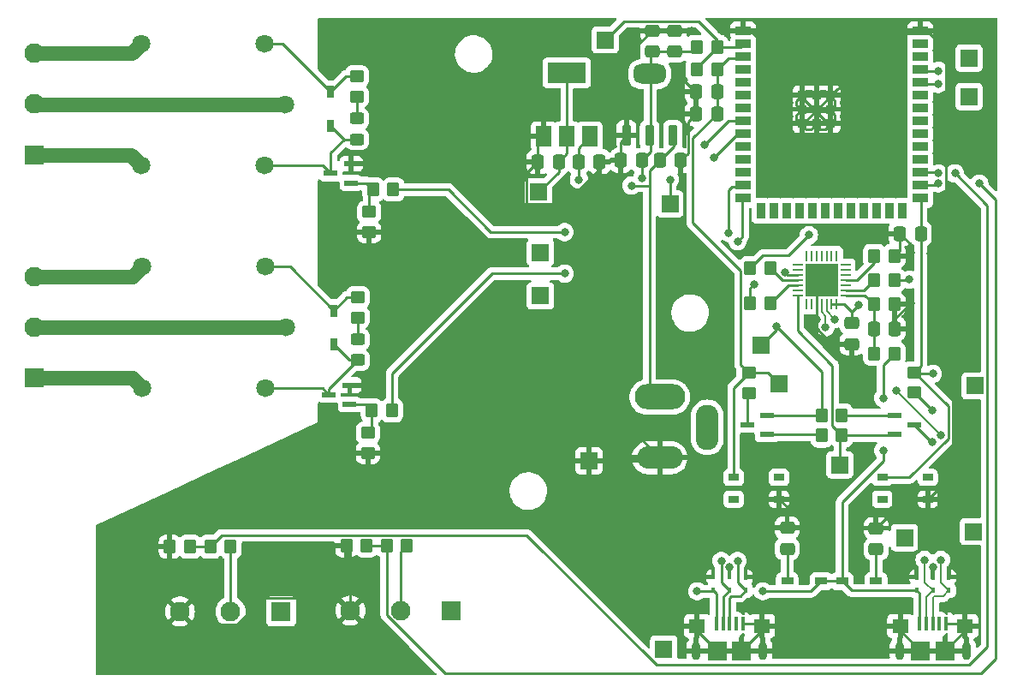
<source format=gbr>
%TF.GenerationSoftware,KiCad,Pcbnew,7.0.9*%
%TF.CreationDate,2024-04-09T14:27:02-05:00*%
%TF.ProjectId,Humidifier Subsystem,48756d69-6469-4666-9965-722053756273,rev?*%
%TF.SameCoordinates,Original*%
%TF.FileFunction,Copper,L1,Top*%
%TF.FilePolarity,Positive*%
%FSLAX46Y46*%
G04 Gerber Fmt 4.6, Leading zero omitted, Abs format (unit mm)*
G04 Created by KiCad (PCBNEW 7.0.9) date 2024-04-09 14:27:02*
%MOMM*%
%LPD*%
G01*
G04 APERTURE LIST*
G04 Aperture macros list*
%AMRoundRect*
0 Rectangle with rounded corners*
0 $1 Rounding radius*
0 $2 $3 $4 $5 $6 $7 $8 $9 X,Y pos of 4 corners*
0 Add a 4 corners polygon primitive as box body*
4,1,4,$2,$3,$4,$5,$6,$7,$8,$9,$2,$3,0*
0 Add four circle primitives for the rounded corners*
1,1,$1+$1,$2,$3*
1,1,$1+$1,$4,$5*
1,1,$1+$1,$6,$7*
1,1,$1+$1,$8,$9*
0 Add four rect primitives between the rounded corners*
20,1,$1+$1,$2,$3,$4,$5,0*
20,1,$1+$1,$4,$5,$6,$7,0*
20,1,$1+$1,$6,$7,$8,$9,0*
20,1,$1+$1,$8,$9,$2,$3,0*%
G04 Aperture macros list end*
%TA.AperFunction,SMDPad,CuDef*%
%ADD10RoundRect,0.250000X0.475000X-0.337500X0.475000X0.337500X-0.475000X0.337500X-0.475000X-0.337500X0*%
%TD*%
%TA.AperFunction,SMDPad,CuDef*%
%ADD11RoundRect,0.250000X-0.350000X-0.450000X0.350000X-0.450000X0.350000X0.450000X-0.350000X0.450000X0*%
%TD*%
%TA.AperFunction,SMDPad,CuDef*%
%ADD12RoundRect,0.250000X0.350000X0.450000X-0.350000X0.450000X-0.350000X-0.450000X0.350000X-0.450000X0*%
%TD*%
%TA.AperFunction,ComponentPad*%
%ADD13R,1.700000X1.700000*%
%TD*%
%TA.AperFunction,SMDPad,CuDef*%
%ADD14RoundRect,0.250000X0.337500X0.475000X-0.337500X0.475000X-0.337500X-0.475000X0.337500X-0.475000X0*%
%TD*%
%TA.AperFunction,ComponentPad*%
%ADD15C,1.808000*%
%TD*%
%TA.AperFunction,SMDPad,CuDef*%
%ADD16R,1.210000X0.730000*%
%TD*%
%TA.AperFunction,ComponentPad*%
%ADD17R,1.950000X1.950000*%
%TD*%
%TA.AperFunction,ComponentPad*%
%ADD18C,1.950000*%
%TD*%
%TA.AperFunction,SMDPad,CuDef*%
%ADD19R,0.400000X0.480000*%
%TD*%
%TA.AperFunction,SMDPad,CuDef*%
%ADD20RoundRect,0.250000X-0.450000X0.350000X-0.450000X-0.350000X0.450000X-0.350000X0.450000X0.350000X0*%
%TD*%
%TA.AperFunction,SMDPad,CuDef*%
%ADD21RoundRect,0.250000X-0.337500X-0.475000X0.337500X-0.475000X0.337500X0.475000X-0.337500X0.475000X0*%
%TD*%
%TA.AperFunction,SMDPad,CuDef*%
%ADD22RoundRect,0.250000X0.450000X-0.350000X0.450000X0.350000X-0.450000X0.350000X-0.450000X-0.350000X0*%
%TD*%
%TA.AperFunction,SMDPad,CuDef*%
%ADD23RoundRect,0.250000X0.450000X-0.325000X0.450000X0.325000X-0.450000X0.325000X-0.450000X-0.325000X0*%
%TD*%
%TA.AperFunction,SMDPad,CuDef*%
%ADD24R,1.320800X0.558800*%
%TD*%
%TA.AperFunction,SMDPad,CuDef*%
%ADD25R,0.400000X1.350000*%
%TD*%
%TA.AperFunction,SMDPad,CuDef*%
%ADD26R,1.600000X1.400000*%
%TD*%
%TA.AperFunction,SMDPad,CuDef*%
%ADD27R,1.900000X1.900000*%
%TD*%
%TA.AperFunction,ComponentPad*%
%ADD28O,0.900000X1.800000*%
%TD*%
%TA.AperFunction,SMDPad,CuDef*%
%ADD29R,0.270000X0.990000*%
%TD*%
%TA.AperFunction,SMDPad,CuDef*%
%ADD30R,0.990000X0.270000*%
%TD*%
%TA.AperFunction,SMDPad,CuDef*%
%ADD31R,3.250000X3.250000*%
%TD*%
%TA.AperFunction,SMDPad,CuDef*%
%ADD32RoundRect,0.051100X-0.313900X0.553900X-0.313900X-0.553900X0.313900X-0.553900X0.313900X0.553900X0*%
%TD*%
%TA.AperFunction,SMDPad,CuDef*%
%ADD33RoundRect,0.111600X0.353400X-0.878400X0.353400X0.878400X-0.353400X0.878400X-0.353400X-0.878400X0*%
%TD*%
%TA.AperFunction,SMDPad,CuDef*%
%ADD34RoundRect,0.792000X0.823000X-0.198000X0.823000X0.198000X-0.823000X0.198000X-0.823000X-0.198000X0*%
%TD*%
%TA.AperFunction,ComponentPad*%
%ADD35O,5.000000X2.500000*%
%TD*%
%TA.AperFunction,ComponentPad*%
%ADD36O,4.500000X2.250000*%
%TD*%
%TA.AperFunction,ComponentPad*%
%ADD37O,2.250000X4.500000*%
%TD*%
%TA.AperFunction,SMDPad,CuDef*%
%ADD38R,1.500000X0.900000*%
%TD*%
%TA.AperFunction,SMDPad,CuDef*%
%ADD39R,0.900000X1.500000*%
%TD*%
%TA.AperFunction,SMDPad,CuDef*%
%ADD40R,0.900000X0.900000*%
%TD*%
%TA.AperFunction,SMDPad,CuDef*%
%ADD41R,1.000000X0.700000*%
%TD*%
%TA.AperFunction,SMDPad,CuDef*%
%ADD42R,1.500000X2.000000*%
%TD*%
%TA.AperFunction,SMDPad,CuDef*%
%ADD43R,3.800000X2.000000*%
%TD*%
%TA.AperFunction,SMDPad,CuDef*%
%ADD44R,1.422400X0.558800*%
%TD*%
%TA.AperFunction,SMDPad,CuDef*%
%ADD45RoundRect,0.250000X-0.475000X0.337500X-0.475000X-0.337500X0.475000X-0.337500X0.475000X0.337500X0*%
%TD*%
%TA.AperFunction,ViaPad*%
%ADD46C,0.800000*%
%TD*%
%TA.AperFunction,Conductor*%
%ADD47C,1.422400*%
%TD*%
%TA.AperFunction,Conductor*%
%ADD48C,0.250000*%
%TD*%
%TA.AperFunction,Conductor*%
%ADD49C,0.200000*%
%TD*%
G04 APERTURE END LIST*
D10*
%TO.P,C6,1*%
%TO.N,Net-(C6-Pad1)*%
X131400000Y-113337500D03*
%TO.P,C6,2*%
%TO.N,GND*%
X131400000Y-111262500D03*
%TD*%
D11*
%TO.P,R14,1*%
%TO.N,ESP_3V3*%
X113665000Y-65910000D03*
%TO.P,R14,2*%
%TO.N,CHIP_PU*%
X115665000Y-65910000D03*
%TD*%
D12*
%TO.P,R4,1*%
%TO.N,GND*%
X133200000Y-84350000D03*
%TO.P,R4,2*%
%TO.N,Net-(U4-~{SUSPEND})*%
X131200000Y-84350000D03*
%TD*%
D13*
%TO.P,J12,1,Pin_1*%
%TO.N,+3.3V*%
X111000000Y-79200000D03*
%TD*%
%TO.P,J23,1,Pin_1*%
%TO.N,USB_DP*%
X141000000Y-111600000D03*
%TD*%
%TO.P,J15,1,Pin_1*%
%TO.N,Relay_Signal_DCDC*%
X98200000Y-84000000D03*
%TD*%
%TO.P,J18,1,Pin_1*%
%TO.N,U0TXD*%
X140600000Y-64800000D03*
%TD*%
D14*
%TO.P,C11,1*%
%TO.N,IO0*%
X135815000Y-82160000D03*
%TO.P,C11,2*%
%TO.N,GND*%
X133740000Y-82160000D03*
%TD*%
D12*
%TO.P,R2,1*%
%TO.N,Relay_Signal_ACDC*%
X83532654Y-99635001D03*
%TO.P,R2,2*%
%TO.N,Net-(U7-BASE)*%
X81532654Y-99635001D03*
%TD*%
D15*
%TO.P,K2,1,1*%
%TO.N,COM_Main_DC*%
X72950000Y-69400000D03*
%TO.P,K2,2,2*%
%TO.N,+3.3V*%
X70950002Y-63400000D03*
%TO.P,K2,3,3*%
%TO.N,Fan_A_DC*%
X58750002Y-63400000D03*
%TO.P,K2,4,4*%
%TO.N,Fan_B_DC*%
X58750002Y-75399998D03*
%TO.P,K2,5,5*%
%TO.N,Net-(D12-K)*%
X70950002Y-75399998D03*
%TD*%
D16*
%TO.P,D5,A*%
%TO.N,VBUS*%
X125960000Y-116500000D03*
%TO.P,D5,C*%
%TO.N,Net-(C7-Pad1)*%
X122600000Y-116500000D03*
%TD*%
D10*
%TO.P,C7,1*%
%TO.N,Net-(C7-Pad1)*%
X122600000Y-113300000D03*
%TO.P,C7,2*%
%TO.N,GND*%
X122600000Y-111225000D03*
%TD*%
D17*
%TO.P,J7,1,1*%
%TO.N,Fan_B_DC*%
X48150002Y-74347500D03*
D18*
%TO.P,J7,2,2*%
%TO.N,COM_Main_DC*%
X48150002Y-69347500D03*
%TO.P,J7,3,3*%
%TO.N,Fan_A_DC*%
X48150002Y-64347500D03*
%TD*%
D13*
%TO.P,J13,1,Pin_1*%
%TO.N,ESP_3V3*%
X104600000Y-63000000D03*
%TD*%
D19*
%TO.P,D8,1*%
%TO.N,GND*%
X115300000Y-116080000D03*
%TO.P,D8,2*%
%TO.N,VBUS*%
X115300000Y-117400000D03*
%TD*%
D17*
%TO.P,J6,1,1*%
%TO.N,Fan_B*%
X48132654Y-96435001D03*
D18*
%TO.P,J6,2,2*%
%TO.N,COM_Main*%
X48132654Y-91435001D03*
%TO.P,J6,3,3*%
%TO.N,Fan_A*%
X48132654Y-86435001D03*
%TD*%
D20*
%TO.P,R23,1*%
%TO.N,Net-(U10-BASE)*%
X81250002Y-80000000D03*
%TO.P,R23,2*%
%TO.N,GND*%
X81250002Y-82000000D03*
%TD*%
D12*
%TO.P,R8,1*%
%TO.N,Net-(U4-RXD)*%
X120950000Y-85600000D03*
%TO.P,R8,2*%
%TO.N,U0TXD*%
X118950000Y-85600000D03*
%TD*%
D21*
%TO.P,C9,1*%
%TO.N,Net-(U4-VBUS)*%
X131162500Y-91550000D03*
%TO.P,C9,2*%
%TO.N,GND*%
X133237500Y-91550000D03*
%TD*%
D22*
%TO.P,R24,1*%
%TO.N,Net-(D12-A)*%
X80050002Y-68600000D03*
%TO.P,R24,2*%
%TO.N,+3.3V*%
X80050002Y-66600000D03*
%TD*%
D11*
%TO.P,R15,1*%
%TO.N,Net-(U1-IO35)*%
X83000000Y-113000000D03*
%TO.P,R15,2*%
%TO.N,Net-(J4-Pin_2)*%
X85000000Y-113000000D03*
%TD*%
D16*
%TO.P,D6,A*%
%TO.N,VBUS*%
X128040000Y-116500000D03*
%TO.P,D6,C*%
%TO.N,Net-(C6-Pad1)*%
X131400000Y-116500000D03*
%TD*%
D13*
%TO.P,J24,1,Pin_1*%
%TO.N,RTS*%
X120000000Y-93200000D03*
%TD*%
D22*
%TO.P,R12,1*%
%TO.N,Net-(U6-COLLECTOR)*%
X135165200Y-97876000D03*
%TO.P,R12,2*%
%TO.N,IO0*%
X135165200Y-95876000D03*
%TD*%
D12*
%TO.P,R22,1*%
%TO.N,Relay_Signal_DCDC*%
X83650002Y-77800000D03*
%TO.P,R22,2*%
%TO.N,Net-(U10-BASE)*%
X81650002Y-77800000D03*
%TD*%
D19*
%TO.P,D2,1*%
%TO.N,GND*%
X137000000Y-116100000D03*
%TO.P,D2,2*%
%TO.N,USB_DN*%
X137000000Y-117420000D03*
%TD*%
D23*
%TO.P,D12,1,K*%
%TO.N,Net-(D12-K)*%
X80050002Y-72825000D03*
%TO.P,D12,2,A*%
%TO.N,Net-(D12-A)*%
X80050002Y-70775000D03*
%TD*%
D24*
%TO.P,U7,1,BASE*%
%TO.N,Net-(U7-BASE)*%
X79332654Y-99035001D03*
%TO.P,U7,2,EMITTER*%
%TO.N,GND*%
X79332654Y-97130001D03*
%TO.P,U7,3,COLLECTOR*%
%TO.N,Net-(D10-K)*%
X77300654Y-98082501D03*
%TD*%
D13*
%TO.P,J11,1,Pin_1*%
%TO.N,+5V*%
X98000000Y-78050000D03*
%TD*%
D19*
%TO.P,D7,1*%
%TO.N,GND*%
X135400000Y-116100000D03*
%TO.P,D7,2*%
%TO.N,VBUS*%
X135400000Y-117420000D03*
%TD*%
D13*
%TO.P,J17,1,Pin_1*%
%TO.N,CHIP_PU*%
X121800000Y-97000000D03*
%TD*%
D24*
%TO.P,U10,1,BASE*%
%TO.N,Net-(U10-BASE)*%
X79482002Y-77152500D03*
%TO.P,U10,2,EMITTER*%
%TO.N,GND*%
X79482002Y-75247500D03*
%TO.P,U10,3,COLLECTOR*%
%TO.N,Net-(D12-K)*%
X77450002Y-76200000D03*
%TD*%
D25*
%TO.P,J3,1,VUSB*%
%TO.N,VBUS*%
X115600000Y-120725000D03*
%TO.P,J3,2,D-*%
%TO.N,IO19*%
X116250000Y-120725000D03*
%TO.P,J3,3,D+*%
%TO.N,IO20*%
X116900000Y-120725000D03*
%TO.P,J3,4,ID*%
%TO.N,unconnected-(J3-ID-Pad4)*%
X117550000Y-120725000D03*
%TO.P,J3,5,GND*%
%TO.N,GND*%
X118200000Y-120725000D03*
D26*
%TO.P,J3,S1,SHIELD*%
X113700000Y-120950000D03*
%TO.P,J3,S2,SHIELD__1*%
X120100000Y-120950000D03*
D27*
%TO.P,J3,S3,SHIELD__2*%
X118100000Y-123400000D03*
%TO.P,J3,S4,SHIELD__3*%
X115700000Y-123400000D03*
D28*
%TO.P,J3,S5,SHIELD__4*%
X113600000Y-123400000D03*
%TO.P,J3,S6,SHIELD__5*%
X120200000Y-123400000D03*
%TD*%
D29*
%TO.P,U4,1,DCD*%
%TO.N,unconnected-(U4-DCD-Pad1)*%
X124500000Y-89110000D03*
%TO.P,U4,2,RI/CLK*%
%TO.N,unconnected-(U4-RI{slash}CLK-Pad2)*%
X125000000Y-89110000D03*
%TO.P,U4,3,GND*%
%TO.N,GND*%
X125500000Y-89110000D03*
%TO.P,U4,4,D+*%
%TO.N,USB_DP*%
X126000000Y-89110000D03*
%TO.P,U4,5,D-*%
%TO.N,USB_DN*%
X126500000Y-89110000D03*
%TO.P,U4,6,VDD*%
%TO.N,+3.3V*%
X127000000Y-89110000D03*
%TO.P,U4,7,VREGIN*%
X127500000Y-89110000D03*
D30*
%TO.P,U4,8,VBUS*%
%TO.N,Net-(U4-VBUS)*%
X128360000Y-88250000D03*
%TO.P,U4,9,~{RST}*%
%TO.N,Net-(U4-~{RST})*%
X128360000Y-87750000D03*
%TO.P,U4,10,NC*%
%TO.N,unconnected-(U4-NC-Pad10)*%
X128360000Y-87250000D03*
%TO.P,U4,11,~{SUSPEND}*%
%TO.N,Net-(U4-~{SUSPEND})*%
X128360000Y-86750000D03*
%TO.P,U4,12,SUSPEND*%
%TO.N,unconnected-(U4-SUSPEND-Pad12)*%
X128360000Y-86250000D03*
%TO.P,U4,13,CHREN*%
%TO.N,unconnected-(U4-CHREN-Pad13)*%
X128360000Y-85750000D03*
%TO.P,U4,14,CHR1*%
%TO.N,unconnected-(U4-CHR1-Pad14)*%
X128360000Y-85250000D03*
D29*
%TO.P,U4,15,CHR0*%
%TO.N,unconnected-(U4-CHR0-Pad15)*%
X127500000Y-84390000D03*
%TO.P,U4,16,GPIO.3/WAKEUP*%
%TO.N,unconnected-(U4-GPIO.3{slash}WAKEUP-Pad16)*%
X127000000Y-84390000D03*
%TO.P,U4,17,GPIO.2/RS485*%
%TO.N,unconnected-(U4-GPIO.2{slash}RS485-Pad17)*%
X126500000Y-84390000D03*
%TO.P,U4,18,GPIO.1/RXT*%
%TO.N,unconnected-(U4-GPIO.1{slash}RXT-Pad18)*%
X126000000Y-84390000D03*
%TO.P,U4,19,GPIO.0/TXT*%
%TO.N,unconnected-(U4-GPIO.0{slash}TXT-Pad19)*%
X125500000Y-84390000D03*
%TO.P,U4,20,GPIO.6*%
%TO.N,unconnected-(U4-GPIO.6-Pad20)*%
X125000000Y-84390000D03*
%TO.P,U4,21,GPIO.5*%
%TO.N,unconnected-(U4-GPIO.5-Pad21)*%
X124500000Y-84390000D03*
D30*
%TO.P,U4,22,GPIO.4*%
%TO.N,unconnected-(U4-GPIO.4-Pad22)*%
X123640000Y-85250000D03*
%TO.P,U4,23,CTS*%
%TO.N,unconnected-(U4-CTS-Pad23)*%
X123640000Y-85750000D03*
%TO.P,U4,24,RTS*%
%TO.N,RTS*%
X123640000Y-86250000D03*
%TO.P,U4,25,RXD*%
%TO.N,Net-(U4-RXD)*%
X123640000Y-86750000D03*
%TO.P,U4,26,TXD*%
%TO.N,Net-(U4-TXD)*%
X123640000Y-87250000D03*
%TO.P,U4,27,DSR*%
%TO.N,unconnected-(U4-DSR-Pad27)*%
X123640000Y-87750000D03*
%TO.P,U4,28,DTR*%
%TO.N,DTR*%
X123640000Y-88250000D03*
D31*
%TO.P,U4,29,GND__1*%
%TO.N,GND*%
X126000000Y-86750000D03*
%TD*%
D13*
%TO.P,J22,1,Pin_1*%
%TO.N,USB_DN*%
X134200000Y-112200000D03*
%TD*%
D14*
%TO.P,C13,1*%
%TO.N,+5V*%
X100000000Y-75050000D03*
%TO.P,C13,2*%
%TO.N,GND*%
X97925000Y-75050000D03*
%TD*%
D21*
%TO.P,C3,1*%
%TO.N,+12V*%
X101962500Y-75050000D03*
%TO.P,C3,2*%
%TO.N,GND*%
X104037500Y-75050000D03*
%TD*%
D13*
%TO.P,J8,1,Pin_1*%
%TO.N,GND*%
X103000000Y-104600000D03*
%TD*%
D11*
%TO.P,R16,1*%
%TO.N,Net-(U1-IO36)*%
X65547500Y-113100000D03*
%TO.P,R16,2*%
%TO.N,Net-(J5-Pin_2)*%
X67547500Y-113100000D03*
%TD*%
D12*
%TO.P,R17,1*%
%TO.N,Net-(U1-IO35)*%
X81000000Y-113000000D03*
%TO.P,R17,2*%
%TO.N,GND*%
X79000000Y-113000000D03*
%TD*%
D13*
%TO.P,J14,1,Pin_1*%
%TO.N,Relay_Signal_ACDC*%
X98200000Y-88300000D03*
%TD*%
D12*
%TO.P,R5,1*%
%TO.N,VBUS*%
X133200000Y-94000000D03*
%TO.P,R5,2*%
%TO.N,Net-(U4-VBUS)*%
X131200000Y-94000000D03*
%TD*%
D32*
%TO.P,D9,A*%
%TO.N,Net-(D10-K)*%
X77732654Y-93115001D03*
%TO.P,D9,C*%
%TO.N,+3.3V*%
X77732654Y-89755001D03*
%TD*%
D22*
%TO.P,R19,1*%
%TO.N,Net-(D10-A)*%
X80132654Y-90435001D03*
%TO.P,R19,2*%
%TO.N,+3.3V*%
X80132654Y-88435001D03*
%TD*%
D10*
%TO.P,C5,1*%
%TO.N,+3.3V*%
X111465000Y-64147500D03*
%TO.P,C5,2*%
%TO.N,GND*%
X111465000Y-62072500D03*
%TD*%
D12*
%TO.P,R9,1*%
%TO.N,DTR*%
X128000000Y-102100000D03*
%TO.P,R9,2*%
%TO.N,Net-(U5-BASE)*%
X126000000Y-102100000D03*
%TD*%
D14*
%TO.P,C12,1*%
%TO.N,CHIP_PU*%
X115665000Y-70310000D03*
%TO.P,C12,2*%
%TO.N,GND*%
X113590000Y-70310000D03*
%TD*%
D19*
%TO.P,D4,1*%
%TO.N,GND*%
X116900000Y-116080000D03*
%TO.P,D4,2*%
%TO.N,IO19*%
X116900000Y-117400000D03*
%TD*%
D33*
%TO.P,U2,1,GND*%
%TO.N,GND*%
X106700000Y-72415000D03*
%TO.P,U2,2,VOUT*%
%TO.N,+3.3V*%
X109000000Y-72415000D03*
%TO.P,U2,3,VIN*%
%TO.N,+12V*%
X111300000Y-72415000D03*
D34*
%TO.P,U2,4,VOUT*%
%TO.N,+3.3V*%
X109000000Y-66385000D03*
%TD*%
D25*
%TO.P,J2,1,VUSB*%
%TO.N,VBUS*%
X135700000Y-120725000D03*
%TO.P,J2,2,D-*%
%TO.N,USB_DN*%
X136350000Y-120725000D03*
%TO.P,J2,3,D+*%
%TO.N,USB_DP*%
X137000000Y-120725000D03*
%TO.P,J2,4,ID*%
%TO.N,unconnected-(J2-ID-Pad4)*%
X137650000Y-120725000D03*
%TO.P,J2,5,GND*%
%TO.N,GND*%
X138300000Y-120725000D03*
D26*
%TO.P,J2,S1,SHIELD*%
X133800000Y-120950000D03*
%TO.P,J2,S2,SHIELD__1*%
X140200000Y-120950000D03*
D27*
%TO.P,J2,S3,SHIELD__2*%
X138200000Y-123400000D03*
%TO.P,J2,S4,SHIELD__3*%
X135800000Y-123400000D03*
D28*
%TO.P,J2,S5,SHIELD__4*%
X133700000Y-123400000D03*
%TO.P,J2,S6,SHIELD__5*%
X140300000Y-123400000D03*
%TD*%
D13*
%TO.P,J16,1,Pin_1*%
%TO.N,IO0*%
X141200000Y-97200000D03*
%TD*%
D19*
%TO.P,D3,1*%
%TO.N,GND*%
X118500000Y-116100000D03*
%TO.P,D3,2*%
%TO.N,IO20*%
X118500000Y-117420000D03*
%TD*%
D22*
%TO.P,R11,1*%
%TO.N,Net-(U5-COLLECTOR)*%
X118800000Y-97895000D03*
%TO.P,R11,2*%
%TO.N,CHIP_PU*%
X118800000Y-95895000D03*
%TD*%
D35*
%TO.P,J1,1*%
%TO.N,+12V*%
X110000000Y-98300000D03*
D36*
%TO.P,J1,2*%
%TO.N,GND*%
X110000000Y-104300000D03*
D37*
%TO.P,J1,3*%
%TO.N,unconnected-(J1-Pad3)*%
X114700000Y-101300000D03*
%TD*%
D23*
%TO.P,D10,1,K*%
%TO.N,Net-(D10-K)*%
X80132654Y-94660001D03*
%TO.P,D10,2,A*%
%TO.N,Net-(D10-A)*%
X80132654Y-92610001D03*
%TD*%
D10*
%TO.P,C4,1*%
%TO.N,+3.3V*%
X109265000Y-64147500D03*
%TO.P,C4,2*%
%TO.N,GND*%
X109265000Y-62072500D03*
%TD*%
D11*
%TO.P,R10,1*%
%TO.N,RTS*%
X126000000Y-100100000D03*
%TO.P,R10,2*%
%TO.N,Net-(U6-BASE)*%
X128000000Y-100100000D03*
%TD*%
D38*
%TO.P,U1,1,GND*%
%TO.N,GND*%
X118250000Y-62140000D03*
%TO.P,U1,2,3V3*%
%TO.N,ESP_3V3*%
X118250000Y-63410000D03*
%TO.P,U1,3,EN*%
%TO.N,CHIP_PU*%
X118250000Y-64680000D03*
%TO.P,U1,4,IO4*%
%TO.N,unconnected-(U1-IO4-Pad4)*%
X118250000Y-65950000D03*
%TO.P,U1,5,IO5*%
%TO.N,unconnected-(U1-IO5-Pad5)*%
X118250000Y-67220000D03*
%TO.P,U1,6,IO6*%
%TO.N,unconnected-(U1-IO6-Pad6)*%
X118250000Y-68490000D03*
%TO.P,U1,7,IO7*%
%TO.N,unconnected-(U1-IO7-Pad7)*%
X118250000Y-69760000D03*
%TO.P,U1,8,IO15*%
%TO.N,Relay_Signal_DCDC*%
X118250000Y-71030000D03*
%TO.P,U1,9,IO16*%
%TO.N,Relay_Signal_ACDC*%
X118250000Y-72300000D03*
%TO.P,U1,10,IO17*%
%TO.N,unconnected-(U1-IO17-Pad10)*%
X118250000Y-73570000D03*
%TO.P,U1,11,IO18*%
%TO.N,unconnected-(U1-IO18-Pad11)*%
X118250000Y-74840000D03*
%TO.P,U1,12,IO8*%
%TO.N,unconnected-(U1-IO8-Pad12)*%
X118250000Y-76110000D03*
%TO.P,U1,13,IO19*%
%TO.N,IO19*%
X118250000Y-77380000D03*
%TO.P,U1,14,IO20*%
%TO.N,IO20*%
X118250000Y-78650000D03*
D39*
%TO.P,U1,15,IO3*%
%TO.N,unconnected-(U1-IO3-Pad15)*%
X120015000Y-79900000D03*
%TO.P,U1,16,IO46*%
%TO.N,unconnected-(U1-IO46-Pad16)*%
X121285000Y-79900000D03*
%TO.P,U1,17,IO9*%
%TO.N,unconnected-(U1-IO9-Pad17)*%
X122555000Y-79900000D03*
%TO.P,U1,18,IO10*%
%TO.N,unconnected-(U1-IO10-Pad18)*%
X123825000Y-79900000D03*
%TO.P,U1,19,IO11*%
%TO.N,unconnected-(U1-IO11-Pad19)*%
X125095000Y-79900000D03*
%TO.P,U1,20,IO12*%
%TO.N,unconnected-(U1-IO12-Pad20)*%
X126365000Y-79900000D03*
%TO.P,U1,21,IO13*%
%TO.N,unconnected-(U1-IO13-Pad21)*%
X127635000Y-79900000D03*
%TO.P,U1,22,IO14*%
%TO.N,unconnected-(U1-IO14-Pad22)*%
X128905000Y-79900000D03*
%TO.P,U1,23,IO21*%
%TO.N,unconnected-(U1-IO21-Pad23)*%
X130175000Y-79900000D03*
%TO.P,U1,24,IO47*%
%TO.N,unconnected-(U1-IO47-Pad24)*%
X131445000Y-79900000D03*
%TO.P,U1,25,IO48*%
%TO.N,unconnected-(U1-IO48-Pad25)*%
X132715000Y-79900000D03*
%TO.P,U1,26,IO45*%
%TO.N,unconnected-(U1-IO45-Pad26)*%
X133985000Y-79900000D03*
D38*
%TO.P,U1,27,IO0*%
%TO.N,IO0*%
X135750000Y-78650000D03*
%TO.P,U1,28,IO35*%
%TO.N,Net-(U1-IO35)*%
X135750000Y-77380000D03*
%TO.P,U1,29,IO36*%
%TO.N,Net-(U1-IO36)*%
X135750000Y-76110000D03*
%TO.P,U1,30,IO37*%
%TO.N,unconnected-(U1-IO37-Pad30)*%
X135750000Y-74840000D03*
%TO.P,U1,31,IO38*%
%TO.N,unconnected-(U1-IO38-Pad31)*%
X135750000Y-73570000D03*
%TO.P,U1,32,IO39*%
%TO.N,unconnected-(U1-IO39-Pad32)*%
X135750000Y-72300000D03*
%TO.P,U1,33,IO40*%
%TO.N,unconnected-(U1-IO40-Pad33)*%
X135750000Y-71030000D03*
%TO.P,U1,34,IO41*%
%TO.N,unconnected-(U1-IO41-Pad34)*%
X135750000Y-69760000D03*
%TO.P,U1,35,IO42*%
%TO.N,unconnected-(U1-IO42-Pad35)*%
X135750000Y-68490000D03*
%TO.P,U1,36,RXD0*%
%TO.N,U0RXD*%
X135750000Y-67220000D03*
%TO.P,U1,37,TXD0*%
%TO.N,U0TXD*%
X135750000Y-65950000D03*
%TO.P,U1,38,IO2*%
%TO.N,unconnected-(U1-IO2-Pad38)*%
X135750000Y-64680000D03*
%TO.P,U1,39,IO1*%
%TO.N,unconnected-(U1-IO1-Pad39)*%
X135750000Y-63410000D03*
%TO.P,U1,40,GND*%
%TO.N,GND*%
X135750000Y-62140000D03*
D40*
%TO.P,U1,41_1,GND*%
X125500000Y-69860000D03*
%TO.P,U1,41_2,GND*%
X124100000Y-69860000D03*
%TO.P,U1,41_3,GND*%
X126900000Y-69860000D03*
%TO.P,U1,41_4,GND*%
X124100000Y-71260000D03*
%TO.P,U1,41_5,GND*%
X125500000Y-71260000D03*
%TO.P,U1,41_6,GND*%
X126900000Y-71260000D03*
%TO.P,U1,41_7,GND*%
X124100000Y-68460000D03*
%TO.P,U1,41_8,GND*%
X125500000Y-68460000D03*
%TO.P,U1,41_9,GND*%
X126900000Y-68460000D03*
%TD*%
D15*
%TO.P,K1,1,1*%
%TO.N,COM_Main*%
X73032651Y-91435000D03*
%TO.P,K1,2,2*%
%TO.N,+3.3V*%
X71032653Y-85435000D03*
%TO.P,K1,3,3*%
%TO.N,Fan_A*%
X58832653Y-85435000D03*
%TO.P,K1,4,4*%
%TO.N,Fan_B*%
X58832653Y-97434998D03*
%TO.P,K1,5,5*%
%TO.N,Net-(D10-K)*%
X71032653Y-97434998D03*
%TD*%
D13*
%TO.P,J20,1,Pin_1*%
%TO.N,VBUS*%
X110400000Y-123200000D03*
%TD*%
D41*
%TO.P,S2,1,COM*%
%TO.N,GND*%
X121800000Y-108400000D03*
%TO.P,S2,2,COM*%
%TO.N,unconnected-(S2-COM-Pad2)*%
X117300000Y-108400000D03*
%TO.P,S2,3,NO*%
%TO.N,unconnected-(S2-NO-Pad3)*%
X121800000Y-106250000D03*
%TO.P,S2,4,NO*%
%TO.N,CHIP_PU*%
X117300000Y-106250000D03*
%TD*%
D12*
%TO.P,R3,1*%
%TO.N,+3.3V*%
X133200000Y-86750000D03*
%TO.P,R3,2*%
%TO.N,Net-(U4-~{RST})*%
X131200000Y-86750000D03*
%TD*%
%TO.P,R18,1*%
%TO.N,Net-(U1-IO36)*%
X63547500Y-113100000D03*
%TO.P,R18,2*%
%TO.N,GND*%
X61547500Y-113100000D03*
%TD*%
D19*
%TO.P,D1,1*%
%TO.N,GND*%
X138600000Y-116100000D03*
%TO.P,D1,2*%
%TO.N,USB_DP*%
X138600000Y-117420000D03*
%TD*%
D14*
%TO.P,C2,1*%
%TO.N,+3.3V*%
X108240000Y-74910000D03*
%TO.P,C2,2*%
%TO.N,GND*%
X106165000Y-74910000D03*
%TD*%
%TO.P,C10,1*%
%TO.N,CHIP_PU*%
X115665000Y-68110000D03*
%TO.P,C10,2*%
%TO.N,GND*%
X113590000Y-68110000D03*
%TD*%
D20*
%TO.P,R1,1*%
%TO.N,Net-(U7-BASE)*%
X81132654Y-101835001D03*
%TO.P,R1,2*%
%TO.N,GND*%
X81132654Y-103835001D03*
%TD*%
D21*
%TO.P,C1,1*%
%TO.N,+12V*%
X110002500Y-74910000D03*
%TO.P,C1,2*%
%TO.N,GND*%
X112077500Y-74910000D03*
%TD*%
D41*
%TO.P,S1,1,COM*%
%TO.N,GND*%
X136500000Y-108400000D03*
%TO.P,S1,2,COM*%
%TO.N,unconnected-(S1-COM-Pad2)*%
X132000000Y-108400000D03*
%TO.P,S1,3,NO*%
%TO.N,unconnected-(S1-NO-Pad3)*%
X136500000Y-106250000D03*
%TO.P,S1,4,NO*%
%TO.N,IO0*%
X132000000Y-106250000D03*
%TD*%
D12*
%TO.P,R13,1*%
%TO.N,ESP_3V3*%
X115665000Y-63710000D03*
%TO.P,R13,2*%
%TO.N,+3.3V*%
X113665000Y-63710000D03*
%TD*%
D42*
%TO.P,U3,1,GND*%
%TO.N,GND*%
X98500000Y-72550000D03*
%TO.P,U3,2,VOUT*%
%TO.N,+5V*%
X100800000Y-72550000D03*
%TO.P,U3,3,VIN*%
%TO.N,+12V*%
X103100000Y-72550000D03*
D43*
%TO.P,U3,4,VOUT-1*%
%TO.N,+5V*%
X100800000Y-66250000D03*
%TD*%
D32*
%TO.P,D11,A*%
%TO.N,Net-(D12-K)*%
X77450002Y-71480000D03*
%TO.P,D11,C*%
%TO.N,+3.3V*%
X77450002Y-68120000D03*
%TD*%
D17*
%TO.P,J5,1,Pin_1*%
%TO.N,+5V*%
X72547500Y-119500000D03*
D18*
%TO.P,J5,2,Pin_2*%
%TO.N,Net-(J5-Pin_2)*%
X67547500Y-119500000D03*
%TO.P,J5,3,Pin_3*%
%TO.N,GND*%
X62547500Y-119500000D03*
%TD*%
D44*
%TO.P,U6,1,BASE*%
%TO.N,Net-(U6-BASE)*%
X133200000Y-100095000D03*
%TO.P,U6,2,EMITTER*%
%TO.N,DTR*%
X133200000Y-102000000D03*
%TO.P,U6,3,COLLECTOR*%
%TO.N,Net-(U6-COLLECTOR)*%
X135130400Y-101047500D03*
%TD*%
D13*
%TO.P,J25,1,Pin_1*%
%TO.N,DTR*%
X127800000Y-105000000D03*
%TD*%
D12*
%TO.P,R6,1*%
%TO.N,GND*%
X133200000Y-89150000D03*
%TO.P,R6,2*%
%TO.N,Net-(U4-VBUS)*%
X131200000Y-89150000D03*
%TD*%
D45*
%TO.P,C8,1*%
%TO.N,+3.3V*%
X129000000Y-91000000D03*
%TO.P,C8,2*%
%TO.N,GND*%
X129000000Y-93075000D03*
%TD*%
D44*
%TO.P,U5,1,BASE*%
%TO.N,Net-(U5-BASE)*%
X120600000Y-102000000D03*
%TO.P,U5,2,EMITTER*%
%TO.N,RTS*%
X120600000Y-100095000D03*
%TO.P,U5,3,COLLECTOR*%
%TO.N,Net-(U5-COLLECTOR)*%
X118669600Y-101047500D03*
%TD*%
D13*
%TO.P,J19,1,Pin_1*%
%TO.N,U0RXD*%
X140600000Y-68600000D03*
%TD*%
D12*
%TO.P,R7,1*%
%TO.N,Net-(U4-TXD)*%
X120950000Y-89000000D03*
%TO.P,R7,2*%
%TO.N,U0RXD*%
X118950000Y-89000000D03*
%TD*%
D17*
%TO.P,J4,1,Pin_1*%
%TO.N,+5V*%
X89400000Y-119400000D03*
D18*
%TO.P,J4,2,Pin_2*%
%TO.N,Net-(J4-Pin_2)*%
X84400000Y-119400000D03*
%TO.P,J4,3,Pin_3*%
%TO.N,GND*%
X79400000Y-119400000D03*
%TD*%
D46*
%TO.N,GND*%
X81600000Y-75200000D03*
X81500000Y-97100000D03*
X78700000Y-103900000D03*
%TO.N,+12V*%
X107200000Y-77400000D03*
X102000000Y-76800000D03*
%TO.N,GND*%
X134800000Y-89000000D03*
X140000000Y-116100000D03*
X113700000Y-116100000D03*
X113200000Y-62100000D03*
X124300000Y-108400000D03*
X116900000Y-115100000D03*
X111800000Y-66400000D03*
X116000000Y-62000000D03*
X137000000Y-115100000D03*
X134800000Y-84000000D03*
X136800000Y-84100000D03*
X125500000Y-90600000D03*
%TO.N,+3.3V*%
X134700000Y-86700000D03*
X111000000Y-76800000D03*
X108250000Y-76650000D03*
X129700000Y-89200000D03*
%TO.N,IO0*%
X137000000Y-96000000D03*
%TO.N,USB_DP*%
X137800000Y-102100000D03*
X133355378Y-97644622D03*
X126400000Y-91400000D03*
X137800000Y-114400000D03*
%TO.N,USB_DN*%
X136200000Y-114400000D03*
X127300000Y-90600000D03*
%TO.N,IO20*%
X117700000Y-82900000D03*
X117700000Y-114500000D03*
%TO.N,IO19*%
X116800000Y-82100000D03*
X116100000Y-114500000D03*
%TO.N,VBUS*%
X113700000Y-117500000D03*
X120200000Y-117500000D03*
X132100000Y-98400000D03*
X132100000Y-103600000D03*
%TO.N,U0RXD*%
X119350000Y-87150000D03*
X137550000Y-67350000D03*
%TO.N,U0TXD*%
X137550000Y-66050000D03*
X124750000Y-82300000D03*
%TO.N,RTS*%
X122369731Y-85995133D03*
X121550000Y-91350000D03*
%TO.N,Net-(U6-COLLECTOR)*%
X136950000Y-102750000D03*
X136950000Y-99650000D03*
%TO.N,Relay_Signal_ACDC*%
X115400000Y-74600000D03*
X100600000Y-86100000D03*
%TO.N,Net-(U1-IO35)*%
X137550500Y-77200000D03*
X141600000Y-77200000D03*
%TO.N,Net-(U1-IO36)*%
X139200000Y-76200000D03*
X137550500Y-76200000D03*
%TO.N,Relay_Signal_DCDC*%
X114400000Y-73400000D03*
X100600000Y-82000000D03*
%TD*%
D47*
%TO.N,Fan_B*%
X48132654Y-96435001D02*
X57832656Y-96435001D01*
X57832656Y-96435001D02*
X58832653Y-97434998D01*
%TO.N,Fan_A*%
X48132654Y-86435001D02*
X57832652Y-86435001D01*
X57832652Y-86435001D02*
X58832653Y-85435000D01*
%TO.N,Fan_B_DC*%
X48150002Y-74347500D02*
X57697504Y-74347500D01*
X57697504Y-74347500D02*
X58750002Y-75399998D01*
%TO.N,Fan_A_DC*%
X48150002Y-64347500D02*
X57802502Y-64347500D01*
X57802502Y-64347500D02*
X58750002Y-63400000D01*
D48*
%TO.N,GND*%
X79332654Y-97130001D02*
X81469999Y-97130001D01*
X81469999Y-97130001D02*
X81500000Y-97100000D01*
X79482002Y-75247500D02*
X81552500Y-75247500D01*
X81552500Y-75247500D02*
X81600000Y-75200000D01*
X81132654Y-103835001D02*
X78764999Y-103835001D01*
X78764999Y-103835001D02*
X78700000Y-103900000D01*
%TO.N,+12V*%
X111365000Y-73547500D02*
X110002500Y-74910000D01*
X111365000Y-72540000D02*
X111365000Y-73547500D01*
X102000000Y-75087500D02*
X101962500Y-75050000D01*
X108975000Y-77400000D02*
X107200000Y-77400000D01*
X101962500Y-73687500D02*
X103100000Y-72550000D01*
X102000000Y-76800000D02*
X102000000Y-75087500D01*
X108975000Y-77400000D02*
X108975000Y-97275000D01*
X110002500Y-74910000D02*
X108975000Y-75937500D01*
X101962500Y-75050000D02*
X101962500Y-73687500D01*
X108975000Y-75937500D02*
X108975000Y-77400000D01*
X108975000Y-97275000D02*
X110000000Y-98300000D01*
%TO.N,GND*%
X138275000Y-82625000D02*
X136800000Y-84100000D01*
X138975000Y-105925000D02*
X138975000Y-86275000D01*
X120100000Y-121400000D02*
X118100000Y-123400000D01*
X125415000Y-70060000D02*
X126815000Y-71460000D01*
X125897537Y-71885000D02*
X126332463Y-71885000D01*
X113590000Y-70310000D02*
X112800000Y-71100000D01*
X125500000Y-91525305D02*
X125500000Y-90600000D01*
X103000000Y-104600000D02*
X109700000Y-104600000D01*
X109700000Y-104600000D02*
X110000000Y-104300000D01*
X109265000Y-62072500D02*
X111465000Y-62072500D01*
X106765000Y-64572500D02*
X106765000Y-72540000D01*
X113700000Y-119250000D02*
X113700000Y-120950000D01*
X123490000Y-69477463D02*
X123972537Y-69960000D01*
X118100000Y-123400000D02*
X120200000Y-123400000D01*
X70800000Y-118200000D02*
X68200000Y-120800000D01*
X113700000Y-120950000D02*
X113700000Y-123300000D01*
X134800000Y-83220000D02*
X133740000Y-82160000D01*
X125415000Y-71460000D02*
X125415000Y-70060000D01*
X97925000Y-73125000D02*
X98500000Y-72550000D01*
X126297463Y-68000000D02*
X126815000Y-68517537D01*
X124015000Y-67090000D02*
X124015000Y-68560000D01*
X127340000Y-70442537D02*
X126857463Y-69960000D01*
X112800000Y-71100000D02*
X112800000Y-74187500D01*
X124015000Y-70060000D02*
X125415000Y-70060000D01*
X97925000Y-75050000D02*
X97925000Y-73125000D01*
X133700000Y-123400000D02*
X135800000Y-123400000D01*
X129000000Y-93075000D02*
X127049695Y-93075000D01*
X116000000Y-62000000D02*
X118110000Y-62000000D01*
X124015000Y-68560000D02*
X124015000Y-68517537D01*
X125415000Y-71360000D02*
X125415000Y-71402463D01*
X119165000Y-62240000D02*
X124015000Y-67090000D01*
X61547500Y-118500000D02*
X62547500Y-119500000D01*
X140200000Y-121400000D02*
X138200000Y-123400000D01*
X140000000Y-114800000D02*
X140000000Y-116100000D01*
X124015000Y-68560000D02*
X123972537Y-68560000D01*
X138975000Y-86275000D02*
X136800000Y-84100000D01*
X104177500Y-74910000D02*
X104037500Y-75050000D01*
X118200000Y-120725000D02*
X119875000Y-120725000D01*
X113700000Y-116100000D02*
X115280000Y-116100000D01*
X126332463Y-71885000D02*
X126815000Y-71402463D01*
X133800000Y-120950000D02*
X133800000Y-121400000D01*
X125500000Y-87250000D02*
X126000000Y-86750000D01*
X125415000Y-68517537D02*
X125932537Y-68000000D01*
X113590000Y-70310000D02*
X113590000Y-68110000D01*
X123490000Y-70442537D02*
X123490000Y-70877463D01*
X134650000Y-89150000D02*
X134800000Y-89000000D01*
X125415000Y-68660000D02*
X125415000Y-70060000D01*
X124015000Y-71360000D02*
X124015000Y-71402463D01*
X127049695Y-93075000D02*
X125500000Y-91525305D01*
X78200000Y-118200000D02*
X70800000Y-118200000D01*
X126815000Y-70060000D02*
X125415000Y-70060000D01*
X124015000Y-69960000D02*
X123972537Y-69960000D01*
X138300000Y-120725000D02*
X139975000Y-120725000D01*
X110000000Y-115550000D02*
X113700000Y-119250000D01*
X133740000Y-83810000D02*
X133200000Y-84350000D01*
X96825000Y-79225000D02*
X96825000Y-76150000D01*
X124497537Y-71885000D02*
X124932463Y-71885000D01*
X125415000Y-71402463D02*
X125897537Y-71885000D01*
X111492500Y-62100000D02*
X111465000Y-62072500D01*
X125415000Y-70060000D02*
X124015000Y-68660000D01*
X133237500Y-90562500D02*
X134800000Y-89000000D01*
X126815000Y-69960000D02*
X126857463Y-69960000D01*
X124015000Y-71402463D02*
X124497537Y-71885000D01*
X96825000Y-76150000D02*
X97925000Y-75050000D01*
X100600305Y-79225000D02*
X96825000Y-79225000D01*
X123972537Y-69960000D02*
X123490000Y-70442537D01*
X115700000Y-123400000D02*
X118100000Y-123400000D01*
X135665000Y-62340000D02*
X136665000Y-62340000D01*
X124300000Y-108400000D02*
X121800000Y-108400000D01*
X106165000Y-74910000D02*
X104177500Y-74910000D01*
X133800000Y-121400000D02*
X135800000Y-123400000D01*
X106165000Y-100465000D02*
X110000000Y-104300000D01*
X119875000Y-120725000D02*
X120100000Y-120950000D01*
X112237500Y-76637500D02*
X112200000Y-76600000D01*
X104037500Y-75050000D02*
X104037500Y-75787805D01*
X139975000Y-120725000D02*
X140200000Y-120950000D01*
X118165000Y-62240000D02*
X119165000Y-62240000D01*
X106165000Y-74910000D02*
X106165000Y-100465000D01*
X136665000Y-62340000D02*
X138275000Y-63950000D01*
X125500000Y-89110000D02*
X125500000Y-87250000D01*
X140200000Y-116300000D02*
X140200000Y-120950000D01*
X127340000Y-69477463D02*
X127340000Y-69042537D01*
X123972537Y-68560000D02*
X123490000Y-69042537D01*
X104037500Y-75787805D02*
X100600305Y-79225000D01*
X113600000Y-123400000D02*
X115700000Y-123400000D01*
X112800000Y-74187500D02*
X112077500Y-74910000D01*
X135800000Y-123400000D02*
X138200000Y-123400000D01*
X79400000Y-119400000D02*
X78200000Y-118200000D01*
X133135000Y-62340000D02*
X126815000Y-68660000D01*
X138200000Y-123400000D02*
X140300000Y-123400000D01*
X135665000Y-62340000D02*
X133135000Y-62340000D01*
X79400000Y-119400000D02*
X79400000Y-113400000D01*
X124932463Y-71885000D02*
X125415000Y-71402463D01*
X138600000Y-116100000D02*
X140000000Y-116100000D01*
X127340000Y-69042537D02*
X126857463Y-68560000D01*
X109265000Y-62072500D02*
X106765000Y-64572500D01*
X79400000Y-113400000D02*
X79000000Y-113000000D01*
X118110000Y-62000000D02*
X118250000Y-62140000D01*
X127340000Y-70877463D02*
X127340000Y-70442537D01*
X120100000Y-120950000D02*
X120100000Y-123300000D01*
X68200000Y-120800000D02*
X63847500Y-120800000D01*
X63847500Y-120800000D02*
X62547500Y-119500000D01*
X133200000Y-89150000D02*
X134650000Y-89150000D01*
X123490000Y-69042537D02*
X123490000Y-69477463D01*
X122600000Y-109200000D02*
X121800000Y-108400000D01*
X126857463Y-71360000D02*
X127340000Y-70877463D01*
X123490000Y-70877463D02*
X123972537Y-71360000D01*
X138975000Y-113775000D02*
X140000000Y-114800000D01*
X120100000Y-120950000D02*
X120100000Y-121400000D01*
X126815000Y-71402463D02*
X126815000Y-71360000D01*
X113590000Y-68110000D02*
X113510000Y-68110000D01*
X124015000Y-71460000D02*
X125415000Y-70060000D01*
X133800000Y-120950000D02*
X133800000Y-123300000D01*
X133237500Y-91550000D02*
X133237500Y-90562500D01*
X134800000Y-84000000D02*
X134800000Y-83220000D01*
X110000000Y-104300000D02*
X110000000Y-115550000D01*
X136500000Y-108400000D02*
X134262500Y-108400000D01*
X124932463Y-68035000D02*
X125415000Y-68517537D01*
X136500000Y-108400000D02*
X138975000Y-105925000D01*
X126857463Y-69960000D02*
X127340000Y-69477463D01*
X106165000Y-74910000D02*
X106165000Y-73140000D01*
X125415000Y-68560000D02*
X125415000Y-68517537D01*
X125500000Y-90600000D02*
X125500000Y-89110000D01*
X126815000Y-68517537D02*
X126815000Y-68560000D01*
X126857463Y-68560000D02*
X126815000Y-68560000D01*
X125932537Y-68000000D02*
X126297463Y-68000000D01*
X138275000Y-63950000D02*
X138275000Y-82625000D01*
X61547500Y-113100000D02*
X61547500Y-118500000D01*
X113700000Y-121400000D02*
X115700000Y-123400000D01*
X140200000Y-120950000D02*
X140200000Y-121400000D01*
X124497537Y-68035000D02*
X124932463Y-68035000D01*
X134262500Y-108400000D02*
X131400000Y-111262500D01*
X140000000Y-116100000D02*
X140200000Y-116300000D01*
X124015000Y-68517537D02*
X124497537Y-68035000D01*
X113700000Y-120950000D02*
X113700000Y-121400000D01*
X126815000Y-68660000D02*
X125415000Y-70060000D01*
X140200000Y-120950000D02*
X140200000Y-123300000D01*
X123972537Y-71360000D02*
X124015000Y-71360000D01*
X122600000Y-111225000D02*
X122600000Y-109200000D01*
X126815000Y-71360000D02*
X126857463Y-71360000D01*
X133740000Y-82160000D02*
X133740000Y-83810000D01*
X106165000Y-73140000D02*
X106765000Y-72540000D01*
X138975000Y-105925000D02*
X138975000Y-113775000D01*
X113510000Y-68110000D02*
X111800000Y-66400000D01*
X113200000Y-62100000D02*
X111492500Y-62100000D01*
%TO.N,+3.3V*%
X108250000Y-74920000D02*
X108240000Y-74910000D01*
X108250000Y-76650000D02*
X108250000Y-74920000D01*
X109065000Y-64347500D02*
X109265000Y-64147500D01*
X128210000Y-89110000D02*
X129000000Y-89900000D01*
X72730003Y-63400001D02*
X77450002Y-68120000D01*
X109065000Y-66510000D02*
X109065000Y-64347500D01*
X109065000Y-72540000D02*
X109065000Y-74085000D01*
X111465000Y-64147500D02*
X113227500Y-64147500D01*
X77732654Y-89755001D02*
X79052654Y-88435001D01*
X111000000Y-76800000D02*
X111000000Y-79200000D01*
X133200000Y-86750000D02*
X134650000Y-86750000D01*
X70949998Y-63400001D02*
X72730003Y-63400001D01*
X79052654Y-88435001D02*
X80132654Y-88435001D01*
X77450002Y-68120000D02*
X78970002Y-66600000D01*
X73412654Y-85435001D02*
X77732654Y-89755001D01*
X129000000Y-91000000D02*
X129000000Y-89900000D01*
X127000000Y-89110000D02*
X127500000Y-89110000D01*
X109065000Y-74085000D02*
X108240000Y-74910000D01*
X109065000Y-66510000D02*
X109065000Y-72540000D01*
X71032649Y-85435001D02*
X73412654Y-85435001D01*
X127500000Y-89110000D02*
X128210000Y-89110000D01*
X109265000Y-64147500D02*
X111465000Y-64147500D01*
X113227500Y-64147500D02*
X113665000Y-63710000D01*
X108240000Y-74910000D02*
X107940000Y-74910000D01*
X129000000Y-89900000D02*
X129700000Y-89200000D01*
X78970002Y-66600000D02*
X80050002Y-66600000D01*
%TO.N,Net-(C6-Pad1)*%
X131400000Y-116500000D02*
X131400000Y-113337500D01*
%TO.N,Net-(C7-Pad1)*%
X122600000Y-116500000D02*
X122600000Y-113300000D01*
%TO.N,Net-(U4-VBUS)*%
X130300000Y-88250000D02*
X128360000Y-88250000D01*
X131200000Y-94000000D02*
X131200000Y-91587500D01*
X131200000Y-89150000D02*
X130300000Y-88250000D01*
X131200000Y-89150000D02*
X131200000Y-91512500D01*
%TO.N,CHIP_PU*%
X115665000Y-70310000D02*
X115665000Y-68110000D01*
X117300000Y-97395000D02*
X118800000Y-95895000D01*
X118025000Y-85825000D02*
X113275000Y-81075000D01*
X113275000Y-81075000D02*
X113275000Y-72700000D01*
X113275000Y-72700000D02*
X115665000Y-70310000D01*
X118800000Y-95895000D02*
X118025000Y-95120000D01*
X117300000Y-106250000D02*
X117300000Y-97395000D01*
X118025000Y-95120000D02*
X118025000Y-85825000D01*
X116795000Y-64780000D02*
X118165000Y-64780000D01*
X115665000Y-65910000D02*
X115665000Y-68110000D01*
X120695000Y-95895000D02*
X121800000Y-97000000D01*
X118800000Y-95895000D02*
X120695000Y-95895000D01*
X115665000Y-65910000D02*
X116795000Y-64780000D01*
%TO.N,IO0*%
X135815000Y-82160000D02*
X135815000Y-78900000D01*
X135815000Y-82160000D02*
X135815000Y-95226200D01*
X135815000Y-78900000D02*
X135665000Y-78750000D01*
X138525000Y-99235800D02*
X135165200Y-95876000D01*
X134675305Y-106250000D02*
X138525000Y-102400305D01*
X137000000Y-96000000D02*
X135289200Y-96000000D01*
X135289200Y-96000000D02*
X135165200Y-95876000D01*
X135815000Y-95226200D02*
X135165200Y-95876000D01*
X138525000Y-102400305D02*
X138525000Y-99235800D01*
X132000000Y-106250000D02*
X134675305Y-106250000D01*
D49*
%TO.N,USB_DP*%
X133355378Y-97650922D02*
X133355378Y-97644622D01*
X126400000Y-91400000D02*
X126400000Y-90265686D01*
X138600000Y-117420000D02*
X138020000Y-118000000D01*
X126000000Y-89865686D02*
X126000000Y-89110000D01*
X137000000Y-118150000D02*
X137000000Y-120725000D01*
X137800000Y-116620000D02*
X137800000Y-114400000D01*
X138020000Y-118000000D02*
X137150000Y-118000000D01*
X138600000Y-117420000D02*
X137800000Y-116620000D01*
X136504456Y-100800000D02*
X136504456Y-100804456D01*
X136504456Y-100804456D02*
X137800000Y-102100000D01*
X137150000Y-118000000D02*
X137000000Y-118150000D01*
X136504456Y-100800000D02*
X133355378Y-97650922D01*
X126400000Y-90265686D02*
X126000000Y-89865686D01*
%TO.N,USB_DN*%
X136350000Y-118070000D02*
X136350000Y-120725000D01*
X127300000Y-90600000D02*
X126500000Y-89800000D01*
X136200000Y-116620000D02*
X136200000Y-114400000D01*
X137000000Y-117420000D02*
X136350000Y-118070000D01*
X137000000Y-117420000D02*
X136200000Y-116620000D01*
X126500000Y-89800000D02*
X126500000Y-89110000D01*
D48*
%TO.N,IO20*%
X117085000Y-117965000D02*
X116900000Y-118150000D01*
X117700000Y-82900000D02*
X118165000Y-82435000D01*
X118500000Y-117420000D02*
X117955000Y-117965000D01*
X117700000Y-116620000D02*
X117700000Y-114500000D01*
X118165000Y-82435000D02*
X118165000Y-78750000D01*
X118500000Y-117420000D02*
X117700000Y-116620000D01*
X116900000Y-118150000D02*
X116900000Y-120725000D01*
X117955000Y-117965000D02*
X117085000Y-117965000D01*
%TO.N,IO19*%
X116800000Y-82100000D02*
X116800000Y-77845000D01*
X116100000Y-116600000D02*
X116100000Y-114500000D01*
X116900000Y-117400000D02*
X116250000Y-118050000D01*
X116250000Y-118050000D02*
X116250000Y-120725000D01*
X116900000Y-117400000D02*
X116100000Y-116600000D01*
X117165000Y-77480000D02*
X118165000Y-77480000D01*
X116800000Y-77845000D02*
X117165000Y-77480000D01*
%TO.N,VBUS*%
X135700000Y-117720000D02*
X135700000Y-120725000D01*
X128960000Y-117420000D02*
X128040000Y-116500000D01*
X128040000Y-108710000D02*
X132100000Y-104650000D01*
X115600000Y-117700000D02*
X115600000Y-120725000D01*
X132100000Y-104650000D02*
X132100000Y-103600000D01*
X132100000Y-98400000D02*
X132100000Y-95100000D01*
X128040000Y-116500000D02*
X128040000Y-108710000D01*
X128040000Y-116500000D02*
X125960000Y-116500000D01*
X132100000Y-95100000D02*
X133200000Y-94000000D01*
X113700000Y-117500000D02*
X115200000Y-117500000D01*
X115300000Y-117400000D02*
X115600000Y-117700000D01*
X124960000Y-117500000D02*
X120200000Y-117500000D01*
X135400000Y-117420000D02*
X135700000Y-117720000D01*
X135400000Y-117420000D02*
X128960000Y-117420000D01*
X125960000Y-116500000D02*
X124960000Y-117500000D01*
%TO.N,Net-(U4-~{RST})*%
X131200000Y-86750000D02*
X130200000Y-87750000D01*
X130200000Y-87750000D02*
X128360000Y-87750000D01*
%TO.N,Net-(U4-~{SUSPEND})*%
X129500000Y-86750000D02*
X128360000Y-86750000D01*
X131200000Y-84350000D02*
X131200000Y-85050000D01*
X131200000Y-85050000D02*
X129500000Y-86750000D01*
%TO.N,Net-(U4-TXD)*%
X123640000Y-87250000D02*
X122700000Y-87250000D01*
X122700000Y-87250000D02*
X120950000Y-89000000D01*
%TO.N,U0RXD*%
X137550000Y-67350000D02*
X135695000Y-67350000D01*
X135695000Y-67350000D02*
X135665000Y-67320000D01*
X118950000Y-87550000D02*
X119350000Y-87150000D01*
X118950000Y-89000000D02*
X118950000Y-87550000D01*
%TO.N,Net-(U4-RXD)*%
X122100000Y-86750000D02*
X120950000Y-85600000D01*
X123640000Y-86750000D02*
X122100000Y-86750000D01*
%TO.N,U0TXD*%
X120225000Y-84325000D02*
X122725000Y-84325000D01*
X118950000Y-85600000D02*
X120225000Y-84325000D01*
X122725000Y-84325000D02*
X124750000Y-82300000D01*
X137550000Y-66050000D02*
X135665000Y-66050000D01*
%TO.N,DTR*%
X127800000Y-102300000D02*
X128000000Y-102100000D01*
X127075000Y-95175000D02*
X123640000Y-91740000D01*
X128000000Y-102100000D02*
X127075000Y-101175000D01*
X127075000Y-101175000D02*
X127075000Y-95175000D01*
X123640000Y-91740000D02*
X123640000Y-88250000D01*
X128000000Y-102100000D02*
X133100000Y-102100000D01*
X127800000Y-105000000D02*
X127800000Y-102300000D01*
%TO.N,Net-(U5-BASE)*%
X120600000Y-102000000D02*
X125900000Y-102000000D01*
%TO.N,RTS*%
X120600000Y-100095000D02*
X125995000Y-100095000D01*
X123640000Y-86250000D02*
X122624598Y-86250000D01*
X126000000Y-95800000D02*
X121550000Y-91350000D01*
X126000000Y-100100000D02*
X126000000Y-95800000D01*
X121550000Y-91650000D02*
X120000000Y-93200000D01*
X122624598Y-86250000D02*
X122369731Y-85995133D01*
X121550000Y-91350000D02*
X121550000Y-91650000D01*
X125995000Y-100095000D02*
X126000000Y-100100000D01*
%TO.N,Net-(U6-BASE)*%
X128000000Y-100100000D02*
X133195000Y-100100000D01*
X133195000Y-100100000D02*
X133200000Y-100095000D01*
%TO.N,Net-(U5-COLLECTOR)*%
X118669600Y-101047500D02*
X118669600Y-98025400D01*
%TO.N,Net-(U6-COLLECTOR)*%
X136950000Y-99650000D02*
X135176000Y-97876000D01*
X136832900Y-102750000D02*
X135130400Y-101047500D01*
X136950000Y-102750000D02*
X136832900Y-102750000D01*
%TO.N,ESP_3V3*%
X115665000Y-63010000D02*
X113815000Y-61160000D01*
X113665000Y-65910000D02*
X113665000Y-65710000D01*
X113815000Y-61160000D02*
X106440000Y-61160000D01*
X113665000Y-65710000D02*
X115665000Y-63710000D01*
X106440000Y-61160000D02*
X104600000Y-63000000D01*
X115665000Y-63710000D02*
X115665000Y-63010000D01*
X115665000Y-63710000D02*
X117965000Y-63710000D01*
X117965000Y-63710000D02*
X118165000Y-63510000D01*
%TO.N,+5V*%
X100800000Y-74250000D02*
X100000000Y-75050000D01*
X100000000Y-75050000D02*
X100000000Y-76050000D01*
X100800000Y-72550000D02*
X100800000Y-74250000D01*
X100000000Y-76050000D02*
X98000000Y-78050000D01*
X100800000Y-66250000D02*
X100800000Y-72550000D01*
%TO.N,Net-(D10-K)*%
X80132654Y-94660001D02*
X77300654Y-97492001D01*
X77300654Y-97492001D02*
X77300654Y-98082501D01*
X71032649Y-97434999D02*
X76653152Y-97434999D01*
X76653152Y-97434999D02*
X77300654Y-98082501D01*
X77732654Y-93115001D02*
X79277654Y-94660001D01*
X79277654Y-94660001D02*
X80132654Y-94660001D01*
%TO.N,Net-(D10-A)*%
X80132654Y-92610001D02*
X80132654Y-90435001D01*
%TO.N,Net-(D12-K)*%
X78795002Y-72825000D02*
X77450002Y-74170000D01*
X77450002Y-71480000D02*
X78795002Y-72825000D01*
X77450002Y-74170000D02*
X77450002Y-76200000D01*
X70949998Y-75399999D02*
X76650001Y-75399999D01*
X78795002Y-72825000D02*
X80050002Y-72825000D01*
X76650001Y-75399999D02*
X77450002Y-76200000D01*
%TO.N,Net-(D12-A)*%
X80050002Y-70775000D02*
X80050002Y-68600000D01*
%TO.N,Net-(J4-Pin_2)*%
X84400000Y-119400000D02*
X84400000Y-113600000D01*
X84400000Y-113600000D02*
X85000000Y-113000000D01*
%TO.N,Net-(J5-Pin_2)*%
X67547500Y-119500000D02*
X67547500Y-113100000D01*
D47*
%TO.N,COM_Main*%
X73032651Y-91435000D02*
X48132654Y-91435001D01*
%TO.N,COM_Main_DC*%
X72950000Y-69400000D02*
X48202502Y-69400000D01*
X48202502Y-69400000D02*
X48150002Y-69347500D01*
D48*
%TO.N,Relay_Signal_ACDC*%
X83532654Y-95967346D02*
X93400000Y-86100000D01*
X117700000Y-72300000D02*
X118250000Y-72300000D01*
X100600000Y-86100000D02*
X93700000Y-86100000D01*
X115400000Y-74600000D02*
X117700000Y-72300000D01*
X83532654Y-99635001D02*
X83532654Y-95967346D01*
X93700000Y-86100000D02*
X93400000Y-86100000D01*
%TO.N,Net-(U7-BASE)*%
X81532654Y-99635001D02*
X81532654Y-101435001D01*
X79332654Y-99035001D02*
X80932654Y-99035001D01*
X81532654Y-101435001D02*
X81132654Y-101835001D01*
X80932654Y-99035001D02*
X81532654Y-99635001D01*
%TO.N,Net-(U1-IO35)*%
X83000000Y-119838478D02*
X88761522Y-125600000D01*
X88761522Y-125600000D02*
X141800000Y-125600000D01*
X83000000Y-113000000D02*
X81000000Y-113000000D01*
X143200000Y-124200000D02*
X143200000Y-79600000D01*
X137370500Y-77380000D02*
X137550500Y-77200000D01*
X143200000Y-79600000D02*
X143200000Y-78800000D01*
X143200000Y-78800000D02*
X141600000Y-77200000D01*
X83000000Y-113000000D02*
X83000000Y-119838478D01*
X135750000Y-77380000D02*
X137370500Y-77380000D01*
X141800000Y-125600000D02*
X143200000Y-124200000D01*
%TO.N,Net-(U1-IO36)*%
X66672500Y-111975000D02*
X96825000Y-111975000D01*
X140600000Y-124800000D02*
X142400000Y-123000000D01*
X135750000Y-76110000D02*
X137460500Y-76110000D01*
X142400000Y-79400000D02*
X139200000Y-76200000D01*
X65547500Y-113100000D02*
X66672500Y-111975000D01*
X142400000Y-123000000D02*
X142400000Y-79400000D01*
X96825000Y-111975000D02*
X109650000Y-124800000D01*
X137460500Y-76110000D02*
X137550500Y-76200000D01*
X63547500Y-113100000D02*
X65547500Y-113100000D01*
X109650000Y-124800000D02*
X140600000Y-124800000D01*
%TO.N,Net-(U10-BASE)*%
X81250002Y-80000000D02*
X81250002Y-78200000D01*
X79482002Y-77152500D02*
X81002502Y-77152500D01*
X81250002Y-78200000D02*
X81650002Y-77800000D01*
X81002502Y-77152500D02*
X81650002Y-77800000D01*
%TO.N,unconnected-(U1-IO9-Pad17)*%
X122465000Y-80005000D02*
X122470000Y-80000000D01*
%TO.N,Relay_Signal_DCDC*%
X114400000Y-73400000D02*
X116770000Y-71030000D01*
X93300000Y-82000000D02*
X98000000Y-82000000D01*
X98000000Y-82000000D02*
X100600000Y-82000000D01*
X116770000Y-71030000D02*
X118250000Y-71030000D01*
X83650002Y-77800000D02*
X89100000Y-77800000D01*
X89100000Y-77800000D02*
X93300000Y-82000000D01*
%TD*%
%TA.AperFunction,Conductor*%
%TO.N,GND*%
G36*
X105683086Y-60819685D02*
G01*
X105728841Y-60872489D01*
X105738785Y-60941647D01*
X105709760Y-61005203D01*
X105703728Y-61011681D01*
X105102227Y-61613181D01*
X105040904Y-61646666D01*
X105014546Y-61649500D01*
X103702129Y-61649500D01*
X103702123Y-61649501D01*
X103642516Y-61655908D01*
X103507671Y-61706202D01*
X103507664Y-61706206D01*
X103392455Y-61792452D01*
X103392452Y-61792455D01*
X103306206Y-61907664D01*
X103306202Y-61907671D01*
X103255908Y-62042517D01*
X103249501Y-62102116D01*
X103249500Y-62102135D01*
X103249500Y-63897870D01*
X103249501Y-63897876D01*
X103255908Y-63957483D01*
X103306202Y-64092328D01*
X103306206Y-64092335D01*
X103392452Y-64207544D01*
X103392455Y-64207547D01*
X103507664Y-64293793D01*
X103507671Y-64293797D01*
X103642517Y-64344091D01*
X103642516Y-64344091D01*
X103649444Y-64344835D01*
X103702127Y-64350500D01*
X105497872Y-64350499D01*
X105557483Y-64344091D01*
X105692331Y-64293796D01*
X105807546Y-64207546D01*
X105893796Y-64092331D01*
X105944091Y-63957483D01*
X105950500Y-63897873D01*
X105950499Y-62585452D01*
X105970184Y-62518414D01*
X105986818Y-62497772D01*
X106662772Y-61821819D01*
X106724095Y-61788334D01*
X106750453Y-61785500D01*
X107951638Y-61785500D01*
X108018677Y-61805185D01*
X108039319Y-61821819D01*
X108040000Y-61822500D01*
X112689999Y-61822500D01*
X112690680Y-61821819D01*
X112752003Y-61788334D01*
X112778361Y-61785500D01*
X113504548Y-61785500D01*
X113571587Y-61805185D01*
X113592229Y-61821819D01*
X114068229Y-62297819D01*
X114101714Y-62359142D01*
X114096730Y-62428834D01*
X114054858Y-62484767D01*
X113989394Y-62509184D01*
X113980548Y-62509500D01*
X113264998Y-62509500D01*
X113264980Y-62509501D01*
X113162203Y-62520000D01*
X113162200Y-62520001D01*
X112995668Y-62575185D01*
X112995659Y-62575189D01*
X112870891Y-62652147D01*
X112803499Y-62670587D01*
X112736835Y-62649664D01*
X112692066Y-62596022D01*
X112682437Y-62534005D01*
X112689999Y-62459986D01*
X112690000Y-62459973D01*
X112690000Y-62322500D01*
X108040001Y-62322500D01*
X108040001Y-62459986D01*
X108050494Y-62562697D01*
X108105641Y-62729119D01*
X108105643Y-62729124D01*
X108197684Y-62878345D01*
X108321655Y-63002316D01*
X108321659Y-63002319D01*
X108324656Y-63004168D01*
X108326279Y-63005972D01*
X108327323Y-63006798D01*
X108327181Y-63006976D01*
X108371381Y-63056116D01*
X108382602Y-63125079D01*
X108354759Y-63189161D01*
X108324661Y-63215241D01*
X108321349Y-63217283D01*
X108321343Y-63217288D01*
X108197289Y-63341342D01*
X108105187Y-63490663D01*
X108105185Y-63490668D01*
X108084991Y-63551610D01*
X108050001Y-63657203D01*
X108050001Y-63657204D01*
X108050000Y-63657204D01*
X108039500Y-63759983D01*
X108039500Y-64535001D01*
X108039501Y-64535019D01*
X108050000Y-64637796D01*
X108050001Y-64637799D01*
X108085327Y-64744403D01*
X108087729Y-64814231D01*
X108051997Y-64874273D01*
X107989477Y-64905466D01*
X107978432Y-64906935D01*
X107961782Y-64908392D01*
X107951702Y-64909274D01*
X107951699Y-64909274D01*
X107951696Y-64909275D01*
X107733257Y-64967805D01*
X107733248Y-64967809D01*
X107528283Y-65063385D01*
X107343023Y-65193106D01*
X107183106Y-65353023D01*
X107053385Y-65538283D01*
X106957809Y-65743248D01*
X106957805Y-65743257D01*
X106899275Y-65961696D01*
X106899273Y-65961707D01*
X106884500Y-66130570D01*
X106884500Y-66639430D01*
X106899273Y-66808292D01*
X106899275Y-66808303D01*
X106957805Y-67026742D01*
X106957807Y-67026746D01*
X106957808Y-67026750D01*
X106996861Y-67110499D01*
X107053385Y-67231716D01*
X107053386Y-67231718D01*
X107053387Y-67231719D01*
X107183106Y-67416976D01*
X107343024Y-67576894D01*
X107528281Y-67706613D01*
X107733250Y-67802192D01*
X107951702Y-67860726D01*
X108120570Y-67875500D01*
X108315500Y-67875500D01*
X108382539Y-67895185D01*
X108428294Y-67947989D01*
X108439500Y-67999500D01*
X108439500Y-70877220D01*
X108419815Y-70944259D01*
X108378621Y-70983952D01*
X108268460Y-71049100D01*
X108268452Y-71049106D01*
X108159106Y-71158452D01*
X108159100Y-71158460D01*
X108080377Y-71291575D01*
X108080376Y-71291578D01*
X108037231Y-71440080D01*
X108037230Y-71440086D01*
X108034500Y-71474781D01*
X108034500Y-71474782D01*
X108034501Y-73355215D01*
X108037230Y-73389912D01*
X108076740Y-73525906D01*
X108076540Y-73595775D01*
X108038597Y-73654445D01*
X107974959Y-73683288D01*
X107957664Y-73684500D01*
X107852499Y-73684500D01*
X107852480Y-73684501D01*
X107751224Y-73694845D01*
X107682531Y-73682075D01*
X107631647Y-73634194D01*
X107614727Y-73566404D01*
X107619547Y-73536892D01*
X107662270Y-73389840D01*
X107662271Y-73389834D01*
X107665000Y-73355165D01*
X107665000Y-72665000D01*
X105735000Y-72665000D01*
X105735000Y-73355165D01*
X105737728Y-73389834D01*
X105737729Y-73389840D01*
X105780659Y-73537604D01*
X105780460Y-73607474D01*
X105742518Y-73666144D01*
X105681373Y-73693856D01*
X105681421Y-73694077D01*
X105680408Y-73694293D01*
X105678879Y-73694987D01*
X105674924Y-73695467D01*
X105674807Y-73695492D01*
X105508380Y-73750641D01*
X105508375Y-73750643D01*
X105359154Y-73842684D01*
X105235183Y-73966655D01*
X105235180Y-73966659D01*
X105161911Y-74085447D01*
X105109963Y-74132172D01*
X105041001Y-74143393D01*
X104976919Y-74115550D01*
X104968692Y-74108031D01*
X104843345Y-73982684D01*
X104694124Y-73890643D01*
X104694119Y-73890641D01*
X104527697Y-73835494D01*
X104527690Y-73835493D01*
X104446539Y-73827202D01*
X104381848Y-73800805D01*
X104341697Y-73743624D01*
X104338835Y-73673813D01*
X104342960Y-73660512D01*
X104344091Y-73657483D01*
X104350500Y-73597873D01*
X104350499Y-72165000D01*
X105735000Y-72165000D01*
X106450000Y-72165000D01*
X106450000Y-70925000D01*
X106950000Y-70925000D01*
X106950000Y-72165000D01*
X107665000Y-72165000D01*
X107665000Y-71474835D01*
X107662271Y-71440165D01*
X107662270Y-71440159D01*
X107619161Y-71291778D01*
X107619159Y-71291773D01*
X107540501Y-71158769D01*
X107540495Y-71158761D01*
X107431238Y-71049504D01*
X107431230Y-71049498D01*
X107298226Y-70970840D01*
X107298221Y-70970838D01*
X107149840Y-70927729D01*
X107149834Y-70927728D01*
X107115165Y-70925000D01*
X106950000Y-70925000D01*
X106450000Y-70925000D01*
X106284835Y-70925000D01*
X106250165Y-70927728D01*
X106250159Y-70927729D01*
X106101778Y-70970838D01*
X106101773Y-70970840D01*
X105968769Y-71049498D01*
X105968761Y-71049504D01*
X105859504Y-71158761D01*
X105859498Y-71158769D01*
X105780840Y-71291773D01*
X105780838Y-71291778D01*
X105737729Y-71440159D01*
X105737728Y-71440165D01*
X105735000Y-71474835D01*
X105735000Y-72165000D01*
X104350499Y-72165000D01*
X104350499Y-71502128D01*
X104344091Y-71442517D01*
X104343184Y-71440086D01*
X104293797Y-71307671D01*
X104293793Y-71307664D01*
X104207547Y-71192455D01*
X104207544Y-71192452D01*
X104092335Y-71106206D01*
X104092328Y-71106202D01*
X103957482Y-71055908D01*
X103957483Y-71055908D01*
X103897883Y-71049501D01*
X103897881Y-71049500D01*
X103897873Y-71049500D01*
X103897864Y-71049500D01*
X102302129Y-71049500D01*
X102302123Y-71049501D01*
X102242516Y-71055908D01*
X102107671Y-71106202D01*
X102107669Y-71106203D01*
X102024311Y-71168606D01*
X101958847Y-71193023D01*
X101890574Y-71178172D01*
X101875689Y-71168606D01*
X101850845Y-71150008D01*
X101842742Y-71143941D01*
X101792330Y-71106203D01*
X101792328Y-71106202D01*
X101657482Y-71055908D01*
X101657483Y-71055908D01*
X101597883Y-71049501D01*
X101597881Y-71049500D01*
X101597873Y-71049500D01*
X101597865Y-71049500D01*
X101549500Y-71049500D01*
X101482461Y-71029815D01*
X101436706Y-70977011D01*
X101425500Y-70925500D01*
X101425500Y-67874499D01*
X101445185Y-67807460D01*
X101497989Y-67761705D01*
X101549500Y-67750499D01*
X102747871Y-67750499D01*
X102747872Y-67750499D01*
X102807483Y-67744091D01*
X102942331Y-67693796D01*
X103057546Y-67607546D01*
X103143796Y-67492331D01*
X103194091Y-67357483D01*
X103200500Y-67297873D01*
X103200499Y-65202128D01*
X103194091Y-65142517D01*
X103187809Y-65125675D01*
X103143797Y-65007671D01*
X103143793Y-65007664D01*
X103057547Y-64892455D01*
X103057544Y-64892452D01*
X102942335Y-64806206D01*
X102942328Y-64806202D01*
X102807482Y-64755908D01*
X102807483Y-64755908D01*
X102747883Y-64749501D01*
X102747881Y-64749500D01*
X102747873Y-64749500D01*
X102747864Y-64749500D01*
X98852129Y-64749500D01*
X98852123Y-64749501D01*
X98792516Y-64755908D01*
X98657671Y-64806202D01*
X98657664Y-64806206D01*
X98542455Y-64892452D01*
X98542452Y-64892455D01*
X98456206Y-65007664D01*
X98456202Y-65007671D01*
X98405908Y-65142517D01*
X98400470Y-65193106D01*
X98399501Y-65202123D01*
X98399500Y-65202135D01*
X98399500Y-67297870D01*
X98399501Y-67297876D01*
X98405908Y-67357483D01*
X98456202Y-67492328D01*
X98456206Y-67492335D01*
X98542452Y-67607544D01*
X98542455Y-67607547D01*
X98657664Y-67693793D01*
X98657671Y-67693797D01*
X98792517Y-67744091D01*
X98792516Y-67744091D01*
X98799444Y-67744835D01*
X98852127Y-67750500D01*
X100050500Y-67750499D01*
X100117539Y-67770184D01*
X100163294Y-67822987D01*
X100174500Y-67874499D01*
X100174500Y-70925500D01*
X100154815Y-70992539D01*
X100102011Y-71038294D01*
X100050502Y-71049500D01*
X100002131Y-71049500D01*
X100002123Y-71049501D01*
X99942516Y-71055908D01*
X99807671Y-71106202D01*
X99807669Y-71106204D01*
X99723894Y-71168918D01*
X99658430Y-71193335D01*
X99590157Y-71178484D01*
X99575272Y-71168918D01*
X99492088Y-71106646D01*
X99492086Y-71106645D01*
X99357379Y-71056403D01*
X99357372Y-71056401D01*
X99297844Y-71050000D01*
X98750000Y-71050000D01*
X98750000Y-72676000D01*
X98730315Y-72743039D01*
X98677511Y-72788794D01*
X98626000Y-72800000D01*
X97250000Y-72800000D01*
X97250000Y-73597844D01*
X97256401Y-73657372D01*
X97256403Y-73657379D01*
X97293786Y-73757608D01*
X97298770Y-73827300D01*
X97265285Y-73888623D01*
X97242701Y-73906480D01*
X97119154Y-73982684D01*
X96995184Y-74106654D01*
X96903143Y-74255875D01*
X96903141Y-74255880D01*
X96847994Y-74422302D01*
X96847993Y-74422309D01*
X96837500Y-74525013D01*
X96837500Y-74800000D01*
X98051000Y-74800000D01*
X98118039Y-74819685D01*
X98163794Y-74872489D01*
X98175000Y-74924000D01*
X98175000Y-76274999D01*
X98312472Y-76274999D01*
X98312486Y-76274998D01*
X98415197Y-76264505D01*
X98581619Y-76209358D01*
X98581626Y-76209355D01*
X98655814Y-76163595D01*
X98723207Y-76145154D01*
X98789870Y-76166076D01*
X98834640Y-76219718D01*
X98843302Y-76289048D01*
X98813106Y-76352056D01*
X98808593Y-76356814D01*
X98502226Y-76663181D01*
X98440903Y-76696666D01*
X98414545Y-76699500D01*
X97102129Y-76699500D01*
X97102123Y-76699501D01*
X97042516Y-76705908D01*
X96907671Y-76756202D01*
X96907664Y-76756206D01*
X96792455Y-76842452D01*
X96792452Y-76842455D01*
X96706206Y-76957664D01*
X96706202Y-76957671D01*
X96655908Y-77092517D01*
X96649501Y-77152116D01*
X96649500Y-77152135D01*
X96649500Y-78947870D01*
X96649501Y-78947876D01*
X96655908Y-79007483D01*
X96706202Y-79142328D01*
X96706206Y-79142335D01*
X96792452Y-79257544D01*
X96792455Y-79257547D01*
X96907664Y-79343793D01*
X96907671Y-79343797D01*
X97042517Y-79394091D01*
X97042516Y-79394091D01*
X97049444Y-79394835D01*
X97102127Y-79400500D01*
X98897872Y-79400499D01*
X98957483Y-79394091D01*
X99092331Y-79343796D01*
X99207546Y-79257546D01*
X99293796Y-79142331D01*
X99344091Y-79007483D01*
X99350500Y-78947873D01*
X99350499Y-77635451D01*
X99370184Y-77568413D01*
X99386813Y-77547776D01*
X100383788Y-76550801D01*
X100396042Y-76540986D01*
X100395859Y-76540764D01*
X100401866Y-76535792D01*
X100401877Y-76535786D01*
X100435952Y-76499500D01*
X100449227Y-76485364D01*
X100459671Y-76474918D01*
X100470120Y-76464471D01*
X100474379Y-76458978D01*
X100478152Y-76454561D01*
X100510062Y-76420582D01*
X100519713Y-76403024D01*
X100530396Y-76386761D01*
X100542673Y-76370936D01*
X100561185Y-76328153D01*
X100563738Y-76322941D01*
X100586197Y-76282092D01*
X100586198Y-76282087D01*
X100587148Y-76279689D01*
X100588401Y-76278082D01*
X100589957Y-76275253D01*
X100590413Y-76275503D01*
X100630127Y-76224602D01*
X100650837Y-76214055D01*
X100650284Y-76212869D01*
X100656828Y-76209817D01*
X100656831Y-76209814D01*
X100656834Y-76209814D01*
X100806156Y-76117712D01*
X100893569Y-76030299D01*
X100954892Y-75996814D01*
X101024584Y-76001798D01*
X101068931Y-76030299D01*
X101156344Y-76117712D01*
X101199665Y-76144433D01*
X101246389Y-76196380D01*
X101257612Y-76265343D01*
X101241956Y-76311970D01*
X101172820Y-76431718D01*
X101172818Y-76431722D01*
X101114892Y-76610001D01*
X101114326Y-76611744D01*
X101094540Y-76800000D01*
X101114326Y-76988256D01*
X101114327Y-76988259D01*
X101172818Y-77168277D01*
X101172821Y-77168284D01*
X101267467Y-77332216D01*
X101364920Y-77440448D01*
X101394129Y-77472888D01*
X101547265Y-77584148D01*
X101547270Y-77584151D01*
X101720192Y-77661142D01*
X101720197Y-77661144D01*
X101905354Y-77700500D01*
X101905355Y-77700500D01*
X102094644Y-77700500D01*
X102094646Y-77700500D01*
X102279803Y-77661144D01*
X102452730Y-77584151D01*
X102605871Y-77472888D01*
X102732533Y-77332216D01*
X102827179Y-77168284D01*
X102885674Y-76988256D01*
X102905460Y-76800000D01*
X102885674Y-76611744D01*
X102827179Y-76431716D01*
X102740577Y-76281716D01*
X102737947Y-76277161D01*
X102721474Y-76209260D01*
X102744327Y-76143234D01*
X102763648Y-76122918D01*
X102763549Y-76122819D01*
X102767501Y-76118866D01*
X102768434Y-76117886D01*
X102768642Y-76117720D01*
X102768656Y-76117712D01*
X102892712Y-75993656D01*
X102894752Y-75990347D01*
X102896745Y-75988555D01*
X102897193Y-75987989D01*
X102897289Y-75988065D01*
X102946694Y-75943623D01*
X103015656Y-75932395D01*
X103079740Y-75960234D01*
X103105829Y-75990339D01*
X103107681Y-75993341D01*
X103107683Y-75993344D01*
X103231654Y-76117315D01*
X103380875Y-76209356D01*
X103380880Y-76209358D01*
X103547302Y-76264505D01*
X103547309Y-76264506D01*
X103650019Y-76274999D01*
X103787499Y-76274999D01*
X104287500Y-76274999D01*
X104424972Y-76274999D01*
X104424986Y-76274998D01*
X104527697Y-76264505D01*
X104694119Y-76209358D01*
X104694124Y-76209356D01*
X104843345Y-76117315D01*
X104967317Y-75993343D01*
X105040587Y-75874553D01*
X105092535Y-75827828D01*
X105161497Y-75816605D01*
X105225579Y-75844448D01*
X105233807Y-75851968D01*
X105359154Y-75977315D01*
X105508375Y-76069356D01*
X105508380Y-76069358D01*
X105674802Y-76124505D01*
X105674809Y-76124506D01*
X105777519Y-76134999D01*
X105914999Y-76134999D01*
X105915000Y-76134998D01*
X105915000Y-75160000D01*
X105165000Y-75160000D01*
X105165000Y-75176000D01*
X105145315Y-75243039D01*
X105092511Y-75288794D01*
X105041000Y-75300000D01*
X104287500Y-75300000D01*
X104287500Y-76274999D01*
X103787499Y-76274999D01*
X103787500Y-76274998D01*
X103787500Y-74924000D01*
X103807185Y-74856961D01*
X103859989Y-74811206D01*
X103911500Y-74800000D01*
X105037500Y-74800000D01*
X105037500Y-74784000D01*
X105057185Y-74716961D01*
X105109989Y-74671206D01*
X105161500Y-74660000D01*
X106291000Y-74660000D01*
X106358039Y-74679685D01*
X106403794Y-74732489D01*
X106415000Y-74784000D01*
X106415000Y-76134999D01*
X106552472Y-76134999D01*
X106552486Y-76134998D01*
X106655197Y-76124505D01*
X106821619Y-76069358D01*
X106821624Y-76069356D01*
X106970845Y-75977315D01*
X107094818Y-75853342D01*
X107096665Y-75850348D01*
X107098469Y-75848724D01*
X107099298Y-75847677D01*
X107099476Y-75847818D01*
X107148610Y-75803621D01*
X107217573Y-75792396D01*
X107281656Y-75820236D01*
X107307743Y-75850341D01*
X107309788Y-75853656D01*
X107433844Y-75977712D01*
X107452630Y-75989299D01*
X107499354Y-76041248D01*
X107510575Y-76110210D01*
X107494920Y-76156836D01*
X107464332Y-76209817D01*
X107425460Y-76277146D01*
X107422820Y-76281718D01*
X107422818Y-76281722D01*
X107379898Y-76413818D01*
X107340460Y-76471494D01*
X107276102Y-76498692D01*
X107261967Y-76499500D01*
X107105354Y-76499500D01*
X107072897Y-76506398D01*
X106920197Y-76538855D01*
X106920192Y-76538857D01*
X106747270Y-76615848D01*
X106747265Y-76615851D01*
X106594129Y-76727111D01*
X106467466Y-76867785D01*
X106372821Y-77031715D01*
X106372818Y-77031722D01*
X106316064Y-77206395D01*
X106314326Y-77211744D01*
X106294540Y-77400000D01*
X106314326Y-77588256D01*
X106314327Y-77588259D01*
X106372818Y-77768277D01*
X106372821Y-77768284D01*
X106467467Y-77932216D01*
X106583553Y-78061142D01*
X106594129Y-78072888D01*
X106747265Y-78184148D01*
X106747270Y-78184151D01*
X106920192Y-78261142D01*
X106920197Y-78261144D01*
X107105354Y-78300500D01*
X107105355Y-78300500D01*
X107294644Y-78300500D01*
X107294646Y-78300500D01*
X107479803Y-78261144D01*
X107652730Y-78184151D01*
X107805871Y-78072888D01*
X107808788Y-78069647D01*
X107811600Y-78066526D01*
X107871087Y-78029879D01*
X107903748Y-78025500D01*
X108225500Y-78025500D01*
X108292539Y-78045185D01*
X108338294Y-78097989D01*
X108349500Y-78149500D01*
X108349500Y-96497008D01*
X108329815Y-96564047D01*
X108277011Y-96609802D01*
X108253097Y-96617897D01*
X108232602Y-96622576D01*
X108232580Y-96622581D01*
X107988356Y-96718432D01*
X107761143Y-96849614D01*
X107556014Y-97013198D01*
X107377567Y-97205520D01*
X107229768Y-97422302D01*
X107229767Y-97422303D01*
X107115938Y-97658673D01*
X107038606Y-97909376D01*
X107038605Y-97909381D01*
X107038604Y-97909385D01*
X107030811Y-97961089D01*
X106999500Y-98168812D01*
X106999500Y-98431187D01*
X107016163Y-98541730D01*
X107038604Y-98690615D01*
X107038605Y-98690617D01*
X107038606Y-98690623D01*
X107115938Y-98941326D01*
X107229767Y-99177696D01*
X107229768Y-99177697D01*
X107229770Y-99177700D01*
X107229772Y-99177704D01*
X107346778Y-99349320D01*
X107377567Y-99394479D01*
X107556014Y-99586801D01*
X107556018Y-99586804D01*
X107556019Y-99586805D01*
X107761143Y-99750386D01*
X107988357Y-99881568D01*
X108232584Y-99977420D01*
X108488370Y-100035802D01*
X108488376Y-100035802D01*
X108488379Y-100035803D01*
X108684500Y-100050500D01*
X108684506Y-100050500D01*
X111315500Y-100050500D01*
X111511620Y-100035803D01*
X111511622Y-100035802D01*
X111511630Y-100035802D01*
X111767416Y-99977420D01*
X112011643Y-99881568D01*
X112238857Y-99750386D01*
X112443981Y-99586805D01*
X112622433Y-99394479D01*
X112770228Y-99177704D01*
X112884063Y-98941323D01*
X112961396Y-98690615D01*
X113000500Y-98431182D01*
X113000500Y-98168818D01*
X112961396Y-97909385D01*
X112884063Y-97658677D01*
X112815726Y-97516773D01*
X112770232Y-97422303D01*
X112770231Y-97422302D01*
X112770230Y-97422301D01*
X112770228Y-97422296D01*
X112622433Y-97205521D01*
X112545015Y-97122084D01*
X112443985Y-97013198D01*
X112399088Y-96977394D01*
X112238857Y-96849614D01*
X112011643Y-96718432D01*
X111767416Y-96622580D01*
X111767411Y-96622578D01*
X111767402Y-96622576D01*
X111534329Y-96569379D01*
X111511630Y-96564198D01*
X111511629Y-96564197D01*
X111511625Y-96564197D01*
X111511620Y-96564196D01*
X111315500Y-96549500D01*
X111315494Y-96549500D01*
X109724500Y-96549500D01*
X109657461Y-96529815D01*
X109611706Y-96477011D01*
X109600500Y-96425500D01*
X109600500Y-90067763D01*
X111145787Y-90067763D01*
X111175413Y-90337013D01*
X111175415Y-90337024D01*
X111239405Y-90581788D01*
X111243928Y-90599088D01*
X111349870Y-90848390D01*
X111431238Y-90981716D01*
X111490979Y-91079605D01*
X111490986Y-91079615D01*
X111664253Y-91287819D01*
X111664259Y-91287824D01*
X111764582Y-91377713D01*
X111865998Y-91468582D01*
X112091910Y-91618044D01*
X112337176Y-91733020D01*
X112337183Y-91733022D01*
X112337185Y-91733023D01*
X112596557Y-91811057D01*
X112596564Y-91811058D01*
X112596569Y-91811060D01*
X112864561Y-91850500D01*
X112864566Y-91850500D01*
X113067636Y-91850500D01*
X113119133Y-91846730D01*
X113270156Y-91835677D01*
X113382758Y-91810593D01*
X113534546Y-91776782D01*
X113534548Y-91776781D01*
X113534553Y-91776780D01*
X113787558Y-91680014D01*
X114023777Y-91547441D01*
X114238177Y-91381888D01*
X114426186Y-91186881D01*
X114583799Y-90966579D01*
X114687828Y-90764241D01*
X114707649Y-90725690D01*
X114707651Y-90725684D01*
X114707656Y-90725675D01*
X114795118Y-90469305D01*
X114844319Y-90202933D01*
X114854212Y-89932235D01*
X114824586Y-89662982D01*
X114756072Y-89400912D01*
X114650130Y-89151610D01*
X114509018Y-88920390D01*
X114492049Y-88900000D01*
X114335746Y-88712180D01*
X114335740Y-88712175D01*
X114134002Y-88531418D01*
X113908092Y-88381957D01*
X113868585Y-88363437D01*
X113662824Y-88266980D01*
X113662819Y-88266978D01*
X113662814Y-88266976D01*
X113403442Y-88188942D01*
X113403428Y-88188939D01*
X113282916Y-88171204D01*
X113135439Y-88149500D01*
X112932369Y-88149500D01*
X112932364Y-88149500D01*
X112729844Y-88164323D01*
X112729831Y-88164325D01*
X112465453Y-88223217D01*
X112465446Y-88223220D01*
X112212439Y-88319987D01*
X111976226Y-88452557D01*
X111761822Y-88618112D01*
X111573822Y-88813109D01*
X111573816Y-88813116D01*
X111416202Y-89033419D01*
X111416199Y-89033424D01*
X111292350Y-89274309D01*
X111292343Y-89274327D01*
X111204884Y-89530685D01*
X111204881Y-89530699D01*
X111183937Y-89644091D01*
X111161481Y-89765669D01*
X111155681Y-89797068D01*
X111155680Y-89797075D01*
X111145787Y-90067763D01*
X109600500Y-90067763D01*
X109600500Y-80511571D01*
X109620185Y-80444532D01*
X109672989Y-80398777D01*
X109742147Y-80388833D01*
X109798811Y-80412305D01*
X109907664Y-80493793D01*
X109907671Y-80493797D01*
X110042517Y-80544091D01*
X110042516Y-80544091D01*
X110049444Y-80544835D01*
X110102127Y-80550500D01*
X111897872Y-80550499D01*
X111957483Y-80544091D01*
X112092331Y-80493796D01*
X112207546Y-80407546D01*
X112293796Y-80292331D01*
X112344091Y-80157483D01*
X112350500Y-80097873D01*
X112350499Y-78302128D01*
X112344091Y-78242517D01*
X112310378Y-78152129D01*
X112293797Y-78107671D01*
X112293793Y-78107664D01*
X112207547Y-77992455D01*
X112207544Y-77992452D01*
X112092335Y-77906206D01*
X112092328Y-77906202D01*
X111957482Y-77855908D01*
X111957483Y-77855908D01*
X111897883Y-77849501D01*
X111897881Y-77849500D01*
X111897873Y-77849500D01*
X111897865Y-77849500D01*
X111749500Y-77849500D01*
X111682461Y-77829815D01*
X111636706Y-77777011D01*
X111625500Y-77725500D01*
X111625500Y-77498687D01*
X111645185Y-77431648D01*
X111657350Y-77415715D01*
X111689195Y-77380347D01*
X111732533Y-77332216D01*
X111827179Y-77168284D01*
X111885674Y-76988256D01*
X111905460Y-76800000D01*
X111885674Y-76611744D01*
X111827179Y-76431716D01*
X111763255Y-76320997D01*
X111746783Y-76253099D01*
X111769635Y-76187072D01*
X111796751Y-76165747D01*
X111827500Y-76134998D01*
X111827500Y-74784000D01*
X111847185Y-74716961D01*
X111899989Y-74671206D01*
X111951500Y-74660000D01*
X112203500Y-74660000D01*
X112270539Y-74679685D01*
X112316294Y-74732489D01*
X112327500Y-74784000D01*
X112327500Y-76134999D01*
X112464972Y-76134999D01*
X112464981Y-76134998D01*
X112512896Y-76130103D01*
X112581589Y-76142872D01*
X112632474Y-76190752D01*
X112649500Y-76253461D01*
X112649500Y-80992255D01*
X112647775Y-81007872D01*
X112648061Y-81007899D01*
X112647326Y-81015665D01*
X112649500Y-81084814D01*
X112649500Y-81114343D01*
X112649501Y-81114360D01*
X112650368Y-81121231D01*
X112650826Y-81127050D01*
X112652290Y-81173624D01*
X112652291Y-81173627D01*
X112657880Y-81192867D01*
X112661824Y-81211911D01*
X112662385Y-81216344D01*
X112664336Y-81231791D01*
X112681490Y-81275119D01*
X112683382Y-81280647D01*
X112696382Y-81325390D01*
X112704782Y-81339595D01*
X112706580Y-81342634D01*
X112715136Y-81360100D01*
X112720838Y-81374500D01*
X112722514Y-81378732D01*
X112749898Y-81416423D01*
X112753106Y-81421307D01*
X112776827Y-81461416D01*
X112776833Y-81461424D01*
X112790990Y-81475580D01*
X112803627Y-81490375D01*
X112815406Y-81506587D01*
X112846490Y-81532302D01*
X112851309Y-81536288D01*
X112855620Y-81540210D01*
X115115316Y-83799906D01*
X117363181Y-86047771D01*
X117396666Y-86109094D01*
X117399500Y-86135452D01*
X117399500Y-95037255D01*
X117397775Y-95052872D01*
X117398061Y-95052899D01*
X117397326Y-95060665D01*
X117399500Y-95129814D01*
X117399500Y-95159343D01*
X117399501Y-95159360D01*
X117400368Y-95166231D01*
X117400826Y-95172050D01*
X117402290Y-95218624D01*
X117402291Y-95218627D01*
X117407880Y-95237867D01*
X117411824Y-95256911D01*
X117414336Y-95276792D01*
X117416506Y-95282272D01*
X117431490Y-95320119D01*
X117433382Y-95325647D01*
X117443098Y-95359090D01*
X117446382Y-95370390D01*
X117454985Y-95384938D01*
X117456580Y-95387634D01*
X117465138Y-95405103D01*
X117472514Y-95423732D01*
X117499898Y-95461423D01*
X117503106Y-95466307D01*
X117526827Y-95506416D01*
X117526833Y-95506424D01*
X117540989Y-95520579D01*
X117553627Y-95535375D01*
X117565406Y-95551587D01*
X117565409Y-95551589D01*
X117565885Y-95552096D01*
X117566135Y-95552590D01*
X117569992Y-95557899D01*
X117569136Y-95558520D01*
X117597432Y-95614438D01*
X117599500Y-95636988D01*
X117599500Y-96159546D01*
X117579815Y-96226585D01*
X117563181Y-96247227D01*
X116916208Y-96894199D01*
X116903951Y-96904020D01*
X116904134Y-96904241D01*
X116898123Y-96909213D01*
X116850772Y-96959636D01*
X116829889Y-96980519D01*
X116829877Y-96980532D01*
X116825621Y-96986017D01*
X116821837Y-96990447D01*
X116789937Y-97024418D01*
X116789936Y-97024420D01*
X116780284Y-97041976D01*
X116769610Y-97058226D01*
X116757329Y-97074061D01*
X116757324Y-97074068D01*
X116738815Y-97116838D01*
X116736245Y-97122084D01*
X116713803Y-97162906D01*
X116708822Y-97182307D01*
X116702521Y-97200710D01*
X116694562Y-97219102D01*
X116694561Y-97219105D01*
X116687271Y-97265127D01*
X116686087Y-97270846D01*
X116674501Y-97315972D01*
X116674500Y-97315982D01*
X116674500Y-97336016D01*
X116672973Y-97355415D01*
X116669840Y-97375194D01*
X116669840Y-97375195D01*
X116674225Y-97421583D01*
X116674500Y-97427421D01*
X116674500Y-105326533D01*
X116654815Y-105393572D01*
X116602011Y-105439327D01*
X116593836Y-105442714D01*
X116557665Y-105456205D01*
X116442455Y-105542452D01*
X116442452Y-105542455D01*
X116356206Y-105657664D01*
X116356202Y-105657671D01*
X116305908Y-105792517D01*
X116299702Y-105850247D01*
X116299501Y-105852123D01*
X116299500Y-105852135D01*
X116299500Y-106647870D01*
X116299501Y-106647876D01*
X116305908Y-106707483D01*
X116356202Y-106842328D01*
X116356206Y-106842335D01*
X116442452Y-106957544D01*
X116442455Y-106957547D01*
X116557664Y-107043793D01*
X116557671Y-107043797D01*
X116692517Y-107094091D01*
X116692516Y-107094091D01*
X116699444Y-107094835D01*
X116752127Y-107100500D01*
X117847872Y-107100499D01*
X117907483Y-107094091D01*
X118042331Y-107043796D01*
X118157546Y-106957546D01*
X118243796Y-106842331D01*
X118294091Y-106707483D01*
X118300500Y-106647873D01*
X118300500Y-106647870D01*
X120799500Y-106647870D01*
X120799501Y-106647876D01*
X120805908Y-106707483D01*
X120856202Y-106842328D01*
X120856206Y-106842335D01*
X120942452Y-106957544D01*
X120942455Y-106957547D01*
X121057664Y-107043793D01*
X121057671Y-107043797D01*
X121192517Y-107094091D01*
X121192516Y-107094091D01*
X121199444Y-107094835D01*
X121252127Y-107100500D01*
X122347872Y-107100499D01*
X122407483Y-107094091D01*
X122542331Y-107043796D01*
X122657546Y-106957546D01*
X122743796Y-106842331D01*
X122794091Y-106707483D01*
X122800500Y-106647873D01*
X122800499Y-105852128D01*
X122794091Y-105792517D01*
X122792756Y-105788939D01*
X122743797Y-105657671D01*
X122743793Y-105657664D01*
X122657547Y-105542455D01*
X122657544Y-105542452D01*
X122542335Y-105456206D01*
X122542328Y-105456202D01*
X122407482Y-105405908D01*
X122407483Y-105405908D01*
X122347883Y-105399501D01*
X122347881Y-105399500D01*
X122347873Y-105399500D01*
X122347864Y-105399500D01*
X121252129Y-105399500D01*
X121252123Y-105399501D01*
X121192516Y-105405908D01*
X121057671Y-105456202D01*
X121057664Y-105456206D01*
X120942455Y-105542452D01*
X120942452Y-105542455D01*
X120856206Y-105657664D01*
X120856202Y-105657671D01*
X120805908Y-105792517D01*
X120799702Y-105850247D01*
X120799501Y-105852123D01*
X120799500Y-105852135D01*
X120799500Y-106647870D01*
X118300500Y-106647870D01*
X118300499Y-105852128D01*
X118294091Y-105792517D01*
X118292756Y-105788939D01*
X118243797Y-105657671D01*
X118243793Y-105657664D01*
X118157547Y-105542455D01*
X118157544Y-105542452D01*
X118042334Y-105456205D01*
X118006164Y-105442714D01*
X117950231Y-105400841D01*
X117925816Y-105335376D01*
X117925500Y-105326533D01*
X117925500Y-101951399D01*
X117945185Y-101884360D01*
X117997989Y-101838605D01*
X118049500Y-101827399D01*
X119264300Y-101827399D01*
X119331339Y-101847084D01*
X119377094Y-101899888D01*
X119388300Y-101951399D01*
X119388300Y-102327269D01*
X119388301Y-102327276D01*
X119394708Y-102386883D01*
X119445002Y-102521728D01*
X119445006Y-102521735D01*
X119531252Y-102636944D01*
X119531255Y-102636947D01*
X119646464Y-102723193D01*
X119646471Y-102723197D01*
X119781317Y-102773491D01*
X119781316Y-102773491D01*
X119788244Y-102774235D01*
X119840927Y-102779900D01*
X121359072Y-102779899D01*
X121418683Y-102773491D01*
X121553531Y-102723196D01*
X121650997Y-102650233D01*
X121716461Y-102625816D01*
X121725308Y-102625500D01*
X124794846Y-102625500D01*
X124861885Y-102645185D01*
X124907640Y-102697989D01*
X124912552Y-102710496D01*
X124965185Y-102869331D01*
X124965187Y-102869336D01*
X124975522Y-102886091D01*
X125057288Y-103018656D01*
X125181344Y-103142712D01*
X125330666Y-103234814D01*
X125497203Y-103289999D01*
X125599991Y-103300500D01*
X126400008Y-103300499D01*
X126400016Y-103300498D01*
X126400019Y-103300498D01*
X126479684Y-103292360D01*
X126502797Y-103289999D01*
X126669334Y-103234814D01*
X126818656Y-103142712D01*
X126912319Y-103049049D01*
X126973642Y-103015564D01*
X127043334Y-103020548D01*
X127087681Y-103049049D01*
X127138181Y-103099549D01*
X127171666Y-103160872D01*
X127174500Y-103187230D01*
X127174500Y-103525500D01*
X127154815Y-103592539D01*
X127102011Y-103638294D01*
X127050501Y-103649500D01*
X126902130Y-103649500D01*
X126902123Y-103649501D01*
X126842516Y-103655908D01*
X126707671Y-103706202D01*
X126707664Y-103706206D01*
X126592455Y-103792452D01*
X126592452Y-103792455D01*
X126506206Y-103907664D01*
X126506202Y-103907671D01*
X126455908Y-104042517D01*
X126449501Y-104102116D01*
X126449501Y-104102123D01*
X126449500Y-104102135D01*
X126449500Y-105897870D01*
X126449501Y-105897876D01*
X126455908Y-105957483D01*
X126506202Y-106092328D01*
X126506206Y-106092335D01*
X126592452Y-106207544D01*
X126592455Y-106207547D01*
X126707664Y-106293793D01*
X126707671Y-106293797D01*
X126842517Y-106344091D01*
X126842516Y-106344091D01*
X126849444Y-106344835D01*
X126902127Y-106350500D01*
X128697872Y-106350499D01*
X128757483Y-106344091D01*
X128892331Y-106293796D01*
X129007546Y-106207546D01*
X129093796Y-106092331D01*
X129144091Y-105957483D01*
X129150500Y-105897873D01*
X129150499Y-104102128D01*
X129144091Y-104042517D01*
X129119177Y-103975720D01*
X129093797Y-103907671D01*
X129093793Y-103907664D01*
X129007547Y-103792455D01*
X129007544Y-103792452D01*
X128892335Y-103706206D01*
X128892328Y-103706202D01*
X128757482Y-103655908D01*
X128757483Y-103655908D01*
X128697883Y-103649501D01*
X128697881Y-103649500D01*
X128697873Y-103649500D01*
X128697865Y-103649500D01*
X128549500Y-103649500D01*
X128482461Y-103629815D01*
X128436706Y-103577011D01*
X128425500Y-103525500D01*
X128425500Y-103405154D01*
X128445185Y-103338115D01*
X128497989Y-103292360D01*
X128510496Y-103287448D01*
X128537179Y-103278605D01*
X128669334Y-103234814D01*
X128818656Y-103142712D01*
X128942712Y-103018656D01*
X129034814Y-102869334D01*
X129054311Y-102810493D01*
X129094084Y-102753051D01*
X129158600Y-102726228D01*
X129172017Y-102725500D01*
X131397153Y-102725500D01*
X131464192Y-102745185D01*
X131509947Y-102797989D01*
X131519891Y-102867147D01*
X131490866Y-102930703D01*
X131489312Y-102932461D01*
X131484101Y-102938249D01*
X131367466Y-103067785D01*
X131272821Y-103231715D01*
X131272818Y-103231722D01*
X131223535Y-103383401D01*
X131214326Y-103411744D01*
X131194540Y-103600000D01*
X131214326Y-103788256D01*
X131214327Y-103788259D01*
X131272818Y-103968277D01*
X131272821Y-103968284D01*
X131367467Y-104132216D01*
X131410772Y-104180310D01*
X131442650Y-104215715D01*
X131472880Y-104278706D01*
X131474500Y-104298687D01*
X131474500Y-104339546D01*
X131454815Y-104406585D01*
X131438181Y-104427227D01*
X127656208Y-108209199D01*
X127643951Y-108219020D01*
X127644134Y-108219241D01*
X127638123Y-108224213D01*
X127590772Y-108274636D01*
X127569889Y-108295519D01*
X127569877Y-108295532D01*
X127565621Y-108301017D01*
X127561837Y-108305447D01*
X127529937Y-108339418D01*
X127529936Y-108339420D01*
X127520284Y-108356976D01*
X127509610Y-108373226D01*
X127497329Y-108389061D01*
X127497324Y-108389068D01*
X127478815Y-108431838D01*
X127476245Y-108437084D01*
X127453803Y-108477906D01*
X127448822Y-108497307D01*
X127442521Y-108515710D01*
X127434562Y-108534102D01*
X127434561Y-108534105D01*
X127427271Y-108580127D01*
X127426087Y-108585846D01*
X127414501Y-108630972D01*
X127414500Y-108630982D01*
X127414500Y-108651016D01*
X127412973Y-108670415D01*
X127409840Y-108690194D01*
X127409840Y-108690195D01*
X127414225Y-108736583D01*
X127414500Y-108742421D01*
X127414500Y-115522371D01*
X127394815Y-115589410D01*
X127342011Y-115635165D01*
X127333833Y-115638553D01*
X127192671Y-115691202D01*
X127192669Y-115691203D01*
X127074311Y-115779807D01*
X127008847Y-115804224D01*
X126940574Y-115789373D01*
X126925689Y-115779807D01*
X126807330Y-115691203D01*
X126807328Y-115691202D01*
X126672482Y-115640908D01*
X126672483Y-115640908D01*
X126612883Y-115634501D01*
X126612881Y-115634500D01*
X126612873Y-115634500D01*
X126612864Y-115634500D01*
X125307129Y-115634500D01*
X125307123Y-115634501D01*
X125247516Y-115640908D01*
X125112671Y-115691202D01*
X125112664Y-115691206D01*
X124997455Y-115777452D01*
X124997452Y-115777455D01*
X124911206Y-115892664D01*
X124911202Y-115892671D01*
X124860908Y-116027517D01*
X124854501Y-116087116D01*
X124854501Y-116087123D01*
X124854500Y-116087135D01*
X124854500Y-116669545D01*
X124834815Y-116736584D01*
X124818182Y-116757226D01*
X124737228Y-116838181D01*
X124675905Y-116871666D01*
X124649546Y-116874500D01*
X123829500Y-116874500D01*
X123762461Y-116854815D01*
X123716706Y-116802011D01*
X123705500Y-116750500D01*
X123705499Y-116087129D01*
X123705498Y-116087123D01*
X123705497Y-116087116D01*
X123699091Y-116027517D01*
X123651530Y-115900000D01*
X123648797Y-115892671D01*
X123648793Y-115892664D01*
X123562547Y-115777455D01*
X123562544Y-115777452D01*
X123447335Y-115691206D01*
X123447328Y-115691202D01*
X123306167Y-115638553D01*
X123250233Y-115596682D01*
X123225816Y-115531218D01*
X123225500Y-115522371D01*
X123225500Y-114467800D01*
X123245185Y-114400761D01*
X123297989Y-114355006D01*
X123310482Y-114350099D01*
X123394334Y-114322314D01*
X123543656Y-114230212D01*
X123667712Y-114106156D01*
X123759814Y-113956834D01*
X123814999Y-113790297D01*
X123825500Y-113687509D01*
X123825499Y-112912492D01*
X123824146Y-112899251D01*
X123814999Y-112809703D01*
X123814998Y-112809700D01*
X123776107Y-112692335D01*
X123759814Y-112643166D01*
X123667712Y-112493844D01*
X123543656Y-112369788D01*
X123540342Y-112367743D01*
X123538546Y-112365748D01*
X123537989Y-112365307D01*
X123538064Y-112365211D01*
X123493618Y-112315797D01*
X123482397Y-112246834D01*
X123510240Y-112182752D01*
X123540348Y-112156665D01*
X123543342Y-112154818D01*
X123667315Y-112030845D01*
X123759356Y-111881624D01*
X123759358Y-111881619D01*
X123814505Y-111715197D01*
X123814506Y-111715190D01*
X123824999Y-111612486D01*
X123825000Y-111612473D01*
X123825000Y-111475000D01*
X121375001Y-111475000D01*
X121375001Y-111612486D01*
X121385494Y-111715197D01*
X121440641Y-111881619D01*
X121440643Y-111881624D01*
X121532684Y-112030845D01*
X121656655Y-112154816D01*
X121656659Y-112154819D01*
X121659656Y-112156668D01*
X121661279Y-112158472D01*
X121662323Y-112159298D01*
X121662181Y-112159476D01*
X121706381Y-112208616D01*
X121717602Y-112277579D01*
X121689759Y-112341661D01*
X121659661Y-112367741D01*
X121656349Y-112369783D01*
X121656343Y-112369788D01*
X121532289Y-112493842D01*
X121440187Y-112643163D01*
X121440185Y-112643168D01*
X121427761Y-112680663D01*
X121385001Y-112809703D01*
X121385001Y-112809704D01*
X121385000Y-112809704D01*
X121374500Y-112912483D01*
X121374500Y-113687501D01*
X121374501Y-113687519D01*
X121385000Y-113790296D01*
X121385001Y-113790299D01*
X121440185Y-113956831D01*
X121440187Y-113956836D01*
X121451815Y-113975688D01*
X121532288Y-114106156D01*
X121656344Y-114230212D01*
X121805666Y-114322314D01*
X121889505Y-114350095D01*
X121946948Y-114389866D01*
X121973772Y-114454382D01*
X121974500Y-114467800D01*
X121974500Y-115522371D01*
X121954815Y-115589410D01*
X121902011Y-115635165D01*
X121893833Y-115638553D01*
X121752671Y-115691202D01*
X121752664Y-115691206D01*
X121637455Y-115777452D01*
X121637452Y-115777455D01*
X121551206Y-115892664D01*
X121551202Y-115892671D01*
X121500908Y-116027517D01*
X121494501Y-116087116D01*
X121494500Y-116087127D01*
X121494500Y-116447379D01*
X121494501Y-116750500D01*
X121474817Y-116817539D01*
X121422013Y-116863294D01*
X121370501Y-116874500D01*
X120903748Y-116874500D01*
X120836709Y-116854815D01*
X120811600Y-116833474D01*
X120805873Y-116827114D01*
X120805869Y-116827110D01*
X120652734Y-116715851D01*
X120652729Y-116715848D01*
X120479807Y-116638857D01*
X120479802Y-116638855D01*
X120334001Y-116607865D01*
X120294646Y-116599500D01*
X120105354Y-116599500D01*
X120072897Y-116606398D01*
X119920197Y-116638855D01*
X119920192Y-116638857D01*
X119747270Y-116715848D01*
X119747265Y-116715851D01*
X119594129Y-116827111D01*
X119467465Y-116967785D01*
X119409246Y-117068625D01*
X119358679Y-117116841D01*
X119290072Y-117130064D01*
X119225207Y-117104096D01*
X119185677Y-117049958D01*
X119143797Y-116937671D01*
X119143795Y-116937668D01*
X119066109Y-116833893D01*
X119041692Y-116768430D01*
X119056543Y-116700157D01*
X119066110Y-116685271D01*
X119143352Y-116582089D01*
X119143354Y-116582086D01*
X119193596Y-116447379D01*
X119193598Y-116447372D01*
X119199999Y-116387844D01*
X119200000Y-116387827D01*
X119200000Y-116300000D01*
X118449500Y-116300000D01*
X118382461Y-116280315D01*
X118336706Y-116227511D01*
X118325500Y-116176000D01*
X118325500Y-115360000D01*
X118700000Y-115360000D01*
X118700000Y-115900000D01*
X119200000Y-115900000D01*
X119200000Y-115812172D01*
X119199999Y-115812155D01*
X119193598Y-115752627D01*
X119193596Y-115752620D01*
X119143354Y-115617913D01*
X119143350Y-115617906D01*
X119057190Y-115502812D01*
X119057187Y-115502809D01*
X118942093Y-115416649D01*
X118942086Y-115416645D01*
X118807379Y-115366403D01*
X118807372Y-115366401D01*
X118747844Y-115360000D01*
X118700000Y-115360000D01*
X118325500Y-115360000D01*
X118325500Y-115198687D01*
X118345185Y-115131648D01*
X118357350Y-115115715D01*
X118375891Y-115095122D01*
X118432533Y-115032216D01*
X118527179Y-114868284D01*
X118585674Y-114688256D01*
X118605460Y-114500000D01*
X118585674Y-114311744D01*
X118530751Y-114142710D01*
X118527181Y-114131722D01*
X118527180Y-114131721D01*
X118527179Y-114131716D01*
X118432533Y-113967784D01*
X118305871Y-113827112D01*
X118305867Y-113827109D01*
X118152734Y-113715851D01*
X118152729Y-113715848D01*
X117979807Y-113638857D01*
X117979802Y-113638855D01*
X117810157Y-113602797D01*
X117794646Y-113599500D01*
X117605354Y-113599500D01*
X117589843Y-113602797D01*
X117420197Y-113638855D01*
X117420192Y-113638857D01*
X117247270Y-113715848D01*
X117247265Y-113715851D01*
X117094132Y-113827109D01*
X117094129Y-113827111D01*
X117094129Y-113827112D01*
X117009999Y-113920548D01*
X116992150Y-113940371D01*
X116932663Y-113977019D01*
X116862806Y-113975688D01*
X116807850Y-113940371D01*
X116705871Y-113827112D01*
X116704032Y-113825776D01*
X116552734Y-113715851D01*
X116552729Y-113715848D01*
X116379807Y-113638857D01*
X116379802Y-113638855D01*
X116210157Y-113602797D01*
X116194646Y-113599500D01*
X116005354Y-113599500D01*
X115989843Y-113602797D01*
X115820197Y-113638855D01*
X115820192Y-113638857D01*
X115647270Y-113715848D01*
X115647265Y-113715851D01*
X115494129Y-113827111D01*
X115367466Y-113967785D01*
X115272821Y-114131715D01*
X115272818Y-114131722D01*
X115217979Y-114300500D01*
X115214326Y-114311744D01*
X115194540Y-114500000D01*
X115214326Y-114688256D01*
X115214327Y-114688259D01*
X115272818Y-114868277D01*
X115272821Y-114868284D01*
X115367467Y-115032216D01*
X115391956Y-115059413D01*
X115442650Y-115115715D01*
X115472880Y-115178706D01*
X115474500Y-115198687D01*
X115474500Y-116156000D01*
X115454815Y-116223039D01*
X115402011Y-116268794D01*
X115350500Y-116280000D01*
X114600000Y-116280000D01*
X114600000Y-116367844D01*
X114606401Y-116427372D01*
X114606403Y-116427379D01*
X114656645Y-116562086D01*
X114656646Y-116562088D01*
X114733890Y-116665272D01*
X114758307Y-116730736D01*
X114743456Y-116799009D01*
X114733892Y-116813891D01*
X114725720Y-116824808D01*
X114669787Y-116866681D01*
X114626451Y-116874500D01*
X114403748Y-116874500D01*
X114336709Y-116854815D01*
X114311600Y-116833474D01*
X114305873Y-116827114D01*
X114305869Y-116827110D01*
X114152734Y-116715851D01*
X114152729Y-116715848D01*
X113979807Y-116638857D01*
X113979802Y-116638855D01*
X113834001Y-116607865D01*
X113794646Y-116599500D01*
X113605354Y-116599500D01*
X113572897Y-116606398D01*
X113420197Y-116638855D01*
X113420192Y-116638857D01*
X113247270Y-116715848D01*
X113247265Y-116715851D01*
X113094129Y-116827111D01*
X112967466Y-116967785D01*
X112872821Y-117131715D01*
X112872818Y-117131722D01*
X112814327Y-117311740D01*
X112814326Y-117311744D01*
X112794540Y-117500000D01*
X112814326Y-117688256D01*
X112814327Y-117688259D01*
X112872818Y-117868277D01*
X112872821Y-117868284D01*
X112967467Y-118032216D01*
X113065804Y-118141430D01*
X113094129Y-118172888D01*
X113247265Y-118284148D01*
X113247270Y-118284151D01*
X113420192Y-118361142D01*
X113420197Y-118361144D01*
X113605354Y-118400500D01*
X113605355Y-118400500D01*
X113794644Y-118400500D01*
X113794646Y-118400500D01*
X113979803Y-118361144D01*
X114152730Y-118284151D01*
X114305871Y-118172888D01*
X114310766Y-118167452D01*
X114311600Y-118166526D01*
X114371087Y-118129879D01*
X114403748Y-118125500D01*
X114850500Y-118125500D01*
X114917539Y-118145185D01*
X114963294Y-118197989D01*
X114974500Y-118249500D01*
X114974500Y-119732907D01*
X114954815Y-119799946D01*
X114902011Y-119845701D01*
X114832853Y-119855645D01*
X114776189Y-119832174D01*
X114742089Y-119806647D01*
X114742086Y-119806645D01*
X114607379Y-119756403D01*
X114607372Y-119756401D01*
X114547844Y-119750000D01*
X113950000Y-119750000D01*
X113950000Y-122066000D01*
X113930315Y-122133039D01*
X113877511Y-122178794D01*
X113856672Y-122183327D01*
X113850000Y-122190000D01*
X113850000Y-123025376D01*
X113835495Y-122952455D01*
X113780240Y-122869760D01*
X113697545Y-122814505D01*
X113600000Y-122795102D01*
X113502455Y-122814505D01*
X113419760Y-122869760D01*
X113364505Y-122952455D01*
X113350000Y-123025376D01*
X113350000Y-122084000D01*
X113369685Y-122016961D01*
X113422489Y-121971206D01*
X113443327Y-121966672D01*
X113450000Y-121960000D01*
X113450000Y-121200000D01*
X112400000Y-121200000D01*
X112400000Y-121697844D01*
X112406401Y-121757372D01*
X112406403Y-121757379D01*
X112456645Y-121892086D01*
X112456649Y-121892093D01*
X112542809Y-122007187D01*
X112542812Y-122007190D01*
X112657906Y-122093350D01*
X112657913Y-122093354D01*
X112792620Y-122143596D01*
X112796592Y-122144535D01*
X112799358Y-122146110D01*
X112799892Y-122146309D01*
X112799859Y-122146395D01*
X112857311Y-122179103D01*
X112889702Y-122241011D01*
X112883481Y-122310604D01*
X112869862Y-122336051D01*
X112765086Y-122486586D01*
X112688893Y-122664137D01*
X112650000Y-122853393D01*
X112650000Y-123150000D01*
X113350000Y-123150000D01*
X113350000Y-123650000D01*
X112650000Y-123650000D01*
X112650000Y-123898176D01*
X112664214Y-124037955D01*
X112651412Y-124106642D01*
X112603508Y-124157504D01*
X112540850Y-124174500D01*
X111874500Y-124174500D01*
X111807461Y-124154815D01*
X111761706Y-124102011D01*
X111750500Y-124050500D01*
X111750499Y-122302129D01*
X111750498Y-122302123D01*
X111750497Y-122302116D01*
X111744091Y-122242517D01*
X111743529Y-122241011D01*
X111693797Y-122107671D01*
X111693793Y-122107664D01*
X111607547Y-121992455D01*
X111607544Y-121992452D01*
X111492335Y-121906206D01*
X111492328Y-121906202D01*
X111357482Y-121855908D01*
X111357483Y-121855908D01*
X111297883Y-121849501D01*
X111297881Y-121849500D01*
X111297873Y-121849500D01*
X111297864Y-121849500D01*
X109502129Y-121849500D01*
X109502123Y-121849501D01*
X109442516Y-121855908D01*
X109307671Y-121906202D01*
X109307664Y-121906206D01*
X109192455Y-121992452D01*
X109192452Y-121992455D01*
X109106206Y-122107664D01*
X109106202Y-122107671D01*
X109055908Y-122242517D01*
X109049501Y-122302116D01*
X109049501Y-122302123D01*
X109049500Y-122302135D01*
X109049500Y-123015547D01*
X109029815Y-123082586D01*
X108977011Y-123128341D01*
X108907853Y-123138285D01*
X108844297Y-123109260D01*
X108837819Y-123103228D01*
X106434591Y-120700000D01*
X112400000Y-120700000D01*
X113450000Y-120700000D01*
X113450000Y-119750000D01*
X112852155Y-119750000D01*
X112792627Y-119756401D01*
X112792620Y-119756403D01*
X112657913Y-119806645D01*
X112657906Y-119806649D01*
X112542812Y-119892809D01*
X112542809Y-119892812D01*
X112456649Y-120007906D01*
X112456645Y-120007913D01*
X112406403Y-120142620D01*
X112406401Y-120142627D01*
X112400000Y-120202155D01*
X112400000Y-120700000D01*
X106434591Y-120700000D01*
X101614591Y-115880000D01*
X114600000Y-115880000D01*
X115100000Y-115880000D01*
X115100000Y-115340000D01*
X115052155Y-115340000D01*
X114992627Y-115346401D01*
X114992620Y-115346403D01*
X114857913Y-115396645D01*
X114857906Y-115396649D01*
X114742812Y-115482809D01*
X114742809Y-115482812D01*
X114656649Y-115597906D01*
X114656645Y-115597913D01*
X114606403Y-115732620D01*
X114606401Y-115732627D01*
X114600000Y-115792155D01*
X114600000Y-115880000D01*
X101614591Y-115880000D01*
X97325803Y-111591212D01*
X97315980Y-111578950D01*
X97315759Y-111579134D01*
X97310786Y-111573123D01*
X97292159Y-111555631D01*
X97260364Y-111525773D01*
X97247091Y-111512500D01*
X97239475Y-111504883D01*
X97233986Y-111500625D01*
X97229561Y-111496847D01*
X97195582Y-111464938D01*
X97195580Y-111464936D01*
X97195577Y-111464935D01*
X97178029Y-111455288D01*
X97161763Y-111444604D01*
X97145936Y-111432327D01*
X97145935Y-111432326D01*
X97145933Y-111432325D01*
X97103168Y-111413818D01*
X97097922Y-111411248D01*
X97057093Y-111388803D01*
X97057092Y-111388802D01*
X97037693Y-111383822D01*
X97019281Y-111377518D01*
X97000898Y-111369562D01*
X97000892Y-111369560D01*
X96954874Y-111362272D01*
X96949152Y-111361087D01*
X96904021Y-111349500D01*
X96904019Y-111349500D01*
X96883984Y-111349500D01*
X96864586Y-111347973D01*
X96857162Y-111346797D01*
X96844805Y-111344840D01*
X96844804Y-111344840D01*
X96798416Y-111349225D01*
X96792578Y-111349500D01*
X66755237Y-111349500D01*
X66739620Y-111347776D01*
X66739593Y-111348062D01*
X66731831Y-111347327D01*
X66662703Y-111349500D01*
X66633150Y-111349500D01*
X66632429Y-111349590D01*
X66626257Y-111350369D01*
X66620445Y-111350826D01*
X66573873Y-111352290D01*
X66573872Y-111352290D01*
X66554629Y-111357881D01*
X66535579Y-111361825D01*
X66515711Y-111364334D01*
X66515709Y-111364335D01*
X66472384Y-111381488D01*
X66466857Y-111383380D01*
X66422110Y-111396381D01*
X66422109Y-111396382D01*
X66404867Y-111406579D01*
X66387399Y-111415137D01*
X66368769Y-111422513D01*
X66368767Y-111422514D01*
X66331076Y-111449898D01*
X66326194Y-111453105D01*
X66286079Y-111476830D01*
X66271908Y-111491000D01*
X66257123Y-111503628D01*
X66240912Y-111515407D01*
X66211209Y-111551310D01*
X66207277Y-111555631D01*
X65899726Y-111863181D01*
X65838403Y-111896666D01*
X65812045Y-111899500D01*
X65147498Y-111899500D01*
X65147480Y-111899501D01*
X65044703Y-111910000D01*
X65044700Y-111910001D01*
X64878168Y-111965185D01*
X64878163Y-111965187D01*
X64728842Y-112057289D01*
X64635181Y-112150951D01*
X64573858Y-112184436D01*
X64504166Y-112179452D01*
X64459819Y-112150951D01*
X64366157Y-112057289D01*
X64366156Y-112057288D01*
X64216834Y-111965186D01*
X64050297Y-111910001D01*
X64050295Y-111910000D01*
X63947510Y-111899500D01*
X63147498Y-111899500D01*
X63147480Y-111899501D01*
X63044703Y-111910000D01*
X63044700Y-111910001D01*
X62878168Y-111965185D01*
X62878163Y-111965187D01*
X62728845Y-112057287D01*
X62634827Y-112151305D01*
X62573503Y-112184789D01*
X62503812Y-112179805D01*
X62459465Y-112151304D01*
X62365845Y-112057684D01*
X62216624Y-111965643D01*
X62216619Y-111965641D01*
X62050197Y-111910494D01*
X62050190Y-111910493D01*
X61947486Y-111900000D01*
X61797500Y-111900000D01*
X61797500Y-114299999D01*
X61947472Y-114299999D01*
X61947486Y-114299998D01*
X62050197Y-114289505D01*
X62216619Y-114234358D01*
X62216624Y-114234356D01*
X62365842Y-114142317D01*
X62459464Y-114048695D01*
X62520787Y-114015210D01*
X62590479Y-114020194D01*
X62634827Y-114048695D01*
X62728844Y-114142712D01*
X62878166Y-114234814D01*
X63044703Y-114289999D01*
X63147491Y-114300500D01*
X63947508Y-114300499D01*
X63947516Y-114300498D01*
X63947519Y-114300498D01*
X64003802Y-114294748D01*
X64050297Y-114289999D01*
X64216834Y-114234814D01*
X64366156Y-114142712D01*
X64459819Y-114049049D01*
X64521142Y-114015564D01*
X64590834Y-114020548D01*
X64635181Y-114049049D01*
X64728844Y-114142712D01*
X64878166Y-114234814D01*
X65044703Y-114289999D01*
X65147491Y-114300500D01*
X65947508Y-114300499D01*
X65947516Y-114300498D01*
X65947519Y-114300498D01*
X66003802Y-114294748D01*
X66050297Y-114289999D01*
X66216834Y-114234814D01*
X66366156Y-114142712D01*
X66459819Y-114049049D01*
X66521142Y-114015564D01*
X66590834Y-114020548D01*
X66635181Y-114049049D01*
X66728844Y-114142712D01*
X66863097Y-114225519D01*
X66909821Y-114277465D01*
X66922000Y-114331057D01*
X66922000Y-118086906D01*
X66902315Y-118153945D01*
X66857018Y-118195960D01*
X66737722Y-118260520D01*
X66737708Y-118260529D01*
X66544752Y-118410713D01*
X66544742Y-118410722D01*
X66379132Y-118590621D01*
X66245388Y-118795333D01*
X66147163Y-119019265D01*
X66087136Y-119256304D01*
X66087134Y-119256316D01*
X66066943Y-119499994D01*
X66066943Y-119500005D01*
X66087134Y-119743683D01*
X66087136Y-119743695D01*
X66147163Y-119980734D01*
X66245388Y-120204666D01*
X66379132Y-120409378D01*
X66544742Y-120589277D01*
X66544752Y-120589286D01*
X66737708Y-120739470D01*
X66737712Y-120739473D01*
X66909697Y-120832547D01*
X66952767Y-120855855D01*
X66952770Y-120855856D01*
X67184041Y-120935251D01*
X67184043Y-120935251D01*
X67184045Y-120935252D01*
X67425237Y-120975500D01*
X67425238Y-120975500D01*
X67669762Y-120975500D01*
X67669763Y-120975500D01*
X67910955Y-120935252D01*
X68142233Y-120855855D01*
X68357288Y-120739473D01*
X68550254Y-120589281D01*
X68611390Y-120522870D01*
X71072000Y-120522870D01*
X71072001Y-120522876D01*
X71078408Y-120582483D01*
X71128702Y-120717328D01*
X71128706Y-120717335D01*
X71214952Y-120832544D01*
X71214955Y-120832547D01*
X71330164Y-120918793D01*
X71330171Y-120918797D01*
X71465017Y-120969091D01*
X71465016Y-120969091D01*
X71471944Y-120969835D01*
X71524627Y-120975500D01*
X73570372Y-120975499D01*
X73629983Y-120969091D01*
X73764831Y-120918796D01*
X73880046Y-120832546D01*
X73966296Y-120717331D01*
X74016591Y-120582483D01*
X74023000Y-120522873D01*
X74022999Y-119400005D01*
X77919945Y-119400005D01*
X77940130Y-119643605D01*
X78000138Y-119880573D01*
X78098328Y-120104424D01*
X78194626Y-120251820D01*
X78797452Y-119648993D01*
X78807188Y-119678956D01*
X78895186Y-119817619D01*
X79014903Y-119930040D01*
X79149510Y-120004041D01*
X78547757Y-120605793D01*
X78547758Y-120605794D01*
X78590485Y-120639050D01*
X78590485Y-120639051D01*
X78805468Y-120755394D01*
X78805476Y-120755397D01*
X79036664Y-120834765D01*
X79277779Y-120875000D01*
X79522221Y-120875000D01*
X79763335Y-120834765D01*
X79994523Y-120755397D01*
X79994531Y-120755394D01*
X80209515Y-120639050D01*
X80209516Y-120639048D01*
X80252240Y-120605794D01*
X80252241Y-120605793D01*
X79647534Y-120001086D01*
X79715629Y-119974126D01*
X79848492Y-119877595D01*
X79953175Y-119751055D01*
X80001631Y-119648079D01*
X80605372Y-120251820D01*
X80701669Y-120104429D01*
X80799861Y-119880573D01*
X80859869Y-119643605D01*
X80880055Y-119400005D01*
X80880055Y-119399994D01*
X80859869Y-119156394D01*
X80799861Y-118919426D01*
X80701671Y-118695575D01*
X80605372Y-118548178D01*
X80002546Y-119151004D01*
X79992812Y-119121044D01*
X79904814Y-118982381D01*
X79785097Y-118869960D01*
X79650489Y-118795958D01*
X80252240Y-118194205D01*
X80252240Y-118194204D01*
X80209514Y-118160949D01*
X80209514Y-118160948D01*
X79994531Y-118044605D01*
X79994523Y-118044602D01*
X79763335Y-117965234D01*
X79522221Y-117925000D01*
X79277779Y-117925000D01*
X79036664Y-117965234D01*
X78805476Y-118044602D01*
X78805468Y-118044605D01*
X78590484Y-118160949D01*
X78590478Y-118160953D01*
X78547758Y-118194203D01*
X78547758Y-118194205D01*
X79152466Y-118798913D01*
X79084371Y-118825874D01*
X78951508Y-118922405D01*
X78846825Y-119048945D01*
X78798368Y-119151921D01*
X78194625Y-118548178D01*
X78098329Y-118695572D01*
X78000138Y-118919426D01*
X77940130Y-119156394D01*
X77919945Y-119399994D01*
X77919945Y-119400005D01*
X74022999Y-119400005D01*
X74022999Y-118477128D01*
X74016591Y-118417517D01*
X74014053Y-118410713D01*
X73966297Y-118282671D01*
X73966293Y-118282664D01*
X73880047Y-118167455D01*
X73880044Y-118167452D01*
X73764835Y-118081206D01*
X73764828Y-118081202D01*
X73629982Y-118030908D01*
X73629983Y-118030908D01*
X73570383Y-118024501D01*
X73570381Y-118024500D01*
X73570373Y-118024500D01*
X73570364Y-118024500D01*
X71524629Y-118024500D01*
X71524623Y-118024501D01*
X71465016Y-118030908D01*
X71330171Y-118081202D01*
X71330164Y-118081206D01*
X71214955Y-118167452D01*
X71214952Y-118167455D01*
X71128706Y-118282664D01*
X71128702Y-118282671D01*
X71078408Y-118417517D01*
X71072001Y-118477116D01*
X71072001Y-118477123D01*
X71072000Y-118477135D01*
X71072000Y-120522870D01*
X68611390Y-120522870D01*
X68715868Y-120409377D01*
X68849611Y-120204667D01*
X68947836Y-119980736D01*
X69007864Y-119743692D01*
X69012080Y-119692812D01*
X69028057Y-119500005D01*
X69028057Y-119499994D01*
X69007865Y-119256316D01*
X69007863Y-119256304D01*
X68955352Y-119048945D01*
X68947836Y-119019264D01*
X68849611Y-118795333D01*
X68803334Y-118724500D01*
X68715867Y-118590621D01*
X68550257Y-118410722D01*
X68550247Y-118410713D01*
X68357291Y-118260529D01*
X68357277Y-118260520D01*
X68237982Y-118195960D01*
X68188391Y-118146741D01*
X68173000Y-118086906D01*
X68173000Y-114331057D01*
X68192685Y-114264018D01*
X68231901Y-114225520D01*
X68366156Y-114142712D01*
X68490212Y-114018656D01*
X68582314Y-113869334D01*
X68637499Y-113702797D01*
X68648000Y-113600009D01*
X68648000Y-113250000D01*
X77900001Y-113250000D01*
X77900001Y-113499986D01*
X77910494Y-113602697D01*
X77965641Y-113769119D01*
X77965643Y-113769124D01*
X78057684Y-113918345D01*
X78181654Y-114042315D01*
X78330875Y-114134356D01*
X78330880Y-114134358D01*
X78497302Y-114189505D01*
X78497309Y-114189506D01*
X78600019Y-114199999D01*
X78749999Y-114199999D01*
X78750000Y-114199998D01*
X78750000Y-113250000D01*
X77900001Y-113250000D01*
X68648000Y-113250000D01*
X68647999Y-112724499D01*
X68667683Y-112657461D01*
X68720487Y-112611706D01*
X68771999Y-112600500D01*
X77776000Y-112600500D01*
X77843039Y-112620185D01*
X77888794Y-112672989D01*
X77900000Y-112724500D01*
X77900000Y-112750000D01*
X79126000Y-112750000D01*
X79193039Y-112769685D01*
X79238794Y-112822489D01*
X79250000Y-112874000D01*
X79250000Y-114199999D01*
X79399972Y-114199999D01*
X79399986Y-114199998D01*
X79502697Y-114189505D01*
X79669119Y-114134358D01*
X79669124Y-114134356D01*
X79818342Y-114042317D01*
X79911964Y-113948695D01*
X79973287Y-113915210D01*
X80042979Y-113920194D01*
X80087327Y-113948695D01*
X80181344Y-114042712D01*
X80330666Y-114134814D01*
X80497203Y-114189999D01*
X80599991Y-114200500D01*
X81400008Y-114200499D01*
X81400016Y-114200498D01*
X81400019Y-114200498D01*
X81456302Y-114194748D01*
X81502797Y-114189999D01*
X81669334Y-114134814D01*
X81818656Y-114042712D01*
X81912319Y-113949049D01*
X81973642Y-113915564D01*
X82043334Y-113920548D01*
X82087681Y-113949049D01*
X82181344Y-114042712D01*
X82315597Y-114125519D01*
X82362321Y-114177465D01*
X82374500Y-114231057D01*
X82374500Y-119755733D01*
X82372775Y-119771350D01*
X82373061Y-119771377D01*
X82372326Y-119779143D01*
X82374500Y-119848292D01*
X82374500Y-119877821D01*
X82374501Y-119877838D01*
X82375368Y-119884709D01*
X82375826Y-119890528D01*
X82377290Y-119937102D01*
X82377291Y-119937105D01*
X82382880Y-119956345D01*
X82386824Y-119975389D01*
X82389336Y-119995270D01*
X82403102Y-120030040D01*
X82406490Y-120038597D01*
X82408382Y-120044125D01*
X82417098Y-120074126D01*
X82421382Y-120088868D01*
X82430584Y-120104429D01*
X82431580Y-120106112D01*
X82440138Y-120123581D01*
X82447514Y-120142210D01*
X82474898Y-120179901D01*
X82478106Y-120184785D01*
X82501827Y-120224894D01*
X82501833Y-120224902D01*
X82515990Y-120239058D01*
X82528628Y-120253854D01*
X82540405Y-120270064D01*
X82540406Y-120270065D01*
X82576309Y-120299766D01*
X82580620Y-120303688D01*
X85229387Y-122952455D01*
X87865251Y-125588319D01*
X87898736Y-125649642D01*
X87893752Y-125719334D01*
X87851880Y-125775267D01*
X87786416Y-125799684D01*
X87777570Y-125800000D01*
X54324000Y-125800000D01*
X54256961Y-125780315D01*
X54211206Y-125727511D01*
X54200000Y-125676000D01*
X54200000Y-119500005D01*
X61067445Y-119500005D01*
X61087630Y-119743605D01*
X61147638Y-119980573D01*
X61245828Y-120204424D01*
X61342126Y-120351820D01*
X61944952Y-119748993D01*
X61954688Y-119778956D01*
X62042686Y-119917619D01*
X62162403Y-120030040D01*
X62297010Y-120104041D01*
X61695257Y-120705793D01*
X61695258Y-120705794D01*
X61737985Y-120739050D01*
X61737985Y-120739051D01*
X61952968Y-120855394D01*
X61952976Y-120855397D01*
X62184164Y-120934765D01*
X62425279Y-120975000D01*
X62669721Y-120975000D01*
X62910835Y-120934765D01*
X63142023Y-120855397D01*
X63142031Y-120855394D01*
X63357015Y-120739050D01*
X63357016Y-120739048D01*
X63399740Y-120705794D01*
X63399741Y-120705793D01*
X62795034Y-120101086D01*
X62863129Y-120074126D01*
X62995992Y-119977595D01*
X63100675Y-119851055D01*
X63149131Y-119748079D01*
X63752872Y-120351820D01*
X63849169Y-120204429D01*
X63947361Y-119980573D01*
X64007369Y-119743605D01*
X64027555Y-119500005D01*
X64027555Y-119499994D01*
X64007369Y-119256394D01*
X63947361Y-119019426D01*
X63849171Y-118795575D01*
X63752872Y-118648178D01*
X63150046Y-119251004D01*
X63140312Y-119221044D01*
X63052314Y-119082381D01*
X62932597Y-118969960D01*
X62797989Y-118895958D01*
X63399740Y-118294205D01*
X63399740Y-118294204D01*
X63357014Y-118260949D01*
X63357014Y-118260948D01*
X63142031Y-118144605D01*
X63142023Y-118144602D01*
X62910835Y-118065234D01*
X62669721Y-118025000D01*
X62425279Y-118025000D01*
X62184164Y-118065234D01*
X61952976Y-118144602D01*
X61952968Y-118144605D01*
X61737984Y-118260949D01*
X61737978Y-118260953D01*
X61695258Y-118294203D01*
X61695258Y-118294205D01*
X62299966Y-118898913D01*
X62231871Y-118925874D01*
X62099008Y-119022405D01*
X61994325Y-119148945D01*
X61945868Y-119251921D01*
X61342125Y-118648178D01*
X61245829Y-118795572D01*
X61147638Y-119019426D01*
X61087630Y-119256394D01*
X61067445Y-119499994D01*
X61067445Y-119500005D01*
X54200000Y-119500005D01*
X54200000Y-113350000D01*
X60447501Y-113350000D01*
X60447501Y-113599986D01*
X60457994Y-113702697D01*
X60513141Y-113869119D01*
X60513143Y-113869124D01*
X60605184Y-114018345D01*
X60729154Y-114142315D01*
X60878375Y-114234356D01*
X60878380Y-114234358D01*
X61044802Y-114289505D01*
X61044809Y-114289506D01*
X61147519Y-114299999D01*
X61297499Y-114299999D01*
X61297500Y-114299998D01*
X61297500Y-113350000D01*
X60447501Y-113350000D01*
X54200000Y-113350000D01*
X54200000Y-112850000D01*
X60447500Y-112850000D01*
X61297500Y-112850000D01*
X61297500Y-111900000D01*
X61147527Y-111900000D01*
X61147512Y-111900001D01*
X61044802Y-111910494D01*
X60878380Y-111965641D01*
X60878375Y-111965643D01*
X60729154Y-112057684D01*
X60605184Y-112181654D01*
X60513143Y-112330875D01*
X60513141Y-112330880D01*
X60457994Y-112497302D01*
X60457993Y-112497309D01*
X60447500Y-112600013D01*
X60447500Y-112850000D01*
X54200000Y-112850000D01*
X54200000Y-111079188D01*
X54219685Y-111012149D01*
X54262307Y-110975000D01*
X121375000Y-110975000D01*
X122350000Y-110975000D01*
X122350000Y-110137500D01*
X122850000Y-110137500D01*
X122850000Y-110975000D01*
X123824999Y-110975000D01*
X123824999Y-110837528D01*
X123824998Y-110837513D01*
X123814505Y-110734802D01*
X123759358Y-110568380D01*
X123759356Y-110568375D01*
X123667315Y-110419154D01*
X123543345Y-110295184D01*
X123394124Y-110203143D01*
X123394119Y-110203141D01*
X123227697Y-110147994D01*
X123227690Y-110147993D01*
X123124986Y-110137500D01*
X122850000Y-110137500D01*
X122350000Y-110137500D01*
X122075029Y-110137500D01*
X122075012Y-110137501D01*
X121972302Y-110147994D01*
X121805880Y-110203141D01*
X121805875Y-110203143D01*
X121656654Y-110295184D01*
X121532684Y-110419154D01*
X121440643Y-110568375D01*
X121440641Y-110568380D01*
X121385494Y-110734802D01*
X121385493Y-110734809D01*
X121375000Y-110837513D01*
X121375000Y-110975000D01*
X54262307Y-110975000D01*
X54271840Y-110966691D01*
X61387176Y-107667763D01*
X95145787Y-107667763D01*
X95175413Y-107937013D01*
X95175415Y-107937024D01*
X95243926Y-108199082D01*
X95243928Y-108199088D01*
X95349870Y-108448390D01*
X95461299Y-108630972D01*
X95490979Y-108679605D01*
X95490986Y-108679615D01*
X95664253Y-108887819D01*
X95664259Y-108887824D01*
X95780901Y-108992335D01*
X95865998Y-109068582D01*
X96091910Y-109218044D01*
X96337176Y-109333020D01*
X96337183Y-109333022D01*
X96337185Y-109333023D01*
X96596557Y-109411057D01*
X96596564Y-109411058D01*
X96596569Y-109411060D01*
X96864561Y-109450500D01*
X96864566Y-109450500D01*
X97067636Y-109450500D01*
X97119133Y-109446730D01*
X97270156Y-109435677D01*
X97382758Y-109410593D01*
X97534546Y-109376782D01*
X97534548Y-109376781D01*
X97534553Y-109376780D01*
X97787558Y-109280014D01*
X98023777Y-109147441D01*
X98238177Y-108981888D01*
X98415591Y-108797870D01*
X116299500Y-108797870D01*
X116299501Y-108797876D01*
X116305908Y-108857483D01*
X116356202Y-108992328D01*
X116356206Y-108992335D01*
X116442452Y-109107544D01*
X116442455Y-109107547D01*
X116557664Y-109193793D01*
X116557671Y-109193797D01*
X116692517Y-109244091D01*
X116692516Y-109244091D01*
X116699444Y-109244835D01*
X116752127Y-109250500D01*
X117847872Y-109250499D01*
X117907483Y-109244091D01*
X118042331Y-109193796D01*
X118157546Y-109107546D01*
X118243796Y-108992331D01*
X118294091Y-108857483D01*
X118300500Y-108797873D01*
X118300500Y-108650000D01*
X120800000Y-108650000D01*
X120800000Y-108797844D01*
X120806401Y-108857372D01*
X120806403Y-108857379D01*
X120856645Y-108992086D01*
X120856649Y-108992093D01*
X120942809Y-109107187D01*
X120942812Y-109107190D01*
X121057906Y-109193350D01*
X121057913Y-109193354D01*
X121192620Y-109243596D01*
X121192627Y-109243598D01*
X121252155Y-109249999D01*
X121252172Y-109250000D01*
X121550000Y-109250000D01*
X121550000Y-108650000D01*
X122050000Y-108650000D01*
X122050000Y-109250000D01*
X122347828Y-109250000D01*
X122347844Y-109249999D01*
X122407372Y-109243598D01*
X122407379Y-109243596D01*
X122542086Y-109193354D01*
X122542093Y-109193350D01*
X122657187Y-109107190D01*
X122657190Y-109107187D01*
X122743350Y-108992093D01*
X122743354Y-108992086D01*
X122793596Y-108857379D01*
X122793598Y-108857372D01*
X122799999Y-108797844D01*
X122800000Y-108797827D01*
X122800000Y-108650000D01*
X122050000Y-108650000D01*
X121550000Y-108650000D01*
X120800000Y-108650000D01*
X118300500Y-108650000D01*
X118300499Y-108150000D01*
X120800000Y-108150000D01*
X121550000Y-108150000D01*
X121550000Y-107550000D01*
X122050000Y-107550000D01*
X122050000Y-108150000D01*
X122800000Y-108150000D01*
X122800000Y-108002172D01*
X122799999Y-108002155D01*
X122793598Y-107942627D01*
X122793596Y-107942620D01*
X122743354Y-107807913D01*
X122743350Y-107807906D01*
X122657190Y-107692812D01*
X122657187Y-107692809D01*
X122542093Y-107606649D01*
X122542086Y-107606645D01*
X122407379Y-107556403D01*
X122407372Y-107556401D01*
X122347844Y-107550000D01*
X122050000Y-107550000D01*
X121550000Y-107550000D01*
X121252155Y-107550000D01*
X121192627Y-107556401D01*
X121192620Y-107556403D01*
X121057913Y-107606645D01*
X121057906Y-107606649D01*
X120942812Y-107692809D01*
X120942809Y-107692812D01*
X120856649Y-107807906D01*
X120856645Y-107807913D01*
X120806403Y-107942620D01*
X120806401Y-107942627D01*
X120800000Y-108002155D01*
X120800000Y-108150000D01*
X118300499Y-108150000D01*
X118300499Y-108002128D01*
X118294091Y-107942517D01*
X118292042Y-107937024D01*
X118243797Y-107807671D01*
X118243793Y-107807664D01*
X118157547Y-107692455D01*
X118157544Y-107692452D01*
X118042335Y-107606206D01*
X118042328Y-107606202D01*
X117907482Y-107555908D01*
X117907483Y-107555908D01*
X117847883Y-107549501D01*
X117847881Y-107549500D01*
X117847873Y-107549500D01*
X117847864Y-107549500D01*
X116752129Y-107549500D01*
X116752123Y-107549501D01*
X116692516Y-107555908D01*
X116557671Y-107606202D01*
X116557664Y-107606206D01*
X116442455Y-107692452D01*
X116442452Y-107692455D01*
X116356206Y-107807664D01*
X116356202Y-107807671D01*
X116305908Y-107942517D01*
X116299501Y-108002116D01*
X116299501Y-108002123D01*
X116299500Y-108002135D01*
X116299500Y-108797870D01*
X98415591Y-108797870D01*
X98426186Y-108786881D01*
X98583799Y-108566579D01*
X98657787Y-108422669D01*
X98707649Y-108325690D01*
X98707651Y-108325684D01*
X98707656Y-108325675D01*
X98795118Y-108069305D01*
X98844319Y-107802933D01*
X98854212Y-107532235D01*
X98824586Y-107262982D01*
X98756072Y-107000912D01*
X98650130Y-106751610D01*
X98509018Y-106520390D01*
X98419747Y-106413119D01*
X98335746Y-106312180D01*
X98335740Y-106312175D01*
X98134002Y-106131418D01*
X97908092Y-105981957D01*
X97855882Y-105957482D01*
X97662824Y-105866980D01*
X97662819Y-105866978D01*
X97662814Y-105866976D01*
X97403442Y-105788942D01*
X97403428Y-105788939D01*
X97287791Y-105771921D01*
X97135439Y-105749500D01*
X96932369Y-105749500D01*
X96932364Y-105749500D01*
X96729844Y-105764323D01*
X96729831Y-105764325D01*
X96465453Y-105823217D01*
X96465446Y-105823220D01*
X96212439Y-105919987D01*
X95976226Y-106052557D01*
X95761822Y-106218112D01*
X95573822Y-106413109D01*
X95573816Y-106413116D01*
X95416202Y-106633419D01*
X95416199Y-106633424D01*
X95292350Y-106874309D01*
X95292343Y-106874327D01*
X95204884Y-107130685D01*
X95204881Y-107130699D01*
X95155681Y-107397068D01*
X95155680Y-107397075D01*
X95145787Y-107667763D01*
X61387176Y-107667763D01*
X66067394Y-105497844D01*
X101650000Y-105497844D01*
X101656401Y-105557372D01*
X101656403Y-105557379D01*
X101706645Y-105692086D01*
X101706649Y-105692093D01*
X101792809Y-105807187D01*
X101792812Y-105807190D01*
X101907906Y-105893350D01*
X101907913Y-105893354D01*
X102042620Y-105943596D01*
X102042627Y-105943598D01*
X102102155Y-105949999D01*
X102102172Y-105950000D01*
X102750000Y-105950000D01*
X102750000Y-105035501D01*
X102857685Y-105084680D01*
X102964237Y-105100000D01*
X103035763Y-105100000D01*
X103142315Y-105084680D01*
X103250000Y-105035501D01*
X103250000Y-105950000D01*
X103897828Y-105950000D01*
X103897844Y-105949999D01*
X103957372Y-105943598D01*
X103957379Y-105943596D01*
X104092086Y-105893354D01*
X104092093Y-105893350D01*
X104207187Y-105807190D01*
X104207190Y-105807187D01*
X104293350Y-105692093D01*
X104293354Y-105692086D01*
X104343596Y-105557379D01*
X104343598Y-105557372D01*
X104349999Y-105497844D01*
X104350000Y-105497827D01*
X104350000Y-104850000D01*
X103433686Y-104850000D01*
X103459493Y-104809844D01*
X103500000Y-104671889D01*
X103500000Y-104550000D01*
X107264651Y-104550000D01*
X107265043Y-104554995D01*
X107265044Y-104554997D01*
X107324752Y-104803702D01*
X107422634Y-105040012D01*
X107422636Y-105040015D01*
X107556278Y-105258100D01*
X107556279Y-105258102D01*
X107722398Y-105452601D01*
X107916897Y-105618720D01*
X107916899Y-105618721D01*
X108134984Y-105752363D01*
X108134987Y-105752365D01*
X108371297Y-105850247D01*
X108620011Y-105909957D01*
X108620010Y-105909957D01*
X108811148Y-105925000D01*
X109750000Y-105925000D01*
X109750000Y-104800000D01*
X110250000Y-104800000D01*
X110250000Y-105925000D01*
X111188852Y-105925000D01*
X111379988Y-105909957D01*
X111628702Y-105850247D01*
X111865012Y-105752365D01*
X111865015Y-105752363D01*
X112083100Y-105618721D01*
X112083102Y-105618720D01*
X112277601Y-105452601D01*
X112443720Y-105258102D01*
X112443721Y-105258100D01*
X112577363Y-105040015D01*
X112577365Y-105040012D01*
X112675247Y-104803702D01*
X112734955Y-104554997D01*
X112734956Y-104554995D01*
X112735349Y-104550000D01*
X111433686Y-104550000D01*
X111459493Y-104509844D01*
X111500000Y-104371889D01*
X111500000Y-104228111D01*
X111459493Y-104090156D01*
X111433686Y-104050000D01*
X112735349Y-104050000D01*
X112734956Y-104045004D01*
X112734955Y-104045002D01*
X112675247Y-103796297D01*
X112577365Y-103559987D01*
X112577363Y-103559984D01*
X112443721Y-103341899D01*
X112443720Y-103341897D01*
X112277601Y-103147398D01*
X112083102Y-102981279D01*
X112083100Y-102981278D01*
X111865015Y-102847636D01*
X111865012Y-102847634D01*
X111628702Y-102749752D01*
X111379988Y-102690042D01*
X111379989Y-102690042D01*
X111188852Y-102675000D01*
X110250000Y-102675000D01*
X110250000Y-103800000D01*
X109750000Y-103800000D01*
X109750000Y-102675000D01*
X108811148Y-102675000D01*
X108620011Y-102690042D01*
X108371297Y-102749752D01*
X108134987Y-102847634D01*
X108134984Y-102847636D01*
X107916899Y-102981278D01*
X107916897Y-102981279D01*
X107722398Y-103147398D01*
X107556279Y-103341897D01*
X107556278Y-103341899D01*
X107422636Y-103559984D01*
X107422634Y-103559987D01*
X107324752Y-103796297D01*
X107265044Y-104045002D01*
X107265043Y-104045004D01*
X107264651Y-104050000D01*
X108566314Y-104050000D01*
X108540507Y-104090156D01*
X108500000Y-104228111D01*
X108500000Y-104371889D01*
X108540507Y-104509844D01*
X108566314Y-104550000D01*
X107264651Y-104550000D01*
X103500000Y-104550000D01*
X103500000Y-104528111D01*
X103459493Y-104390156D01*
X103433686Y-104350000D01*
X104350000Y-104350000D01*
X104350000Y-103702172D01*
X104349999Y-103702155D01*
X104343598Y-103642627D01*
X104343596Y-103642620D01*
X104293354Y-103507913D01*
X104293350Y-103507906D01*
X104207190Y-103392812D01*
X104207187Y-103392809D01*
X104092093Y-103306649D01*
X104092086Y-103306645D01*
X103957379Y-103256403D01*
X103957372Y-103256401D01*
X103897844Y-103250000D01*
X103250000Y-103250000D01*
X103250000Y-104164498D01*
X103142315Y-104115320D01*
X103035763Y-104100000D01*
X102964237Y-104100000D01*
X102857685Y-104115320D01*
X102750000Y-104164498D01*
X102750000Y-103250000D01*
X102102155Y-103250000D01*
X102042627Y-103256401D01*
X102042620Y-103256403D01*
X101907913Y-103306645D01*
X101907906Y-103306649D01*
X101792812Y-103392809D01*
X101792809Y-103392812D01*
X101706649Y-103507906D01*
X101706645Y-103507913D01*
X101656403Y-103642620D01*
X101656401Y-103642627D01*
X101650000Y-103702155D01*
X101650000Y-104350000D01*
X102566314Y-104350000D01*
X102540507Y-104390156D01*
X102500000Y-104528111D01*
X102500000Y-104671889D01*
X102540507Y-104809844D01*
X102566314Y-104850000D01*
X101650000Y-104850000D01*
X101650000Y-105497844D01*
X66067394Y-105497844D01*
X69114703Y-104085001D01*
X79932655Y-104085001D01*
X79932655Y-104234987D01*
X79943148Y-104337698D01*
X79998295Y-104504120D01*
X79998297Y-104504125D01*
X80090338Y-104653346D01*
X80214308Y-104777316D01*
X80363529Y-104869357D01*
X80363534Y-104869359D01*
X80529956Y-104924506D01*
X80529963Y-104924507D01*
X80632673Y-104935000D01*
X80882653Y-104935000D01*
X80882654Y-104934999D01*
X80882654Y-104085001D01*
X81382654Y-104085001D01*
X81382654Y-104935000D01*
X81632626Y-104935000D01*
X81632640Y-104934999D01*
X81735351Y-104924506D01*
X81901773Y-104869359D01*
X81901778Y-104869357D01*
X82050999Y-104777316D01*
X82174969Y-104653346D01*
X82267010Y-104504125D01*
X82267012Y-104504120D01*
X82322159Y-104337698D01*
X82322160Y-104337691D01*
X82332653Y-104234987D01*
X82332654Y-104234974D01*
X82332654Y-104085001D01*
X81382654Y-104085001D01*
X80882654Y-104085001D01*
X79932655Y-104085001D01*
X69114703Y-104085001D01*
X76200000Y-100800000D01*
X76200000Y-98905254D01*
X76219685Y-98838215D01*
X76272489Y-98792460D01*
X76341647Y-98782516D01*
X76389624Y-98802390D01*
X76390140Y-98801447D01*
X76397925Y-98805698D01*
X76532771Y-98855992D01*
X76532770Y-98855992D01*
X76539698Y-98856736D01*
X76592381Y-98862401D01*
X78008926Y-98862400D01*
X78008929Y-98862399D01*
X78008939Y-98862399D01*
X78026062Y-98860557D01*
X78034497Y-98859651D01*
X78103257Y-98872055D01*
X78154395Y-98919665D01*
X78171754Y-98982940D01*
X78171754Y-99362270D01*
X78171755Y-99362277D01*
X78178162Y-99421884D01*
X78228456Y-99556729D01*
X78228460Y-99556736D01*
X78314706Y-99671945D01*
X78314709Y-99671948D01*
X78429918Y-99758194D01*
X78429925Y-99758198D01*
X78564771Y-99808492D01*
X78564770Y-99808492D01*
X78571698Y-99809236D01*
X78624381Y-99814901D01*
X80040926Y-99814900D01*
X80100537Y-99808492D01*
X80235385Y-99758197D01*
X80235388Y-99758194D01*
X80243168Y-99753947D01*
X80244042Y-99755548D01*
X80299301Y-99734934D01*
X80367575Y-99749781D01*
X80416983Y-99799183D01*
X80432155Y-99858617D01*
X80432155Y-100135019D01*
X80442654Y-100237797D01*
X80442655Y-100237800D01*
X80497839Y-100404332D01*
X80497841Y-100404337D01*
X80527465Y-100452365D01*
X80582038Y-100540843D01*
X80593734Y-100559804D01*
X80591730Y-100561039D01*
X80613654Y-100615379D01*
X80600614Y-100684021D01*
X80552534Y-100734717D01*
X80529252Y-100745202D01*
X80363320Y-100800187D01*
X80363317Y-100800188D01*
X80213996Y-100892290D01*
X80089943Y-101016343D01*
X79997841Y-101165664D01*
X79997839Y-101165669D01*
X79986287Y-101200531D01*
X79942655Y-101332204D01*
X79942655Y-101332205D01*
X79942654Y-101332205D01*
X79932154Y-101434984D01*
X79932154Y-102235002D01*
X79932155Y-102235020D01*
X79942654Y-102337797D01*
X79942655Y-102337800D01*
X79982913Y-102459288D01*
X79997840Y-102504335D01*
X80084716Y-102645185D01*
X80089943Y-102653658D01*
X80183958Y-102747673D01*
X80217443Y-102808996D01*
X80212459Y-102878688D01*
X80183959Y-102923035D01*
X80090336Y-103016658D01*
X79998297Y-103165876D01*
X79998295Y-103165881D01*
X79943148Y-103332303D01*
X79943147Y-103332310D01*
X79932654Y-103435014D01*
X79932654Y-103585001D01*
X82332653Y-103585001D01*
X82332653Y-103435029D01*
X82332652Y-103435014D01*
X82322159Y-103332303D01*
X82267012Y-103165881D01*
X82267010Y-103165876D01*
X82174969Y-103016655D01*
X82081349Y-102923035D01*
X82047864Y-102861712D01*
X82052848Y-102792020D01*
X82081345Y-102747677D01*
X82175366Y-102653657D01*
X82267468Y-102504335D01*
X82272594Y-102488865D01*
X113074500Y-102488865D01*
X113089547Y-102680065D01*
X113089547Y-102680068D01*
X113089548Y-102680070D01*
X113139010Y-102886091D01*
X113149279Y-102928864D01*
X113247188Y-103165239D01*
X113247190Y-103165242D01*
X113380875Y-103383396D01*
X113380878Y-103383401D01*
X113424960Y-103435014D01*
X113547044Y-103577956D01*
X113671579Y-103684319D01*
X113741598Y-103744121D01*
X113741600Y-103744122D01*
X113741601Y-103744123D01*
X113832784Y-103800000D01*
X113959757Y-103877809D01*
X113959760Y-103877811D01*
X114178166Y-103968277D01*
X114196140Y-103975722D01*
X114444930Y-104035452D01*
X114700000Y-104055526D01*
X114955070Y-104035452D01*
X115203860Y-103975722D01*
X115368167Y-103907664D01*
X115440239Y-103877811D01*
X115440240Y-103877810D01*
X115440243Y-103877809D01*
X115658399Y-103744123D01*
X115852956Y-103577956D01*
X116019123Y-103383399D01*
X116152809Y-103165243D01*
X116162143Y-103142710D01*
X116214808Y-103015564D01*
X116250722Y-102928860D01*
X116310452Y-102680070D01*
X116325500Y-102488863D01*
X116325500Y-100111137D01*
X116310452Y-99919930D01*
X116250722Y-99671140D01*
X116241966Y-99650000D01*
X116152811Y-99434760D01*
X116152809Y-99434757D01*
X116079483Y-99315100D01*
X116019123Y-99216601D01*
X116019122Y-99216600D01*
X116019121Y-99216598D01*
X115949413Y-99134981D01*
X115852956Y-99022044D01*
X115709475Y-98899500D01*
X115658401Y-98855878D01*
X115658396Y-98855875D01*
X115440242Y-98722190D01*
X115440239Y-98722188D01*
X115203864Y-98624279D01*
X115203860Y-98624278D01*
X114955070Y-98564548D01*
X114955067Y-98564547D01*
X114955064Y-98564547D01*
X114700000Y-98544474D01*
X114444935Y-98564547D01*
X114444931Y-98564547D01*
X114444930Y-98564548D01*
X114346168Y-98588259D01*
X114196135Y-98624279D01*
X113959760Y-98722188D01*
X113959757Y-98722190D01*
X113741603Y-98855875D01*
X113741598Y-98855878D01*
X113547044Y-99022044D01*
X113380878Y-99216598D01*
X113380875Y-99216603D01*
X113247190Y-99434757D01*
X113247188Y-99434760D01*
X113149279Y-99671135D01*
X113089547Y-99919934D01*
X113074500Y-100111135D01*
X113074500Y-102488865D01*
X82272594Y-102488865D01*
X82322653Y-102337798D01*
X82333154Y-102235010D01*
X82333153Y-101434993D01*
X82325729Y-101362321D01*
X82322653Y-101332204D01*
X82322652Y-101332201D01*
X82304295Y-101276804D01*
X82267468Y-101165667D01*
X82254484Y-101144616D01*
X82176615Y-101018369D01*
X82158154Y-100953273D01*
X82158154Y-100866058D01*
X82177839Y-100799019D01*
X82217055Y-100760521D01*
X82351310Y-100677713D01*
X82444973Y-100584050D01*
X82506296Y-100550565D01*
X82575988Y-100555549D01*
X82620335Y-100584050D01*
X82713998Y-100677713D01*
X82863320Y-100769815D01*
X83029857Y-100825000D01*
X83132645Y-100835501D01*
X83932662Y-100835500D01*
X83932670Y-100835499D01*
X83932673Y-100835499D01*
X83988956Y-100829749D01*
X84035451Y-100825000D01*
X84201988Y-100769815D01*
X84351310Y-100677713D01*
X84475366Y-100553657D01*
X84567468Y-100404335D01*
X84622653Y-100237798D01*
X84633154Y-100135010D01*
X84633153Y-99134993D01*
X84631410Y-99117934D01*
X84622653Y-99032204D01*
X84622652Y-99032201D01*
X84607147Y-98985410D01*
X84567468Y-98865667D01*
X84475366Y-98716345D01*
X84351310Y-98592289D01*
X84217056Y-98509481D01*
X84170333Y-98457534D01*
X84158154Y-98403943D01*
X84158154Y-96277798D01*
X84177839Y-96210759D01*
X84194473Y-96190117D01*
X93622771Y-86761819D01*
X93684094Y-86728334D01*
X93710452Y-86725500D01*
X97172981Y-86725500D01*
X97240020Y-86745185D01*
X97285775Y-86797989D01*
X97295719Y-86867147D01*
X97266694Y-86930703D01*
X97216314Y-86965682D01*
X97107671Y-87006202D01*
X97107664Y-87006206D01*
X96992455Y-87092452D01*
X96992452Y-87092455D01*
X96906206Y-87207664D01*
X96906202Y-87207671D01*
X96855908Y-87342517D01*
X96849708Y-87400188D01*
X96849501Y-87402123D01*
X96849500Y-87402135D01*
X96849500Y-89197870D01*
X96849501Y-89197876D01*
X96855908Y-89257483D01*
X96906202Y-89392328D01*
X96906206Y-89392335D01*
X96992452Y-89507544D01*
X96992455Y-89507547D01*
X97107664Y-89593793D01*
X97107671Y-89593797D01*
X97242517Y-89644091D01*
X97242516Y-89644091D01*
X97249444Y-89644835D01*
X97302127Y-89650500D01*
X99097872Y-89650499D01*
X99157483Y-89644091D01*
X99292331Y-89593796D01*
X99407546Y-89507546D01*
X99493796Y-89392331D01*
X99544091Y-89257483D01*
X99550500Y-89197873D01*
X99550499Y-87402128D01*
X99544091Y-87342517D01*
X99541101Y-87334501D01*
X99493797Y-87207671D01*
X99493793Y-87207664D01*
X99407547Y-87092455D01*
X99407544Y-87092452D01*
X99292335Y-87006206D01*
X99292328Y-87006202D01*
X99183686Y-86965682D01*
X99127752Y-86923811D01*
X99103335Y-86858347D01*
X99118186Y-86790074D01*
X99167591Y-86740668D01*
X99227019Y-86725500D01*
X99896252Y-86725500D01*
X99963291Y-86745185D01*
X99988400Y-86766526D01*
X99994126Y-86772885D01*
X99994130Y-86772889D01*
X100147265Y-86884148D01*
X100147270Y-86884151D01*
X100320192Y-86961142D01*
X100320197Y-86961144D01*
X100505354Y-87000500D01*
X100505355Y-87000500D01*
X100694644Y-87000500D01*
X100694646Y-87000500D01*
X100879803Y-86961144D01*
X101052730Y-86884151D01*
X101205871Y-86772888D01*
X101332533Y-86632216D01*
X101427179Y-86468284D01*
X101485674Y-86288256D01*
X101505460Y-86100000D01*
X101485674Y-85911744D01*
X101427179Y-85731716D01*
X101332533Y-85567784D01*
X101205871Y-85427112D01*
X101205870Y-85427111D01*
X101052734Y-85315851D01*
X101052729Y-85315848D01*
X100879807Y-85238857D01*
X100879802Y-85238855D01*
X100732486Y-85207543D01*
X100694646Y-85199500D01*
X100505354Y-85199500D01*
X100488723Y-85203035D01*
X100320197Y-85238855D01*
X100320192Y-85238857D01*
X100147270Y-85315848D01*
X100147265Y-85315851D01*
X99994130Y-85427110D01*
X99994126Y-85427114D01*
X99988400Y-85433474D01*
X99928913Y-85470121D01*
X99896252Y-85474500D01*
X99423498Y-85474500D01*
X99356459Y-85454815D01*
X99310704Y-85402011D01*
X99300760Y-85332853D01*
X99329785Y-85269297D01*
X99349183Y-85251235D01*
X99407546Y-85207546D01*
X99493796Y-85092331D01*
X99544091Y-84957483D01*
X99550500Y-84897873D01*
X99550499Y-83102128D01*
X99544091Y-83042517D01*
X99541047Y-83034356D01*
X99493797Y-82907671D01*
X99493795Y-82907668D01*
X99476188Y-82884148D01*
X99431019Y-82823810D01*
X99406602Y-82758348D01*
X99421453Y-82690074D01*
X99470858Y-82640669D01*
X99530286Y-82625500D01*
X99896252Y-82625500D01*
X99963291Y-82645185D01*
X99988400Y-82666526D01*
X99994126Y-82672885D01*
X99994130Y-82672889D01*
X100147265Y-82784148D01*
X100147270Y-82784151D01*
X100320192Y-82861142D01*
X100320197Y-82861144D01*
X100505354Y-82900500D01*
X100505355Y-82900500D01*
X100694644Y-82900500D01*
X100694646Y-82900500D01*
X100879803Y-82861144D01*
X101052730Y-82784151D01*
X101205871Y-82672888D01*
X101332533Y-82532216D01*
X101427179Y-82368284D01*
X101485674Y-82188256D01*
X101505460Y-82000000D01*
X101485674Y-81811744D01*
X101427179Y-81631716D01*
X101332533Y-81467784D01*
X101205871Y-81327112D01*
X101205870Y-81327111D01*
X101052734Y-81215851D01*
X101052729Y-81215848D01*
X100879807Y-81138857D01*
X100879802Y-81138855D01*
X100734001Y-81107865D01*
X100694646Y-81099500D01*
X100505354Y-81099500D01*
X100472897Y-81106398D01*
X100320197Y-81138855D01*
X100320192Y-81138857D01*
X100147270Y-81215848D01*
X100147265Y-81215851D01*
X99994130Y-81327110D01*
X99994126Y-81327114D01*
X99988400Y-81333474D01*
X99928913Y-81370121D01*
X99896252Y-81374500D01*
X93610452Y-81374500D01*
X93543413Y-81354815D01*
X93522771Y-81338181D01*
X89600803Y-77416212D01*
X89590980Y-77403950D01*
X89590759Y-77404134D01*
X89585786Y-77398123D01*
X89568933Y-77382297D01*
X89535364Y-77350773D01*
X89524919Y-77340328D01*
X89514475Y-77329883D01*
X89508986Y-77325625D01*
X89504561Y-77321847D01*
X89470582Y-77289938D01*
X89470580Y-77289936D01*
X89470577Y-77289935D01*
X89453029Y-77280288D01*
X89436763Y-77269604D01*
X89420933Y-77257325D01*
X89378168Y-77238818D01*
X89372922Y-77236248D01*
X89332093Y-77213803D01*
X89332092Y-77213802D01*
X89312693Y-77208822D01*
X89294281Y-77202518D01*
X89275898Y-77194562D01*
X89275892Y-77194560D01*
X89229874Y-77187272D01*
X89224152Y-77186087D01*
X89179021Y-77174500D01*
X89179019Y-77174500D01*
X89158984Y-77174500D01*
X89139586Y-77172973D01*
X89132162Y-77171797D01*
X89119805Y-77169840D01*
X89119804Y-77169840D01*
X89073416Y-77174225D01*
X89067578Y-77174500D01*
X84822019Y-77174500D01*
X84754980Y-77154815D01*
X84709225Y-77102011D01*
X84704313Y-77089505D01*
X84694915Y-77061144D01*
X84684816Y-77030666D01*
X84592714Y-76881344D01*
X84468658Y-76757288D01*
X84319336Y-76665186D01*
X84152799Y-76610001D01*
X84152797Y-76610000D01*
X84050012Y-76599500D01*
X83250000Y-76599500D01*
X83249982Y-76599501D01*
X83147205Y-76610000D01*
X83147202Y-76610001D01*
X82980670Y-76665185D01*
X82980665Y-76665187D01*
X82831344Y-76757289D01*
X82737683Y-76850951D01*
X82676360Y-76884436D01*
X82606668Y-76879452D01*
X82562321Y-76850951D01*
X82468659Y-76757289D01*
X82468658Y-76757288D01*
X82319336Y-76665186D01*
X82152799Y-76610001D01*
X82152797Y-76610000D01*
X82050018Y-76599500D01*
X82050011Y-76599500D01*
X81326818Y-76599500D01*
X81267082Y-76584163D01*
X81234592Y-76566302D01*
X81215195Y-76561322D01*
X81196783Y-76555018D01*
X81178400Y-76547062D01*
X81178394Y-76547060D01*
X81132376Y-76539772D01*
X81126654Y-76538587D01*
X81081523Y-76527000D01*
X81081521Y-76527000D01*
X81061486Y-76527000D01*
X81042088Y-76525473D01*
X81034664Y-76524297D01*
X81022307Y-76522340D01*
X81022306Y-76522340D01*
X80975918Y-76526725D01*
X80970080Y-76527000D01*
X80556510Y-76527000D01*
X80489471Y-76507315D01*
X80482199Y-76502267D01*
X80459619Y-76485364D01*
X80384733Y-76429304D01*
X80384731Y-76429303D01*
X80384730Y-76429302D01*
X80249884Y-76379008D01*
X80249885Y-76379008D01*
X80190285Y-76372601D01*
X80190283Y-76372600D01*
X80190275Y-76372600D01*
X80190266Y-76372600D01*
X78773731Y-76372600D01*
X78773722Y-76372601D01*
X78748153Y-76375350D01*
X78679394Y-76362943D01*
X78628258Y-76315331D01*
X78610901Y-76252060D01*
X78610901Y-76147435D01*
X78630586Y-76080396D01*
X78683390Y-76034641D01*
X78748159Y-76024146D01*
X78773762Y-76026899D01*
X78773774Y-76026900D01*
X79232002Y-76026900D01*
X79232002Y-75497500D01*
X79732002Y-75497500D01*
X79732002Y-76026900D01*
X80190230Y-76026900D01*
X80190246Y-76026899D01*
X80249774Y-76020498D01*
X80249781Y-76020496D01*
X80384488Y-75970254D01*
X80384495Y-75970250D01*
X80499589Y-75884090D01*
X80499592Y-75884087D01*
X80585752Y-75768993D01*
X80585756Y-75768986D01*
X80635998Y-75634279D01*
X80636000Y-75634272D01*
X80642401Y-75574744D01*
X80642402Y-75574727D01*
X80642402Y-75497500D01*
X79732002Y-75497500D01*
X79232002Y-75497500D01*
X79232002Y-75300000D01*
X96837501Y-75300000D01*
X96837501Y-75574986D01*
X96847994Y-75677697D01*
X96903141Y-75844119D01*
X96903143Y-75844124D01*
X96995184Y-75993345D01*
X97119154Y-76117315D01*
X97268375Y-76209356D01*
X97268380Y-76209358D01*
X97434802Y-76264505D01*
X97434809Y-76264506D01*
X97537519Y-76274999D01*
X97674999Y-76274999D01*
X97675000Y-76274998D01*
X97675000Y-75300000D01*
X96837501Y-75300000D01*
X79232002Y-75300000D01*
X79232002Y-74468100D01*
X79732002Y-74468100D01*
X79732002Y-74997500D01*
X80642402Y-74997500D01*
X80642402Y-74920272D01*
X80642401Y-74920255D01*
X80636000Y-74860727D01*
X80635998Y-74860720D01*
X80585756Y-74726013D01*
X80585752Y-74726006D01*
X80499592Y-74610912D01*
X80499589Y-74610909D01*
X80384495Y-74524749D01*
X80384488Y-74524745D01*
X80249781Y-74474503D01*
X80249774Y-74474501D01*
X80190246Y-74468100D01*
X79732002Y-74468100D01*
X79232002Y-74468100D01*
X78773757Y-74468100D01*
X78714229Y-74474501D01*
X78714222Y-74474503D01*
X78579515Y-74524745D01*
X78579508Y-74524749D01*
X78464414Y-74610909D01*
X78464411Y-74610912D01*
X78378251Y-74726006D01*
X78378247Y-74726013D01*
X78328005Y-74860720D01*
X78328003Y-74860726D01*
X78322791Y-74909206D01*
X78296053Y-74973756D01*
X78238660Y-75013604D01*
X78168834Y-75016097D01*
X78108746Y-74980444D01*
X78077472Y-74917964D01*
X78075502Y-74895949D01*
X78075502Y-74480452D01*
X78095187Y-74413413D01*
X78111821Y-74392771D01*
X78858932Y-73645660D01*
X78920255Y-73612175D01*
X78989947Y-73617159D01*
X79034294Y-73645660D01*
X79131346Y-73742712D01*
X79280668Y-73834814D01*
X79447205Y-73889999D01*
X79549993Y-73900500D01*
X80550010Y-73900499D01*
X80550018Y-73900498D01*
X80550021Y-73900498D01*
X80608600Y-73894514D01*
X80652799Y-73889999D01*
X80819336Y-73834814D01*
X80968658Y-73742712D01*
X81092714Y-73618656D01*
X81184816Y-73469334D01*
X81240001Y-73302797D01*
X81250502Y-73200009D01*
X81250501Y-72449992D01*
X81248214Y-72427607D01*
X81240001Y-72347203D01*
X81240000Y-72347200D01*
X81224360Y-72300000D01*
X97250000Y-72300000D01*
X98250000Y-72300000D01*
X98250000Y-71050000D01*
X97702155Y-71050000D01*
X97642627Y-71056401D01*
X97642620Y-71056403D01*
X97507913Y-71106645D01*
X97507906Y-71106649D01*
X97392812Y-71192809D01*
X97392809Y-71192812D01*
X97306649Y-71307906D01*
X97306645Y-71307913D01*
X97256403Y-71442620D01*
X97256401Y-71442627D01*
X97250000Y-71502155D01*
X97250000Y-72300000D01*
X81224360Y-72300000D01*
X81222851Y-72295447D01*
X81184816Y-72180666D01*
X81092714Y-72031344D01*
X80968658Y-71907288D01*
X80965821Y-71905538D01*
X80964285Y-71903830D01*
X80962991Y-71902807D01*
X80963165Y-71902585D01*
X80919098Y-71853594D01*
X80907874Y-71784632D01*
X80935715Y-71720549D01*
X80965819Y-71694462D01*
X80968658Y-71692712D01*
X81092714Y-71568656D01*
X81184816Y-71419334D01*
X81240001Y-71252797D01*
X81250502Y-71150009D01*
X81250501Y-70399992D01*
X81248984Y-70385145D01*
X81240001Y-70297203D01*
X81240000Y-70297200D01*
X81229535Y-70265619D01*
X81184816Y-70130666D01*
X81092714Y-69981344D01*
X80968658Y-69857288D01*
X80968657Y-69857287D01*
X80884759Y-69805539D01*
X80838034Y-69753591D01*
X80826811Y-69684629D01*
X80854655Y-69620546D01*
X80884759Y-69594461D01*
X80944710Y-69557483D01*
X80968658Y-69542712D01*
X81092714Y-69418656D01*
X81184816Y-69269334D01*
X81240001Y-69102797D01*
X81250502Y-69000009D01*
X81250501Y-68199992D01*
X81249526Y-68190452D01*
X81240001Y-68097203D01*
X81240000Y-68097200D01*
X81237347Y-68089193D01*
X81184816Y-67930666D01*
X81092714Y-67781344D01*
X80999051Y-67687681D01*
X80965566Y-67626358D01*
X80970550Y-67556666D01*
X80999051Y-67512319D01*
X81029170Y-67482200D01*
X81092714Y-67418656D01*
X81184816Y-67269334D01*
X81240001Y-67102797D01*
X81250502Y-67000009D01*
X81250501Y-66199992D01*
X81243409Y-66130570D01*
X81240001Y-66097203D01*
X81240000Y-66097200D01*
X81224359Y-66050000D01*
X81184816Y-65930666D01*
X81092714Y-65781344D01*
X80968658Y-65657288D01*
X80854513Y-65586883D01*
X80819338Y-65565187D01*
X80819333Y-65565185D01*
X80770849Y-65549119D01*
X80652799Y-65510001D01*
X80652797Y-65510000D01*
X80550012Y-65499500D01*
X79550000Y-65499500D01*
X79549982Y-65499501D01*
X79447205Y-65510000D01*
X79447202Y-65510001D01*
X79280670Y-65565185D01*
X79280665Y-65565187D01*
X79131344Y-65657289D01*
X79007290Y-65781343D01*
X79007287Y-65781347D01*
X78915701Y-65929831D01*
X78863753Y-65976556D01*
X78825714Y-65987755D01*
X78813218Y-65989334D01*
X78813205Y-65989337D01*
X78769885Y-66006488D01*
X78764360Y-66008380D01*
X78719615Y-66021380D01*
X78719612Y-66021381D01*
X78702368Y-66031579D01*
X78684907Y-66040133D01*
X78666276Y-66047510D01*
X78666264Y-66047517D01*
X78628572Y-66074902D01*
X78623689Y-66078109D01*
X78583582Y-66101829D01*
X78569416Y-66115995D01*
X78554626Y-66128627D01*
X78538416Y-66140404D01*
X78538413Y-66140407D01*
X78508712Y-66176309D01*
X78504779Y-66180631D01*
X77707230Y-66978181D01*
X77645907Y-67011666D01*
X77619549Y-67014500D01*
X77280454Y-67014500D01*
X77213415Y-66994815D01*
X77192773Y-66978181D01*
X76236319Y-66021726D01*
X76202834Y-65960403D01*
X76200000Y-65934045D01*
X76200000Y-64467763D01*
X89745787Y-64467763D01*
X89775413Y-64737013D01*
X89775415Y-64737024D01*
X89841903Y-64991344D01*
X89843928Y-64999088D01*
X89949870Y-65248390D01*
X90048489Y-65409983D01*
X90090979Y-65479605D01*
X90090986Y-65479615D01*
X90264253Y-65687819D01*
X90264259Y-65687824D01*
X90369240Y-65781887D01*
X90465998Y-65868582D01*
X90691910Y-66018044D01*
X90937176Y-66133020D01*
X90937183Y-66133022D01*
X90937185Y-66133023D01*
X91196557Y-66211057D01*
X91196564Y-66211058D01*
X91196569Y-66211060D01*
X91464561Y-66250500D01*
X91464566Y-66250500D01*
X91667636Y-66250500D01*
X91719133Y-66246730D01*
X91870156Y-66235677D01*
X91982758Y-66210593D01*
X92134546Y-66176782D01*
X92134548Y-66176781D01*
X92134553Y-66176780D01*
X92387558Y-66080014D01*
X92623777Y-65947441D01*
X92838177Y-65781888D01*
X93026186Y-65586881D01*
X93183799Y-65366579D01*
X93268345Y-65202135D01*
X93307649Y-65125690D01*
X93307651Y-65125684D01*
X93307656Y-65125675D01*
X93395118Y-64869305D01*
X93444319Y-64602933D01*
X93454212Y-64332235D01*
X93424586Y-64062982D01*
X93356072Y-63800912D01*
X93250130Y-63551610D01*
X93109018Y-63320390D01*
X93080358Y-63285951D01*
X92935746Y-63112180D01*
X92935740Y-63112175D01*
X92734002Y-62931418D01*
X92508092Y-62781957D01*
X92435497Y-62747926D01*
X92262824Y-62666980D01*
X92262819Y-62666978D01*
X92262814Y-62666976D01*
X92003442Y-62588942D01*
X92003428Y-62588939D01*
X91887791Y-62571921D01*
X91735439Y-62549500D01*
X91532369Y-62549500D01*
X91532364Y-62549500D01*
X91329844Y-62564323D01*
X91329831Y-62564325D01*
X91065453Y-62623217D01*
X91065446Y-62623220D01*
X90812439Y-62719987D01*
X90576226Y-62852557D01*
X90361822Y-63018112D01*
X90173822Y-63213109D01*
X90173816Y-63213116D01*
X90016202Y-63433419D01*
X90016199Y-63433424D01*
X89892350Y-63674309D01*
X89892343Y-63674327D01*
X89804884Y-63930685D01*
X89804881Y-63930699D01*
X89783769Y-64045000D01*
X89758441Y-64182128D01*
X89755681Y-64197068D01*
X89755680Y-64197075D01*
X89745787Y-64467763D01*
X76200000Y-64467763D01*
X76200000Y-60924000D01*
X76219685Y-60856961D01*
X76272489Y-60811206D01*
X76324000Y-60800000D01*
X105616047Y-60800000D01*
X105683086Y-60819685D01*
G37*
%TD.AperFunction*%
%TA.AperFunction,Conductor*%
G36*
X127059426Y-117210626D02*
G01*
X127074312Y-117220193D01*
X127077452Y-117222543D01*
X127077454Y-117222546D01*
X127192668Y-117308795D01*
X127192671Y-117308797D01*
X127237618Y-117325561D01*
X127327517Y-117359091D01*
X127387127Y-117365500D01*
X127969546Y-117365499D01*
X128036585Y-117385183D01*
X128057227Y-117401818D01*
X128459197Y-117803788D01*
X128469022Y-117816051D01*
X128469243Y-117815869D01*
X128474214Y-117821878D01*
X128484263Y-117831314D01*
X128524635Y-117869226D01*
X128545529Y-117890120D01*
X128551011Y-117894373D01*
X128555443Y-117898157D01*
X128589418Y-117930062D01*
X128606976Y-117939714D01*
X128623235Y-117950395D01*
X128639064Y-117962673D01*
X128681838Y-117981182D01*
X128687056Y-117983738D01*
X128727908Y-118006197D01*
X128747316Y-118011180D01*
X128765717Y-118017480D01*
X128784104Y-118025437D01*
X128826893Y-118032214D01*
X128830119Y-118032725D01*
X128835839Y-118033909D01*
X128880981Y-118045500D01*
X128901016Y-118045500D01*
X128920414Y-118047026D01*
X128940194Y-118050159D01*
X128940195Y-118050160D01*
X128940195Y-118050159D01*
X128940196Y-118050160D01*
X128986584Y-118045775D01*
X128992422Y-118045500D01*
X134838524Y-118045500D01*
X134905563Y-118065185D01*
X134912835Y-118070234D01*
X134957664Y-118103793D01*
X134957669Y-118103796D01*
X134993832Y-118117284D01*
X135049766Y-118159154D01*
X135074184Y-118224618D01*
X135074500Y-118233466D01*
X135074500Y-119732907D01*
X135054815Y-119799946D01*
X135002011Y-119845701D01*
X134932853Y-119855645D01*
X134876189Y-119832174D01*
X134842089Y-119806647D01*
X134842086Y-119806645D01*
X134707379Y-119756403D01*
X134707372Y-119756401D01*
X134647844Y-119750000D01*
X134050000Y-119750000D01*
X134050000Y-122066000D01*
X134030315Y-122133039D01*
X133977511Y-122178794D01*
X133956672Y-122183327D01*
X133950000Y-122190000D01*
X133950000Y-123025376D01*
X133935495Y-122952455D01*
X133880240Y-122869760D01*
X133797545Y-122814505D01*
X133700000Y-122795102D01*
X133602455Y-122814505D01*
X133519760Y-122869760D01*
X133464505Y-122952455D01*
X133450000Y-123025376D01*
X133450000Y-122084000D01*
X133469685Y-122016961D01*
X133522489Y-121971206D01*
X133543327Y-121966672D01*
X133550000Y-121960000D01*
X133550000Y-121200000D01*
X132500000Y-121200000D01*
X132500000Y-121697844D01*
X132506401Y-121757372D01*
X132506403Y-121757379D01*
X132556645Y-121892086D01*
X132556649Y-121892093D01*
X132642809Y-122007187D01*
X132642812Y-122007190D01*
X132757906Y-122093350D01*
X132757913Y-122093354D01*
X132892620Y-122143596D01*
X132896592Y-122144535D01*
X132899358Y-122146110D01*
X132899892Y-122146309D01*
X132899859Y-122146395D01*
X132957311Y-122179103D01*
X132989702Y-122241011D01*
X132983481Y-122310604D01*
X132969862Y-122336051D01*
X132865086Y-122486586D01*
X132788893Y-122664137D01*
X132750000Y-122853393D01*
X132750000Y-123150000D01*
X133450000Y-123150000D01*
X133450000Y-123650000D01*
X132750000Y-123650000D01*
X132750000Y-123898176D01*
X132764214Y-124037955D01*
X132751412Y-124106642D01*
X132703508Y-124157504D01*
X132640850Y-124174500D01*
X121255241Y-124174500D01*
X121188202Y-124154815D01*
X121142447Y-124102011D01*
X121132503Y-124032853D01*
X121133779Y-124025539D01*
X121150000Y-123946606D01*
X121150000Y-123650000D01*
X120450000Y-123650000D01*
X120450000Y-123150000D01*
X121150000Y-123150000D01*
X121150000Y-122901823D01*
X121135352Y-122757778D01*
X121077515Y-122573438D01*
X121077510Y-122573428D01*
X120983748Y-122404501D01*
X120983743Y-122404495D01*
X120934239Y-122346828D01*
X120905508Y-122283139D01*
X120915771Y-122214027D01*
X120961769Y-122161435D01*
X121000655Y-122148864D01*
X120999832Y-122145380D01*
X121007379Y-122143596D01*
X121142086Y-122093354D01*
X121142093Y-122093350D01*
X121257187Y-122007190D01*
X121257190Y-122007187D01*
X121343350Y-121892093D01*
X121343354Y-121892086D01*
X121393596Y-121757379D01*
X121393598Y-121757372D01*
X121399999Y-121697844D01*
X121400000Y-121697827D01*
X121400000Y-121200000D01*
X120350000Y-121200000D01*
X120350000Y-121960000D01*
X120359976Y-121969976D01*
X120393039Y-121979685D01*
X120438794Y-122032489D01*
X120450000Y-122084000D01*
X120450000Y-123025376D01*
X120435495Y-122952455D01*
X120380240Y-122869760D01*
X120297545Y-122814505D01*
X120200000Y-122795102D01*
X120102455Y-122814505D01*
X120019760Y-122869760D01*
X119964505Y-122952455D01*
X119950000Y-123025376D01*
X119950000Y-122190000D01*
X119940023Y-122180023D01*
X119906961Y-122170315D01*
X119861206Y-122117511D01*
X119850000Y-122066000D01*
X119850000Y-119750000D01*
X120350000Y-119750000D01*
X120350000Y-120700000D01*
X121400000Y-120700000D01*
X132500000Y-120700000D01*
X133550000Y-120700000D01*
X133550000Y-119750000D01*
X132952155Y-119750000D01*
X132892627Y-119756401D01*
X132892620Y-119756403D01*
X132757913Y-119806645D01*
X132757906Y-119806649D01*
X132642812Y-119892809D01*
X132642809Y-119892812D01*
X132556649Y-120007906D01*
X132556645Y-120007913D01*
X132506403Y-120142620D01*
X132506401Y-120142627D01*
X132500000Y-120202155D01*
X132500000Y-120700000D01*
X121400000Y-120700000D01*
X121400000Y-120202172D01*
X121399999Y-120202155D01*
X121393598Y-120142627D01*
X121393596Y-120142620D01*
X121343354Y-120007913D01*
X121343350Y-120007906D01*
X121257190Y-119892812D01*
X121257187Y-119892809D01*
X121142093Y-119806649D01*
X121142086Y-119806645D01*
X121007379Y-119756403D01*
X121007372Y-119756401D01*
X120947844Y-119750000D01*
X120350000Y-119750000D01*
X119850000Y-119750000D01*
X119252155Y-119750000D01*
X119192627Y-119756401D01*
X119192620Y-119756403D01*
X119057913Y-119806645D01*
X119057907Y-119806648D01*
X119019067Y-119835724D01*
X118953603Y-119860140D01*
X118885330Y-119845288D01*
X118845492Y-119810767D01*
X118757190Y-119692812D01*
X118757187Y-119692809D01*
X118642093Y-119606649D01*
X118642086Y-119606645D01*
X118507379Y-119556403D01*
X118507372Y-119556401D01*
X118447844Y-119550000D01*
X118400000Y-119550000D01*
X118400000Y-119710565D01*
X118380315Y-119777604D01*
X118327511Y-119823359D01*
X118258353Y-119833303D01*
X118194797Y-119804278D01*
X118176734Y-119784876D01*
X118107547Y-119692455D01*
X118049688Y-119649141D01*
X118007818Y-119593207D01*
X118000027Y-119550027D01*
X118000000Y-119550000D01*
X117952166Y-119550000D01*
X117890595Y-119556619D01*
X117864088Y-119556619D01*
X117852279Y-119555349D01*
X117797873Y-119549500D01*
X117797867Y-119549500D01*
X117649500Y-119549500D01*
X117582461Y-119529815D01*
X117536706Y-119477011D01*
X117525500Y-119425500D01*
X117525500Y-118714500D01*
X117545185Y-118647461D01*
X117597989Y-118601706D01*
X117649500Y-118590500D01*
X117872257Y-118590500D01*
X117887877Y-118592224D01*
X117887904Y-118591939D01*
X117895660Y-118592671D01*
X117895667Y-118592673D01*
X117964814Y-118590500D01*
X117994350Y-118590500D01*
X118001228Y-118589630D01*
X118007041Y-118589172D01*
X118053627Y-118587709D01*
X118072869Y-118582117D01*
X118091912Y-118578174D01*
X118111792Y-118575664D01*
X118155122Y-118558507D01*
X118160646Y-118556617D01*
X118164396Y-118555527D01*
X118205390Y-118543618D01*
X118222629Y-118533422D01*
X118240103Y-118524862D01*
X118258727Y-118517488D01*
X118258727Y-118517487D01*
X118258732Y-118517486D01*
X118296449Y-118490082D01*
X118301305Y-118486892D01*
X118341420Y-118463170D01*
X118355589Y-118448999D01*
X118370379Y-118436368D01*
X118386587Y-118424594D01*
X118416299Y-118388676D01*
X118420212Y-118384376D01*
X118607773Y-118196815D01*
X118669096Y-118163333D01*
X118695453Y-118160499D01*
X118747871Y-118160499D01*
X118747872Y-118160499D01*
X118807483Y-118154091D01*
X118942331Y-118103796D01*
X119057546Y-118017546D01*
X119143796Y-117902331D01*
X119149421Y-117887248D01*
X119191290Y-117831314D01*
X119256754Y-117806895D01*
X119325027Y-117821745D01*
X119372991Y-117868579D01*
X119467465Y-118032214D01*
X119594129Y-118172888D01*
X119747265Y-118284148D01*
X119747270Y-118284151D01*
X119920192Y-118361142D01*
X119920197Y-118361144D01*
X120105354Y-118400500D01*
X120105355Y-118400500D01*
X120294644Y-118400500D01*
X120294646Y-118400500D01*
X120479803Y-118361144D01*
X120652730Y-118284151D01*
X120805871Y-118172888D01*
X120810766Y-118167452D01*
X120811600Y-118166526D01*
X120871087Y-118129879D01*
X120903748Y-118125500D01*
X124877257Y-118125500D01*
X124892877Y-118127224D01*
X124892904Y-118126939D01*
X124900660Y-118127671D01*
X124900667Y-118127673D01*
X124969814Y-118125500D01*
X124999350Y-118125500D01*
X125006228Y-118124630D01*
X125012041Y-118124172D01*
X125058627Y-118122709D01*
X125077869Y-118117117D01*
X125096912Y-118113174D01*
X125116792Y-118110664D01*
X125160122Y-118093507D01*
X125165646Y-118091617D01*
X125169396Y-118090527D01*
X125210390Y-118078618D01*
X125227629Y-118068422D01*
X125245103Y-118059862D01*
X125263727Y-118052488D01*
X125263727Y-118052487D01*
X125263732Y-118052486D01*
X125301449Y-118025082D01*
X125306305Y-118021892D01*
X125346420Y-117998170D01*
X125360589Y-117983999D01*
X125375379Y-117971368D01*
X125391587Y-117959594D01*
X125421299Y-117923676D01*
X125425212Y-117919376D01*
X125942771Y-117401818D01*
X126004094Y-117368333D01*
X126030452Y-117365499D01*
X126612871Y-117365499D01*
X126612872Y-117365499D01*
X126672483Y-117359091D01*
X126807331Y-117308796D01*
X126922546Y-117222546D01*
X126922547Y-117222543D01*
X126925688Y-117220193D01*
X126991152Y-117195775D01*
X127059426Y-117210626D01*
G37*
%TD.AperFunction*%
%TA.AperFunction,Conductor*%
G36*
X118363682Y-121651754D02*
G01*
X118397166Y-121713078D01*
X118400000Y-121739435D01*
X118400000Y-121848638D01*
X118380315Y-121915677D01*
X118363681Y-121936319D01*
X118350000Y-121950000D01*
X118350000Y-123150000D01*
X119950000Y-123150000D01*
X119950000Y-123650000D01*
X113850000Y-123650000D01*
X113850000Y-123150000D01*
X117850000Y-123150000D01*
X117850000Y-122024000D01*
X117869685Y-121956961D01*
X117922489Y-121911206D01*
X117974000Y-121900000D01*
X118000000Y-121900000D01*
X118000051Y-121899948D01*
X118019685Y-121833084D01*
X118049686Y-121800859D01*
X118107546Y-121757546D01*
X118176733Y-121665123D01*
X118232667Y-121623253D01*
X118302359Y-121618269D01*
X118363682Y-121651754D01*
G37*
%TD.AperFunction*%
%TA.AperFunction,Conductor*%
G36*
X138463682Y-121651754D02*
G01*
X138497166Y-121713078D01*
X138500000Y-121739435D01*
X138500000Y-121848638D01*
X138480315Y-121915677D01*
X138463681Y-121936319D01*
X138450000Y-121950000D01*
X138450000Y-123150000D01*
X140050000Y-123150000D01*
X140050000Y-123650000D01*
X133950000Y-123650000D01*
X133950000Y-123150000D01*
X137950000Y-123150000D01*
X137950000Y-122024000D01*
X137969685Y-121956961D01*
X138022489Y-121911206D01*
X138074000Y-121900000D01*
X138100000Y-121900000D01*
X138100051Y-121899948D01*
X138119685Y-121833084D01*
X138149686Y-121800859D01*
X138207546Y-121757546D01*
X138276733Y-121665123D01*
X138332667Y-121623253D01*
X138402359Y-121618269D01*
X138463682Y-121651754D01*
G37*
%TD.AperFunction*%
%TA.AperFunction,Conductor*%
G36*
X138630708Y-76899491D02*
G01*
X138632566Y-76900814D01*
X138732598Y-76973491D01*
X138747270Y-76984151D01*
X138920192Y-77061142D01*
X138920197Y-77061144D01*
X139105354Y-77100500D01*
X139164548Y-77100500D01*
X139231587Y-77120185D01*
X139252229Y-77136819D01*
X141738181Y-79622771D01*
X141771666Y-79684094D01*
X141774500Y-79710452D01*
X141774500Y-95725500D01*
X141754815Y-95792539D01*
X141702011Y-95838294D01*
X141650500Y-95849500D01*
X140302129Y-95849500D01*
X140302123Y-95849501D01*
X140242516Y-95855908D01*
X140107671Y-95906202D01*
X140107664Y-95906206D01*
X139992455Y-95992452D01*
X139992452Y-95992455D01*
X139906206Y-96107664D01*
X139906202Y-96107671D01*
X139855908Y-96242517D01*
X139849501Y-96302116D01*
X139849500Y-96302135D01*
X139849500Y-98097870D01*
X139849501Y-98097876D01*
X139855908Y-98157483D01*
X139906202Y-98292328D01*
X139906206Y-98292335D01*
X139992452Y-98407544D01*
X139992455Y-98407547D01*
X140107664Y-98493793D01*
X140107671Y-98493797D01*
X140242517Y-98544091D01*
X140242516Y-98544091D01*
X140246079Y-98544474D01*
X140302127Y-98550500D01*
X141650500Y-98550499D01*
X141717539Y-98570184D01*
X141763294Y-98622987D01*
X141774500Y-98674499D01*
X141774500Y-110125500D01*
X141754815Y-110192539D01*
X141702011Y-110238294D01*
X141650500Y-110249500D01*
X140102129Y-110249500D01*
X140102123Y-110249501D01*
X140042516Y-110255908D01*
X139907671Y-110306202D01*
X139907664Y-110306206D01*
X139792455Y-110392452D01*
X139792452Y-110392455D01*
X139706206Y-110507664D01*
X139706202Y-110507671D01*
X139655908Y-110642517D01*
X139649501Y-110702116D01*
X139649500Y-110702135D01*
X139649500Y-112497870D01*
X139649501Y-112497876D01*
X139655908Y-112557483D01*
X139706202Y-112692328D01*
X139706206Y-112692335D01*
X139792452Y-112807544D01*
X139792455Y-112807547D01*
X139907664Y-112893793D01*
X139907671Y-112893797D01*
X140042517Y-112944091D01*
X140042516Y-112944091D01*
X140049444Y-112944835D01*
X140102127Y-112950500D01*
X141650500Y-112950499D01*
X141717539Y-112970184D01*
X141763294Y-113022987D01*
X141774500Y-113074499D01*
X141774500Y-122689547D01*
X141754815Y-122756586D01*
X141738181Y-122777228D01*
X141461681Y-123053728D01*
X141400358Y-123087213D01*
X141330666Y-123082229D01*
X141274733Y-123040357D01*
X141250316Y-122974893D01*
X141250000Y-122966047D01*
X141250000Y-122901823D01*
X141235352Y-122757778D01*
X141177515Y-122573438D01*
X141177510Y-122573428D01*
X141083748Y-122404501D01*
X141083743Y-122404495D01*
X141034239Y-122346828D01*
X141005508Y-122283139D01*
X141015771Y-122214027D01*
X141061769Y-122161435D01*
X141100655Y-122148864D01*
X141099832Y-122145380D01*
X141107379Y-122143596D01*
X141242086Y-122093354D01*
X141242093Y-122093350D01*
X141357187Y-122007190D01*
X141357190Y-122007187D01*
X141443350Y-121892093D01*
X141443354Y-121892086D01*
X141493596Y-121757379D01*
X141493598Y-121757372D01*
X141499999Y-121697844D01*
X141500000Y-121697827D01*
X141500000Y-121200000D01*
X140450000Y-121200000D01*
X140450000Y-121960000D01*
X140459976Y-121969976D01*
X140493039Y-121979685D01*
X140538794Y-122032489D01*
X140550000Y-122084000D01*
X140550000Y-123025376D01*
X140535495Y-122952455D01*
X140480240Y-122869760D01*
X140397545Y-122814505D01*
X140300000Y-122795102D01*
X140202455Y-122814505D01*
X140119760Y-122869760D01*
X140064505Y-122952455D01*
X140050000Y-123025376D01*
X140050000Y-122190000D01*
X140040023Y-122180023D01*
X140006961Y-122170315D01*
X139961206Y-122117511D01*
X139950000Y-122066000D01*
X139950000Y-119750000D01*
X140450000Y-119750000D01*
X140450000Y-120700000D01*
X141500000Y-120700000D01*
X141500000Y-120202172D01*
X141499999Y-120202155D01*
X141493598Y-120142627D01*
X141493596Y-120142620D01*
X141443354Y-120007913D01*
X141443350Y-120007906D01*
X141357190Y-119892812D01*
X141357187Y-119892809D01*
X141242093Y-119806649D01*
X141242086Y-119806645D01*
X141107379Y-119756403D01*
X141107372Y-119756401D01*
X141047844Y-119750000D01*
X140450000Y-119750000D01*
X139950000Y-119750000D01*
X139352155Y-119750000D01*
X139292627Y-119756401D01*
X139292620Y-119756403D01*
X139157913Y-119806645D01*
X139157907Y-119806648D01*
X139119067Y-119835724D01*
X139053603Y-119860140D01*
X138985330Y-119845288D01*
X138945492Y-119810767D01*
X138857190Y-119692812D01*
X138857187Y-119692809D01*
X138742093Y-119606649D01*
X138742086Y-119606645D01*
X138607379Y-119556403D01*
X138607372Y-119556401D01*
X138547844Y-119550000D01*
X138500000Y-119550000D01*
X138500000Y-119710565D01*
X138480315Y-119777604D01*
X138427511Y-119823359D01*
X138358353Y-119833303D01*
X138294797Y-119804278D01*
X138276734Y-119784876D01*
X138207547Y-119692455D01*
X138149688Y-119649141D01*
X138107818Y-119593207D01*
X138100027Y-119550027D01*
X138100000Y-119550000D01*
X138052166Y-119550000D01*
X137990595Y-119556619D01*
X137964088Y-119556619D01*
X137952279Y-119555349D01*
X137897873Y-119549500D01*
X137897867Y-119549500D01*
X137724500Y-119549500D01*
X137657461Y-119529815D01*
X137611706Y-119477011D01*
X137600500Y-119425500D01*
X137600500Y-118724500D01*
X137620185Y-118657461D01*
X137672989Y-118611706D01*
X137724500Y-118600500D01*
X137976572Y-118600500D01*
X137984670Y-118601030D01*
X138020000Y-118605682D01*
X138020001Y-118605682D01*
X138072254Y-118598802D01*
X138176762Y-118585044D01*
X138322841Y-118524536D01*
X138367037Y-118490623D01*
X138448282Y-118428282D01*
X138469983Y-118399999D01*
X138475319Y-118393914D01*
X138672416Y-118196818D01*
X138733739Y-118163333D01*
X138760097Y-118160499D01*
X138847871Y-118160499D01*
X138847872Y-118160499D01*
X138907483Y-118154091D01*
X139042331Y-118103796D01*
X139157546Y-118017546D01*
X139243796Y-117902331D01*
X139294091Y-117767483D01*
X139300500Y-117707873D01*
X139300499Y-117132128D01*
X139294091Y-117072517D01*
X139292639Y-117068625D01*
X139243797Y-116937671D01*
X139243795Y-116937668D01*
X139166109Y-116833893D01*
X139141692Y-116768430D01*
X139156543Y-116700157D01*
X139166110Y-116685271D01*
X139243352Y-116582089D01*
X139243354Y-116582086D01*
X139293596Y-116447379D01*
X139293598Y-116447372D01*
X139299999Y-116387844D01*
X139300000Y-116387827D01*
X139300000Y-116300000D01*
X138524500Y-116300000D01*
X138457461Y-116280315D01*
X138411706Y-116227511D01*
X138400500Y-116176000D01*
X138400500Y-115360000D01*
X138800000Y-115360000D01*
X138800000Y-115900000D01*
X139300000Y-115900000D01*
X139300000Y-115812172D01*
X139299999Y-115812155D01*
X139293598Y-115752627D01*
X139293596Y-115752620D01*
X139243354Y-115617913D01*
X139243350Y-115617906D01*
X139157190Y-115502812D01*
X139157187Y-115502809D01*
X139042093Y-115416649D01*
X139042086Y-115416645D01*
X138907379Y-115366403D01*
X138907372Y-115366401D01*
X138847844Y-115360000D01*
X138800000Y-115360000D01*
X138400500Y-115360000D01*
X138400500Y-115126452D01*
X138420185Y-115059413D01*
X138432350Y-115043480D01*
X138450808Y-115022980D01*
X138532533Y-114932216D01*
X138627179Y-114768284D01*
X138685674Y-114588256D01*
X138705460Y-114400000D01*
X138685674Y-114211744D01*
X138630751Y-114042710D01*
X138627181Y-114031722D01*
X138627180Y-114031721D01*
X138627179Y-114031716D01*
X138532533Y-113867784D01*
X138405871Y-113727112D01*
X138405867Y-113727109D01*
X138252734Y-113615851D01*
X138252729Y-113615848D01*
X138079807Y-113538857D01*
X138079802Y-113538855D01*
X137934001Y-113507865D01*
X137894646Y-113499500D01*
X137705354Y-113499500D01*
X137672897Y-113506398D01*
X137520197Y-113538855D01*
X137520192Y-113538857D01*
X137347270Y-113615848D01*
X137347265Y-113615851D01*
X137194132Y-113727109D01*
X137194129Y-113727111D01*
X137194129Y-113727112D01*
X137103472Y-113827797D01*
X137092150Y-113840371D01*
X137032663Y-113877019D01*
X136962806Y-113875688D01*
X136907850Y-113840371D01*
X136896528Y-113827797D01*
X136805871Y-113727112D01*
X136802986Y-113725016D01*
X136652734Y-113615851D01*
X136652729Y-113615848D01*
X136479807Y-113538857D01*
X136479802Y-113538855D01*
X136334001Y-113507865D01*
X136294646Y-113499500D01*
X136105354Y-113499500D01*
X136072897Y-113506398D01*
X135920197Y-113538855D01*
X135920192Y-113538857D01*
X135747270Y-113615848D01*
X135747265Y-113615851D01*
X135594129Y-113727111D01*
X135467466Y-113867785D01*
X135372821Y-114031715D01*
X135372818Y-114031722D01*
X135314327Y-114211740D01*
X135314326Y-114211744D01*
X135294540Y-114400000D01*
X135314326Y-114588256D01*
X135314327Y-114588259D01*
X135372818Y-114768277D01*
X135372821Y-114768284D01*
X135467467Y-114932216D01*
X135492150Y-114959629D01*
X135567650Y-115043480D01*
X135597880Y-115106471D01*
X135599500Y-115126452D01*
X135599500Y-116176000D01*
X135579815Y-116243039D01*
X135527011Y-116288794D01*
X135475500Y-116300000D01*
X134700000Y-116300000D01*
X134700000Y-116387844D01*
X134706401Y-116447372D01*
X134706403Y-116447379D01*
X134756645Y-116582086D01*
X134756649Y-116582093D01*
X134767202Y-116596190D01*
X134791619Y-116661654D01*
X134776767Y-116729927D01*
X134727361Y-116779332D01*
X134667935Y-116794500D01*
X132629500Y-116794500D01*
X132562461Y-116774815D01*
X132516706Y-116722011D01*
X132505500Y-116670500D01*
X132505499Y-116087129D01*
X132505498Y-116087123D01*
X132505497Y-116087116D01*
X132499091Y-116027517D01*
X132451530Y-115900000D01*
X134700000Y-115900000D01*
X135200000Y-115900000D01*
X135200000Y-115360000D01*
X135152155Y-115360000D01*
X135092627Y-115366401D01*
X135092620Y-115366403D01*
X134957913Y-115416645D01*
X134957906Y-115416649D01*
X134842812Y-115502809D01*
X134842809Y-115502812D01*
X134756649Y-115617906D01*
X134756645Y-115617913D01*
X134706403Y-115752620D01*
X134706401Y-115752627D01*
X134700000Y-115812155D01*
X134700000Y-115900000D01*
X132451530Y-115900000D01*
X132448797Y-115892671D01*
X132448793Y-115892664D01*
X132362547Y-115777455D01*
X132362544Y-115777452D01*
X132247335Y-115691206D01*
X132247328Y-115691202D01*
X132106167Y-115638553D01*
X132050233Y-115596682D01*
X132025816Y-115531218D01*
X132025500Y-115522371D01*
X132025500Y-114505300D01*
X132045185Y-114438261D01*
X132097989Y-114392506D01*
X132110482Y-114387599D01*
X132194334Y-114359814D01*
X132343656Y-114267712D01*
X132467712Y-114143656D01*
X132559814Y-113994334D01*
X132614999Y-113827797D01*
X132625500Y-113725009D01*
X132625499Y-113227015D01*
X132645183Y-113159978D01*
X132697987Y-113114223D01*
X132767146Y-113104279D01*
X132830702Y-113133304D01*
X132865681Y-113183684D01*
X132906202Y-113292328D01*
X132906206Y-113292335D01*
X132992452Y-113407544D01*
X132992455Y-113407547D01*
X133107664Y-113493793D01*
X133107671Y-113493797D01*
X133242517Y-113544091D01*
X133242516Y-113544091D01*
X133249444Y-113544835D01*
X133302127Y-113550500D01*
X135097872Y-113550499D01*
X135157483Y-113544091D01*
X135292331Y-113493796D01*
X135407546Y-113407546D01*
X135493796Y-113292331D01*
X135544091Y-113157483D01*
X135550500Y-113097873D01*
X135550499Y-111302128D01*
X135544091Y-111242517D01*
X135493796Y-111107669D01*
X135493795Y-111107668D01*
X135493793Y-111107664D01*
X135407547Y-110992455D01*
X135407544Y-110992452D01*
X135292335Y-110906206D01*
X135292328Y-110906202D01*
X135157482Y-110855908D01*
X135157483Y-110855908D01*
X135097883Y-110849501D01*
X135097881Y-110849500D01*
X135097873Y-110849500D01*
X135097864Y-110849500D01*
X133302129Y-110849500D01*
X133302123Y-110849501D01*
X133242516Y-110855908D01*
X133107671Y-110906202D01*
X133107664Y-110906206D01*
X132992455Y-110992452D01*
X132992452Y-110992455D01*
X132906206Y-111107664D01*
X132906202Y-111107671D01*
X132855908Y-111242517D01*
X132849501Y-111302116D01*
X132849501Y-111302123D01*
X132849500Y-111302135D01*
X132849500Y-111437638D01*
X132829815Y-111504677D01*
X132777011Y-111550432D01*
X132707853Y-111560376D01*
X132644297Y-111531351D01*
X132637819Y-111525319D01*
X132625000Y-111512500D01*
X130175001Y-111512500D01*
X130175001Y-111649986D01*
X130185494Y-111752697D01*
X130240641Y-111919119D01*
X130240643Y-111919124D01*
X130332684Y-112068345D01*
X130456655Y-112192316D01*
X130456659Y-112192319D01*
X130459656Y-112194168D01*
X130461279Y-112195972D01*
X130462323Y-112196798D01*
X130462181Y-112196976D01*
X130506381Y-112246116D01*
X130517602Y-112315079D01*
X130489759Y-112379161D01*
X130459661Y-112405241D01*
X130456349Y-112407283D01*
X130456343Y-112407288D01*
X130332289Y-112531342D01*
X130240187Y-112680663D01*
X130240185Y-112680668D01*
X130236319Y-112692335D01*
X130185001Y-112847203D01*
X130185001Y-112847204D01*
X130185000Y-112847204D01*
X130174500Y-112949983D01*
X130174500Y-113725001D01*
X130174501Y-113725019D01*
X130185000Y-113827796D01*
X130185001Y-113827799D01*
X130234007Y-113975688D01*
X130240186Y-113994334D01*
X130332288Y-114143656D01*
X130456344Y-114267712D01*
X130605666Y-114359814D01*
X130689505Y-114387595D01*
X130746948Y-114427366D01*
X130773772Y-114491882D01*
X130774500Y-114505300D01*
X130774500Y-115522371D01*
X130754815Y-115589410D01*
X130702011Y-115635165D01*
X130693833Y-115638553D01*
X130552671Y-115691202D01*
X130552664Y-115691206D01*
X130437455Y-115777452D01*
X130437452Y-115777455D01*
X130351206Y-115892664D01*
X130351202Y-115892671D01*
X130300910Y-116027513D01*
X130300909Y-116027517D01*
X130294500Y-116087127D01*
X130294500Y-116427379D01*
X130294501Y-116670500D01*
X130274817Y-116737539D01*
X130222013Y-116783294D01*
X130170501Y-116794500D01*
X129270453Y-116794500D01*
X129203414Y-116774815D01*
X129182772Y-116758181D01*
X129181818Y-116757227D01*
X129148333Y-116695904D01*
X129145499Y-116669546D01*
X129145499Y-116087129D01*
X129145498Y-116087123D01*
X129145497Y-116087116D01*
X129139091Y-116027517D01*
X129091530Y-115900000D01*
X129088797Y-115892671D01*
X129088793Y-115892664D01*
X129002547Y-115777455D01*
X129002544Y-115777452D01*
X128887335Y-115691206D01*
X128887328Y-115691202D01*
X128746167Y-115638553D01*
X128690233Y-115596682D01*
X128665816Y-115531218D01*
X128665500Y-115522371D01*
X128665500Y-111012500D01*
X130175000Y-111012500D01*
X131150000Y-111012500D01*
X131150000Y-110175000D01*
X131650000Y-110175000D01*
X131650000Y-111012500D01*
X132624999Y-111012500D01*
X132624999Y-110875028D01*
X132624998Y-110875013D01*
X132614505Y-110772302D01*
X132559358Y-110605880D01*
X132559356Y-110605875D01*
X132467315Y-110456654D01*
X132343345Y-110332684D01*
X132194124Y-110240643D01*
X132194119Y-110240641D01*
X132027697Y-110185494D01*
X132027690Y-110185493D01*
X131924986Y-110175000D01*
X131650000Y-110175000D01*
X131150000Y-110175000D01*
X130875029Y-110175000D01*
X130875012Y-110175001D01*
X130772302Y-110185494D01*
X130605880Y-110240641D01*
X130605875Y-110240643D01*
X130456654Y-110332684D01*
X130332684Y-110456654D01*
X130240643Y-110605875D01*
X130240641Y-110605880D01*
X130185494Y-110772302D01*
X130185493Y-110772309D01*
X130175000Y-110875013D01*
X130175000Y-111012500D01*
X128665500Y-111012500D01*
X128665500Y-109020451D01*
X128685185Y-108953412D01*
X128701814Y-108932775D01*
X128836719Y-108797870D01*
X130999500Y-108797870D01*
X130999501Y-108797876D01*
X131005908Y-108857483D01*
X131056202Y-108992328D01*
X131056206Y-108992335D01*
X131142452Y-109107544D01*
X131142455Y-109107547D01*
X131257664Y-109193793D01*
X131257671Y-109193797D01*
X131392517Y-109244091D01*
X131392516Y-109244091D01*
X131399444Y-109244835D01*
X131452127Y-109250500D01*
X132547872Y-109250499D01*
X132607483Y-109244091D01*
X132742331Y-109193796D01*
X132857546Y-109107546D01*
X132943796Y-108992331D01*
X132994091Y-108857483D01*
X133000500Y-108797873D01*
X133000500Y-108650000D01*
X135500000Y-108650000D01*
X135500000Y-108797844D01*
X135506401Y-108857372D01*
X135506403Y-108857379D01*
X135556645Y-108992086D01*
X135556649Y-108992093D01*
X135642809Y-109107187D01*
X135642812Y-109107190D01*
X135757906Y-109193350D01*
X135757913Y-109193354D01*
X135892620Y-109243596D01*
X135892627Y-109243598D01*
X135952155Y-109249999D01*
X135952172Y-109250000D01*
X136250000Y-109250000D01*
X136250000Y-108650000D01*
X136750000Y-108650000D01*
X136750000Y-109250000D01*
X137047828Y-109250000D01*
X137047844Y-109249999D01*
X137107372Y-109243598D01*
X137107379Y-109243596D01*
X137242086Y-109193354D01*
X137242093Y-109193350D01*
X137357187Y-109107190D01*
X137357190Y-109107187D01*
X137443350Y-108992093D01*
X137443354Y-108992086D01*
X137493596Y-108857379D01*
X137493598Y-108857372D01*
X137499999Y-108797844D01*
X137500000Y-108797827D01*
X137500000Y-108650000D01*
X136750000Y-108650000D01*
X136250000Y-108650000D01*
X135500000Y-108650000D01*
X133000500Y-108650000D01*
X133000499Y-108150000D01*
X135500000Y-108150000D01*
X136250000Y-108150000D01*
X136250000Y-107550000D01*
X136750000Y-107550000D01*
X136750000Y-108150000D01*
X137500000Y-108150000D01*
X137500000Y-108002172D01*
X137499999Y-108002155D01*
X137493598Y-107942627D01*
X137493596Y-107942620D01*
X137443354Y-107807913D01*
X137443350Y-107807906D01*
X137357190Y-107692812D01*
X137357187Y-107692809D01*
X137242093Y-107606649D01*
X137242086Y-107606645D01*
X137107379Y-107556403D01*
X137107372Y-107556401D01*
X137047844Y-107550000D01*
X136750000Y-107550000D01*
X136250000Y-107550000D01*
X135952155Y-107550000D01*
X135892627Y-107556401D01*
X135892620Y-107556403D01*
X135757913Y-107606645D01*
X135757906Y-107606649D01*
X135642812Y-107692809D01*
X135642809Y-107692812D01*
X135556649Y-107807906D01*
X135556645Y-107807913D01*
X135506403Y-107942620D01*
X135506401Y-107942627D01*
X135500000Y-108002155D01*
X135500000Y-108150000D01*
X133000499Y-108150000D01*
X133000499Y-108002128D01*
X132994091Y-107942517D01*
X132992042Y-107937024D01*
X132943797Y-107807671D01*
X132943793Y-107807664D01*
X132857547Y-107692455D01*
X132857544Y-107692452D01*
X132742335Y-107606206D01*
X132742328Y-107606202D01*
X132607482Y-107555908D01*
X132607483Y-107555908D01*
X132547883Y-107549501D01*
X132547881Y-107549500D01*
X132547873Y-107549500D01*
X132547864Y-107549500D01*
X131452129Y-107549500D01*
X131452123Y-107549501D01*
X131392516Y-107555908D01*
X131257671Y-107606202D01*
X131257664Y-107606206D01*
X131142455Y-107692452D01*
X131142452Y-107692455D01*
X131056206Y-107807664D01*
X131056202Y-107807671D01*
X131005908Y-107942517D01*
X130999501Y-108002116D01*
X130999501Y-108002123D01*
X130999500Y-108002135D01*
X130999500Y-108797870D01*
X128836719Y-108797870D01*
X130848068Y-106786520D01*
X130909389Y-106753037D01*
X130979081Y-106758021D01*
X131035014Y-106799893D01*
X131051929Y-106830870D01*
X131056202Y-106842328D01*
X131056206Y-106842335D01*
X131142452Y-106957544D01*
X131142455Y-106957547D01*
X131257664Y-107043793D01*
X131257671Y-107043797D01*
X131392517Y-107094091D01*
X131392516Y-107094091D01*
X131399444Y-107094835D01*
X131452127Y-107100500D01*
X132547872Y-107100499D01*
X132607483Y-107094091D01*
X132742331Y-107043796D01*
X132857546Y-106957546D01*
X132881768Y-106925190D01*
X132937701Y-106883318D01*
X132981035Y-106875500D01*
X134592562Y-106875500D01*
X134608182Y-106877224D01*
X134608209Y-106876939D01*
X134615965Y-106877671D01*
X134615972Y-106877673D01*
X134685119Y-106875500D01*
X134714655Y-106875500D01*
X134721533Y-106874630D01*
X134727346Y-106874172D01*
X134773932Y-106872709D01*
X134793174Y-106867117D01*
X134812217Y-106863174D01*
X134832097Y-106860664D01*
X134875427Y-106843507D01*
X134880951Y-106841617D01*
X134884701Y-106840527D01*
X134925695Y-106828618D01*
X134942934Y-106818422D01*
X134960408Y-106809862D01*
X134979032Y-106802488D01*
X134979032Y-106802487D01*
X134979037Y-106802486D01*
X135016754Y-106775082D01*
X135021610Y-106771892D01*
X135061725Y-106748170D01*
X135075894Y-106733999D01*
X135090684Y-106721368D01*
X135106892Y-106709594D01*
X135136604Y-106673676D01*
X135140517Y-106669376D01*
X135287821Y-106522072D01*
X135349142Y-106488589D01*
X135418834Y-106493573D01*
X135474767Y-106535445D01*
X135499184Y-106600909D01*
X135499500Y-106609752D01*
X135499500Y-106647868D01*
X135499501Y-106647876D01*
X135505908Y-106707483D01*
X135556202Y-106842328D01*
X135556206Y-106842335D01*
X135642452Y-106957544D01*
X135642455Y-106957547D01*
X135757664Y-107043793D01*
X135757671Y-107043797D01*
X135892517Y-107094091D01*
X135892516Y-107094091D01*
X135899444Y-107094835D01*
X135952127Y-107100500D01*
X137047872Y-107100499D01*
X137107483Y-107094091D01*
X137242331Y-107043796D01*
X137357546Y-106957546D01*
X137443796Y-106842331D01*
X137494091Y-106707483D01*
X137500500Y-106647873D01*
X137500499Y-105852128D01*
X137494091Y-105792517D01*
X137492756Y-105788939D01*
X137443797Y-105657671D01*
X137443793Y-105657664D01*
X137357547Y-105542455D01*
X137357544Y-105542452D01*
X137242335Y-105456206D01*
X137242328Y-105456202D01*
X137107482Y-105405908D01*
X137107483Y-105405908D01*
X137047883Y-105399501D01*
X137047881Y-105399500D01*
X137047873Y-105399500D01*
X137047865Y-105399500D01*
X136709756Y-105399500D01*
X136642717Y-105379815D01*
X136596962Y-105327011D01*
X136587018Y-105257853D01*
X136616043Y-105194297D01*
X136622075Y-105187819D01*
X137634846Y-104175048D01*
X138908788Y-102901106D01*
X138921042Y-102891291D01*
X138920859Y-102891069D01*
X138926866Y-102886097D01*
X138926877Y-102886091D01*
X138957775Y-102853187D01*
X138974227Y-102835669D01*
X138984671Y-102825223D01*
X138995120Y-102814776D01*
X138999379Y-102809283D01*
X139003152Y-102804866D01*
X139035062Y-102770887D01*
X139044715Y-102753325D01*
X139055389Y-102737075D01*
X139067673Y-102721241D01*
X139086180Y-102678472D01*
X139088749Y-102673229D01*
X139101391Y-102650233D01*
X139111197Y-102632397D01*
X139116177Y-102612996D01*
X139122478Y-102594593D01*
X139130438Y-102576201D01*
X139137730Y-102530154D01*
X139138911Y-102524457D01*
X139139612Y-102521728D01*
X139150500Y-102479324D01*
X139150500Y-102459288D01*
X139152027Y-102439887D01*
X139155160Y-102420109D01*
X139150775Y-102373720D01*
X139150500Y-102367882D01*
X139150500Y-99318542D01*
X139152224Y-99302922D01*
X139151939Y-99302895D01*
X139152673Y-99295133D01*
X139150500Y-99225972D01*
X139150500Y-99196456D01*
X139150500Y-99196450D01*
X139149631Y-99189579D01*
X139149173Y-99183752D01*
X139147710Y-99137173D01*
X139142119Y-99117930D01*
X139138173Y-99098878D01*
X139135664Y-99079008D01*
X139118504Y-99035667D01*
X139116624Y-99030179D01*
X139103618Y-98985410D01*
X139103374Y-98984998D01*
X139093423Y-98968171D01*
X139084861Y-98950694D01*
X139077487Y-98932070D01*
X139075848Y-98929814D01*
X139050079Y-98894345D01*
X139046888Y-98889486D01*
X139023172Y-98849383D01*
X139023165Y-98849374D01*
X139009006Y-98835215D01*
X138996368Y-98820419D01*
X138994243Y-98817494D01*
X138984594Y-98804213D01*
X138982390Y-98802390D01*
X138948688Y-98774509D01*
X138944376Y-98770586D01*
X137237948Y-97064157D01*
X137204463Y-97002834D01*
X137209447Y-96933142D01*
X137251319Y-96877209D01*
X137275193Y-96863197D01*
X137395798Y-96809499D01*
X137452730Y-96784151D01*
X137605871Y-96672888D01*
X137732533Y-96532216D01*
X137827179Y-96368284D01*
X137885674Y-96188256D01*
X137905460Y-96000000D01*
X137885674Y-95811744D01*
X137827179Y-95631716D01*
X137732533Y-95467784D01*
X137605871Y-95327112D01*
X137603855Y-95325647D01*
X137452734Y-95215851D01*
X137452729Y-95215848D01*
X137279807Y-95138857D01*
X137279802Y-95138855D01*
X137134001Y-95107865D01*
X137094646Y-95099500D01*
X136905354Y-95099500D01*
X136873630Y-95106243D01*
X136720197Y-95138855D01*
X136720192Y-95138857D01*
X136614936Y-95185721D01*
X136545686Y-95195006D01*
X136482409Y-95165378D01*
X136445196Y-95106243D01*
X136440500Y-95072442D01*
X136440500Y-83408347D01*
X136460185Y-83341308D01*
X136499401Y-83302810D01*
X136621156Y-83227712D01*
X136745212Y-83103656D01*
X136837314Y-82954334D01*
X136892499Y-82787797D01*
X136903000Y-82685009D01*
X136902999Y-81634992D01*
X136902664Y-81631716D01*
X136892499Y-81532203D01*
X136892498Y-81532200D01*
X136873736Y-81475580D01*
X136837314Y-81365666D01*
X136745212Y-81216344D01*
X136621156Y-81092288D01*
X136499402Y-81017190D01*
X136452679Y-80965243D01*
X136440500Y-80911652D01*
X136440500Y-79723426D01*
X136460185Y-79656387D01*
X136512989Y-79610632D01*
X136551245Y-79600136D01*
X136607483Y-79594091D01*
X136742331Y-79543796D01*
X136857546Y-79457546D01*
X136943796Y-79342331D01*
X136994091Y-79207483D01*
X137000500Y-79147873D01*
X137000499Y-78152128D01*
X136999663Y-78144352D01*
X137012069Y-78075593D01*
X137059680Y-78024456D01*
X137127379Y-78007177D01*
X137173387Y-78017818D01*
X137270697Y-78061144D01*
X137455854Y-78100500D01*
X137455855Y-78100500D01*
X137645144Y-78100500D01*
X137645146Y-78100500D01*
X137830303Y-78061144D01*
X138003230Y-77984151D01*
X138156371Y-77872888D01*
X138283033Y-77732216D01*
X138377679Y-77568284D01*
X138436174Y-77388256D01*
X138455960Y-77200000D01*
X138436425Y-77014137D01*
X138448994Y-76945411D01*
X138496726Y-76894387D01*
X138564467Y-76877269D01*
X138630708Y-76899491D01*
G37*
%TD.AperFunction*%
%TA.AperFunction,Conductor*%
G36*
X137037194Y-114924311D02*
G01*
X137092150Y-114959629D01*
X137167650Y-115043480D01*
X137197880Y-115106471D01*
X137199500Y-115126452D01*
X137199500Y-116176000D01*
X137179815Y-116243039D01*
X137127011Y-116288794D01*
X137075500Y-116300000D01*
X136924500Y-116300000D01*
X136857461Y-116280315D01*
X136811706Y-116227511D01*
X136800500Y-116176000D01*
X136800500Y-115126452D01*
X136820185Y-115059413D01*
X136832350Y-115043480D01*
X136907850Y-114959629D01*
X136967337Y-114922980D01*
X137037194Y-114924311D01*
G37*
%TD.AperFunction*%
%TA.AperFunction,Conductor*%
G36*
X116937194Y-115024311D02*
G01*
X116992150Y-115059629D01*
X117042650Y-115115715D01*
X117072880Y-115178706D01*
X117074500Y-115198687D01*
X117074500Y-116156000D01*
X117054815Y-116223039D01*
X117002011Y-116268794D01*
X116950500Y-116280000D01*
X116849500Y-116280000D01*
X116782461Y-116260315D01*
X116736706Y-116207511D01*
X116725500Y-116156000D01*
X116725500Y-115198687D01*
X116745185Y-115131648D01*
X116757350Y-115115715D01*
X116807850Y-115059629D01*
X116867337Y-115022980D01*
X116937194Y-115024311D01*
G37*
%TD.AperFunction*%
%TA.AperFunction,Conductor*%
G36*
X125265601Y-90099456D02*
G01*
X125317155Y-90104999D01*
X125317172Y-90105000D01*
X125367195Y-90105000D01*
X125434234Y-90124685D01*
X125470156Y-90162356D01*
X125470517Y-90162080D01*
X125473090Y-90165434D01*
X125474580Y-90166996D01*
X125475464Y-90168527D01*
X125564836Y-90285000D01*
X125571718Y-90293968D01*
X125599995Y-90315666D01*
X125606085Y-90321006D01*
X125691587Y-90406508D01*
X125763181Y-90478102D01*
X125796666Y-90539425D01*
X125799500Y-90565783D01*
X125799500Y-90673547D01*
X125779815Y-90740586D01*
X125767650Y-90756519D01*
X125667466Y-90867785D01*
X125572821Y-91031715D01*
X125572818Y-91031722D01*
X125514327Y-91211740D01*
X125514326Y-91211744D01*
X125494540Y-91400000D01*
X125514326Y-91588256D01*
X125514327Y-91588259D01*
X125572818Y-91768277D01*
X125572821Y-91768284D01*
X125667467Y-91932216D01*
X125705704Y-91974682D01*
X125794129Y-92072888D01*
X125947265Y-92184148D01*
X125947270Y-92184151D01*
X126120192Y-92261142D01*
X126120197Y-92261144D01*
X126305354Y-92300500D01*
X126305355Y-92300500D01*
X126494644Y-92300500D01*
X126494646Y-92300500D01*
X126679803Y-92261144D01*
X126852730Y-92184151D01*
X127005871Y-92072888D01*
X127132533Y-91932216D01*
X127227179Y-91768284D01*
X127285674Y-91588256D01*
X127285674Y-91588251D01*
X127286458Y-91585840D01*
X127325895Y-91528165D01*
X127390253Y-91500966D01*
X127391434Y-91500837D01*
X127394638Y-91500500D01*
X127394646Y-91500500D01*
X127579803Y-91461144D01*
X127625123Y-91440965D01*
X127694372Y-91431679D01*
X127757649Y-91461306D01*
X127793265Y-91515238D01*
X127831475Y-91630547D01*
X127840186Y-91656833D01*
X127840187Y-91656836D01*
X127852713Y-91677144D01*
X127932288Y-91806156D01*
X128056344Y-91930212D01*
X128059590Y-91932214D01*
X128059653Y-91932253D01*
X128061445Y-91934246D01*
X128062011Y-91934693D01*
X128061934Y-91934789D01*
X128106379Y-91984199D01*
X128117603Y-92053161D01*
X128089761Y-92117244D01*
X128059665Y-92143326D01*
X128056660Y-92145179D01*
X128056655Y-92145183D01*
X127932684Y-92269154D01*
X127840643Y-92418375D01*
X127840641Y-92418380D01*
X127785494Y-92584802D01*
X127785493Y-92584809D01*
X127775000Y-92687513D01*
X127775000Y-92825000D01*
X129126000Y-92825000D01*
X129193039Y-92844685D01*
X129238794Y-92897489D01*
X129250000Y-92949000D01*
X129250000Y-94162499D01*
X129524972Y-94162499D01*
X129524986Y-94162498D01*
X129627697Y-94152005D01*
X129794119Y-94096858D01*
X129794130Y-94096853D01*
X129910403Y-94025135D01*
X129977795Y-94006694D01*
X130044459Y-94027616D01*
X130089228Y-94081258D01*
X130099500Y-94130673D01*
X130099500Y-94500001D01*
X130099501Y-94500019D01*
X130110000Y-94602796D01*
X130110001Y-94602799D01*
X130165185Y-94769331D01*
X130165187Y-94769336D01*
X130175466Y-94786001D01*
X130257288Y-94918656D01*
X130381344Y-95042712D01*
X130530666Y-95134814D01*
X130697203Y-95189999D01*
X130799991Y-95200500D01*
X131350500Y-95200499D01*
X131417539Y-95220183D01*
X131463294Y-95272987D01*
X131474500Y-95324499D01*
X131474500Y-97701312D01*
X131454815Y-97768351D01*
X131442650Y-97784284D01*
X131367466Y-97867784D01*
X131272821Y-98031715D01*
X131272818Y-98031722D01*
X131214327Y-98211740D01*
X131214326Y-98211744D01*
X131194540Y-98400000D01*
X131214326Y-98588256D01*
X131214327Y-98588259D01*
X131272818Y-98768277D01*
X131272821Y-98768284D01*
X131367467Y-98932216D01*
X131465362Y-99040939D01*
X131494129Y-99072888D01*
X131647265Y-99184148D01*
X131647270Y-99184151D01*
X131766465Y-99237221D01*
X131819702Y-99282471D01*
X131840023Y-99349320D01*
X131820977Y-99416544D01*
X131768611Y-99462799D01*
X131716029Y-99474500D01*
X129172017Y-99474500D01*
X129104978Y-99454815D01*
X129059223Y-99402011D01*
X129054311Y-99389505D01*
X129048446Y-99371806D01*
X129034814Y-99330666D01*
X128942712Y-99181344D01*
X128818656Y-99057288D01*
X128725888Y-99000069D01*
X128669336Y-98965187D01*
X128669331Y-98965185D01*
X128667862Y-98964698D01*
X128502797Y-98910001D01*
X128502795Y-98910000D01*
X128400016Y-98899500D01*
X128400009Y-98899500D01*
X127824500Y-98899500D01*
X127757461Y-98879815D01*
X127711706Y-98827011D01*
X127700500Y-98775500D01*
X127700500Y-95257742D01*
X127702224Y-95242122D01*
X127701939Y-95242095D01*
X127702673Y-95234333D01*
X127700871Y-95176993D01*
X127700500Y-95165171D01*
X127700500Y-95135650D01*
X127699631Y-95128779D01*
X127699173Y-95122952D01*
X127698436Y-95099500D01*
X127697710Y-95076373D01*
X127692119Y-95057130D01*
X127688173Y-95038078D01*
X127685664Y-95018208D01*
X127668504Y-94974867D01*
X127666624Y-94969379D01*
X127653618Y-94924610D01*
X127650097Y-94918657D01*
X127643423Y-94907371D01*
X127634861Y-94889894D01*
X127627487Y-94871270D01*
X127627486Y-94871268D01*
X127600079Y-94833545D01*
X127596888Y-94828686D01*
X127573172Y-94788583D01*
X127573165Y-94788574D01*
X127559006Y-94774415D01*
X127546368Y-94759619D01*
X127534594Y-94743413D01*
X127526219Y-94736485D01*
X127498688Y-94713709D01*
X127494376Y-94709786D01*
X126109590Y-93325000D01*
X127775001Y-93325000D01*
X127775001Y-93462486D01*
X127785494Y-93565197D01*
X127840641Y-93731619D01*
X127840643Y-93731624D01*
X127932684Y-93880845D01*
X128056654Y-94004815D01*
X128205875Y-94096856D01*
X128205880Y-94096858D01*
X128372302Y-94152005D01*
X128372309Y-94152006D01*
X128475019Y-94162499D01*
X128749999Y-94162499D01*
X128750000Y-94162498D01*
X128750000Y-93325000D01*
X127775001Y-93325000D01*
X126109590Y-93325000D01*
X124301819Y-91517228D01*
X124268334Y-91455905D01*
X124265500Y-91429547D01*
X124265500Y-90229499D01*
X124285185Y-90162460D01*
X124337989Y-90116705D01*
X124389496Y-90105499D01*
X124682872Y-90105499D01*
X124736753Y-90099707D01*
X124763246Y-90099707D01*
X124817127Y-90105500D01*
X125182872Y-90105499D01*
X125239096Y-90099455D01*
X125265601Y-90099456D01*
G37*
%TD.AperFunction*%
%TA.AperFunction,Conductor*%
G36*
X76405203Y-76805802D02*
G01*
X76423261Y-76825197D01*
X76432056Y-76836946D01*
X76432059Y-76836948D01*
X76547266Y-76923193D01*
X76547273Y-76923197D01*
X76682119Y-76973491D01*
X76682118Y-76973491D01*
X76688927Y-76974223D01*
X76741729Y-76979900D01*
X78158274Y-76979899D01*
X78158277Y-76979898D01*
X78158287Y-76979898D01*
X78175410Y-76978056D01*
X78183845Y-76977150D01*
X78252605Y-76989554D01*
X78303743Y-77037164D01*
X78321102Y-77100439D01*
X78321102Y-77479769D01*
X78321103Y-77479776D01*
X78327510Y-77539383D01*
X78377804Y-77674228D01*
X78377808Y-77674235D01*
X78464054Y-77789444D01*
X78464057Y-77789447D01*
X78579266Y-77875693D01*
X78579273Y-77875697D01*
X78714119Y-77925991D01*
X78714118Y-77925991D01*
X78721046Y-77926735D01*
X78773729Y-77932400D01*
X80190274Y-77932399D01*
X80249885Y-77925991D01*
X80382170Y-77876651D01*
X80451860Y-77871668D01*
X80513183Y-77905153D01*
X80546668Y-77966476D01*
X80549502Y-77992834D01*
X80549502Y-78300000D01*
X80549503Y-78300019D01*
X80560002Y-78402796D01*
X80560003Y-78402799D01*
X80617460Y-78576190D01*
X80615633Y-78576795D01*
X80624502Y-78616798D01*
X80624502Y-78827983D01*
X80604817Y-78895022D01*
X80552013Y-78940777D01*
X80539512Y-78945686D01*
X80502345Y-78958003D01*
X80480668Y-78965186D01*
X80480665Y-78965187D01*
X80331344Y-79057289D01*
X80207291Y-79181342D01*
X80115189Y-79330663D01*
X80115187Y-79330668D01*
X80111321Y-79342335D01*
X80060003Y-79497203D01*
X80060003Y-79497204D01*
X80060002Y-79497204D01*
X80049502Y-79599983D01*
X80049502Y-80400001D01*
X80049503Y-80400019D01*
X80060002Y-80502796D01*
X80060003Y-80502799D01*
X80075810Y-80550500D01*
X80115188Y-80669334D01*
X80173915Y-80764547D01*
X80207291Y-80818657D01*
X80301306Y-80912672D01*
X80334791Y-80973995D01*
X80329807Y-81043687D01*
X80301307Y-81088034D01*
X80207684Y-81181657D01*
X80115645Y-81330875D01*
X80115643Y-81330880D01*
X80060496Y-81497302D01*
X80060495Y-81497309D01*
X80050002Y-81600013D01*
X80050002Y-81750000D01*
X82450001Y-81750000D01*
X82450001Y-81600028D01*
X82450000Y-81600013D01*
X82439507Y-81497302D01*
X82384360Y-81330880D01*
X82384358Y-81330875D01*
X82292317Y-81181654D01*
X82198697Y-81088034D01*
X82165212Y-81026711D01*
X82170196Y-80957019D01*
X82198693Y-80912676D01*
X82292714Y-80818656D01*
X82384816Y-80669334D01*
X82440001Y-80502797D01*
X82450502Y-80400009D01*
X82450501Y-79599992D01*
X82450260Y-79597637D01*
X82440001Y-79497203D01*
X82440000Y-79497200D01*
X82426859Y-79457544D01*
X82384816Y-79330666D01*
X82292714Y-79181344D01*
X82256321Y-79144951D01*
X82222836Y-79083628D01*
X82227820Y-79013936D01*
X82269692Y-78958003D01*
X82304994Y-78939566D01*
X82319336Y-78934814D01*
X82468658Y-78842712D01*
X82562321Y-78749049D01*
X82623644Y-78715564D01*
X82693336Y-78720548D01*
X82737683Y-78749049D01*
X82831346Y-78842712D01*
X82980668Y-78934814D01*
X83147205Y-78989999D01*
X83249993Y-79000500D01*
X84050010Y-79000499D01*
X84050018Y-79000498D01*
X84050021Y-79000498D01*
X84106304Y-78994748D01*
X84152799Y-78989999D01*
X84319336Y-78934814D01*
X84468658Y-78842712D01*
X84592714Y-78718656D01*
X84684816Y-78569334D01*
X84704313Y-78510493D01*
X84744086Y-78453051D01*
X84808602Y-78426228D01*
X84822019Y-78425500D01*
X88789548Y-78425500D01*
X88856587Y-78445185D01*
X88877228Y-78461818D01*
X90859941Y-80444532D01*
X92799197Y-82383788D01*
X92809022Y-82396051D01*
X92809243Y-82395869D01*
X92814214Y-82401878D01*
X92840217Y-82426295D01*
X92864635Y-82449226D01*
X92885529Y-82470120D01*
X92891011Y-82474373D01*
X92895443Y-82478157D01*
X92929418Y-82510062D01*
X92946976Y-82519714D01*
X92963233Y-82530393D01*
X92979064Y-82542673D01*
X92998737Y-82551186D01*
X93021833Y-82561182D01*
X93027077Y-82563750D01*
X93067908Y-82586197D01*
X93080523Y-82589435D01*
X93087305Y-82591177D01*
X93105719Y-82597481D01*
X93124104Y-82605438D01*
X93170157Y-82612732D01*
X93175826Y-82613906D01*
X93220981Y-82625500D01*
X93241016Y-82625500D01*
X93260413Y-82627026D01*
X93280196Y-82630160D01*
X93326584Y-82625775D01*
X93332422Y-82625500D01*
X96869714Y-82625500D01*
X96936753Y-82645185D01*
X96982508Y-82697989D01*
X96992452Y-82767147D01*
X96968980Y-82823810D01*
X96953866Y-82844001D01*
X96906204Y-82907668D01*
X96906202Y-82907671D01*
X96855908Y-83042517D01*
X96851372Y-83084714D01*
X96849501Y-83102123D01*
X96849500Y-83102135D01*
X96849500Y-84897870D01*
X96849501Y-84897876D01*
X96855908Y-84957483D01*
X96906202Y-85092328D01*
X96906206Y-85092335D01*
X96926261Y-85119124D01*
X96992454Y-85207546D01*
X97050813Y-85251234D01*
X97092684Y-85307167D01*
X97097668Y-85376859D01*
X97064183Y-85438182D01*
X97002859Y-85471666D01*
X96976502Y-85474500D01*
X93482743Y-85474500D01*
X93467122Y-85472775D01*
X93467095Y-85473061D01*
X93459333Y-85472326D01*
X93390172Y-85474500D01*
X93360649Y-85474500D01*
X93353778Y-85475367D01*
X93347959Y-85475825D01*
X93301374Y-85477289D01*
X93301368Y-85477290D01*
X93282126Y-85482880D01*
X93263087Y-85486823D01*
X93243217Y-85489334D01*
X93243203Y-85489337D01*
X93199883Y-85506488D01*
X93194358Y-85508380D01*
X93149613Y-85521380D01*
X93149610Y-85521381D01*
X93132366Y-85531579D01*
X93114905Y-85540133D01*
X93096274Y-85547510D01*
X93096262Y-85547517D01*
X93058570Y-85574902D01*
X93053687Y-85578109D01*
X93013580Y-85601829D01*
X92999414Y-85615995D01*
X92984624Y-85628627D01*
X92968414Y-85640404D01*
X92968411Y-85640407D01*
X92938710Y-85676309D01*
X92934777Y-85680631D01*
X83148862Y-95466545D01*
X83136605Y-95476366D01*
X83136788Y-95476587D01*
X83130777Y-95481559D01*
X83083426Y-95531982D01*
X83062543Y-95552865D01*
X83062531Y-95552878D01*
X83058275Y-95558363D01*
X83054491Y-95562793D01*
X83022591Y-95596764D01*
X83022590Y-95596766D01*
X83012938Y-95614322D01*
X83002264Y-95630572D01*
X82989983Y-95646407D01*
X82989978Y-95646414D01*
X82971469Y-95689184D01*
X82968899Y-95694430D01*
X82946457Y-95735252D01*
X82941476Y-95754653D01*
X82935175Y-95773056D01*
X82927216Y-95791448D01*
X82927215Y-95791451D01*
X82919925Y-95837473D01*
X82918741Y-95843192D01*
X82907155Y-95888318D01*
X82907154Y-95888328D01*
X82907154Y-95908362D01*
X82905627Y-95927761D01*
X82902494Y-95947540D01*
X82902494Y-95947541D01*
X82906879Y-95993929D01*
X82907154Y-95999767D01*
X82907154Y-98403943D01*
X82887469Y-98470982D01*
X82848252Y-98509480D01*
X82781751Y-98550499D01*
X82713996Y-98592290D01*
X82620335Y-98685952D01*
X82559012Y-98719437D01*
X82489320Y-98714453D01*
X82444973Y-98685952D01*
X82351311Y-98592290D01*
X82351310Y-98592289D01*
X82228327Y-98516433D01*
X82201990Y-98500188D01*
X82201985Y-98500186D01*
X82182692Y-98493793D01*
X82035451Y-98445002D01*
X82035449Y-98445001D01*
X81932670Y-98434501D01*
X81143198Y-98434501D01*
X81116272Y-98430670D01*
X81116255Y-98430783D01*
X81109127Y-98429654D01*
X81108614Y-98429581D01*
X81108551Y-98429562D01*
X81062528Y-98422273D01*
X81056806Y-98421088D01*
X81011675Y-98409501D01*
X81011673Y-98409501D01*
X80991638Y-98409501D01*
X80972240Y-98407974D01*
X80964816Y-98406798D01*
X80952459Y-98404841D01*
X80952458Y-98404841D01*
X80906070Y-98409226D01*
X80900232Y-98409501D01*
X80407162Y-98409501D01*
X80340123Y-98389816D01*
X80332851Y-98384768D01*
X80322313Y-98376879D01*
X80235385Y-98311805D01*
X80235383Y-98311804D01*
X80235382Y-98311803D01*
X80100536Y-98261509D01*
X80100537Y-98261509D01*
X80040937Y-98255102D01*
X80040935Y-98255101D01*
X80040927Y-98255101D01*
X80040918Y-98255101D01*
X78624383Y-98255101D01*
X78624374Y-98255102D01*
X78598805Y-98257851D01*
X78530046Y-98245444D01*
X78478910Y-98197832D01*
X78461553Y-98134561D01*
X78461553Y-98029936D01*
X78481238Y-97962897D01*
X78534042Y-97917142D01*
X78598811Y-97906647D01*
X78624414Y-97909400D01*
X78624426Y-97909401D01*
X79082654Y-97909401D01*
X79082654Y-97380001D01*
X79582654Y-97380001D01*
X79582654Y-97909401D01*
X80040882Y-97909401D01*
X80040898Y-97909400D01*
X80100426Y-97902999D01*
X80100433Y-97902997D01*
X80235140Y-97852755D01*
X80235147Y-97852751D01*
X80350241Y-97766591D01*
X80350244Y-97766588D01*
X80436404Y-97651494D01*
X80436408Y-97651487D01*
X80486650Y-97516780D01*
X80486652Y-97516773D01*
X80493053Y-97457245D01*
X80493054Y-97457228D01*
X80493054Y-97380001D01*
X79582654Y-97380001D01*
X79082654Y-97380001D01*
X79082654Y-97004001D01*
X79102339Y-96936962D01*
X79155143Y-96891207D01*
X79206654Y-96880001D01*
X80493054Y-96880001D01*
X80493054Y-96802773D01*
X80493053Y-96802756D01*
X80486652Y-96743228D01*
X80486650Y-96743221D01*
X80436408Y-96608514D01*
X80436404Y-96608507D01*
X80350244Y-96493413D01*
X80350241Y-96493410D01*
X80235147Y-96407250D01*
X80235140Y-96407246D01*
X80100433Y-96357004D01*
X80100426Y-96357002D01*
X80040898Y-96350601D01*
X79626006Y-96350601D01*
X79558967Y-96330916D01*
X79513212Y-96278112D01*
X79503268Y-96208954D01*
X79532293Y-96145398D01*
X79538325Y-96138920D01*
X79905426Y-95771819D01*
X79966749Y-95738334D01*
X79993107Y-95735500D01*
X80632656Y-95735500D01*
X80632662Y-95735500D01*
X80735451Y-95725000D01*
X80901988Y-95669815D01*
X81051310Y-95577713D01*
X81175366Y-95453657D01*
X81267468Y-95304335D01*
X81322653Y-95137798D01*
X81333154Y-95035010D01*
X81333153Y-94284993D01*
X81322653Y-94182204D01*
X81267468Y-94015667D01*
X81175366Y-93866345D01*
X81051310Y-93742289D01*
X81048473Y-93740539D01*
X81046937Y-93738831D01*
X81045643Y-93737808D01*
X81045817Y-93737586D01*
X81001750Y-93688595D01*
X80990526Y-93619633D01*
X81018367Y-93555550D01*
X81048471Y-93529463D01*
X81051310Y-93527713D01*
X81175366Y-93403657D01*
X81267468Y-93254335D01*
X81322653Y-93087798D01*
X81333154Y-92985010D01*
X81333153Y-92234993D01*
X81327959Y-92184151D01*
X81322653Y-92132204D01*
X81322652Y-92132201D01*
X81308005Y-92087999D01*
X81267468Y-91965667D01*
X81175366Y-91816345D01*
X81051310Y-91692289D01*
X81051309Y-91692288D01*
X80967411Y-91640540D01*
X80920686Y-91588592D01*
X80909463Y-91519630D01*
X80937307Y-91455547D01*
X80967411Y-91429462D01*
X81008093Y-91404369D01*
X81051310Y-91377713D01*
X81175366Y-91253657D01*
X81267468Y-91104335D01*
X81322653Y-90937798D01*
X81333154Y-90835010D01*
X81333153Y-90034993D01*
X81331702Y-90020793D01*
X81322653Y-89932204D01*
X81322652Y-89932201D01*
X81287279Y-89825453D01*
X81267468Y-89765667D01*
X81175366Y-89616345D01*
X81081703Y-89522682D01*
X81048218Y-89461359D01*
X81053202Y-89391667D01*
X81081703Y-89347320D01*
X81116437Y-89312586D01*
X81175366Y-89253657D01*
X81267468Y-89104335D01*
X81322653Y-88937798D01*
X81333154Y-88835010D01*
X81333153Y-88034993D01*
X81329578Y-88000000D01*
X81322653Y-87932204D01*
X81322652Y-87932201D01*
X81306949Y-87884814D01*
X81267468Y-87765667D01*
X81175366Y-87616345D01*
X81051310Y-87492289D01*
X80932893Y-87419249D01*
X80901990Y-87400188D01*
X80901985Y-87400186D01*
X80864244Y-87387680D01*
X80735451Y-87345002D01*
X80735449Y-87345001D01*
X80632664Y-87334501D01*
X79632652Y-87334501D01*
X79632634Y-87334502D01*
X79529857Y-87345001D01*
X79529854Y-87345002D01*
X79363322Y-87400186D01*
X79363317Y-87400188D01*
X79213996Y-87492290D01*
X79089943Y-87616343D01*
X78998354Y-87764833D01*
X78946406Y-87811557D01*
X78908355Y-87822758D01*
X78895865Y-87824335D01*
X78852538Y-87841489D01*
X78847012Y-87843380D01*
X78802268Y-87856380D01*
X78802264Y-87856382D01*
X78785020Y-87866580D01*
X78767559Y-87875134D01*
X78748928Y-87882511D01*
X78748916Y-87882518D01*
X78711224Y-87909903D01*
X78706341Y-87913110D01*
X78666234Y-87936830D01*
X78652068Y-87950996D01*
X78637278Y-87963628D01*
X78621068Y-87975405D01*
X78621065Y-87975408D01*
X78591364Y-88011310D01*
X78587431Y-88015632D01*
X77989882Y-88613182D01*
X77928559Y-88646667D01*
X77902201Y-88649501D01*
X77563106Y-88649501D01*
X77496067Y-88629816D01*
X77475425Y-88613182D01*
X76236319Y-87374075D01*
X76202834Y-87312752D01*
X76200000Y-87286394D01*
X76200000Y-82250000D01*
X80050003Y-82250000D01*
X80050003Y-82399986D01*
X80060496Y-82502697D01*
X80115643Y-82669119D01*
X80115645Y-82669124D01*
X80207686Y-82818345D01*
X80331656Y-82942315D01*
X80480877Y-83034356D01*
X80480882Y-83034358D01*
X80647304Y-83089505D01*
X80647311Y-83089506D01*
X80750021Y-83099999D01*
X81000001Y-83099999D01*
X81000002Y-83099998D01*
X81000002Y-82250000D01*
X81500002Y-82250000D01*
X81500002Y-83099999D01*
X81749974Y-83099999D01*
X81749988Y-83099998D01*
X81852699Y-83089505D01*
X82019121Y-83034358D01*
X82019126Y-83034356D01*
X82168347Y-82942315D01*
X82292317Y-82818345D01*
X82384358Y-82669124D01*
X82384360Y-82669119D01*
X82439507Y-82502697D01*
X82439508Y-82502690D01*
X82450001Y-82399986D01*
X82450002Y-82399973D01*
X82450002Y-82250000D01*
X81500002Y-82250000D01*
X81000002Y-82250000D01*
X80050003Y-82250000D01*
X76200000Y-82250000D01*
X76200000Y-76899515D01*
X76219685Y-76832476D01*
X76272489Y-76786721D01*
X76341647Y-76776777D01*
X76405203Y-76805802D01*
G37*
%TD.AperFunction*%
%TA.AperFunction,Conductor*%
G36*
X134353573Y-87531481D02*
G01*
X134420197Y-87561144D01*
X134605354Y-87600500D01*
X134605355Y-87600500D01*
X134794644Y-87600500D01*
X134794646Y-87600500D01*
X134979803Y-87561144D01*
X135001809Y-87551346D01*
X135015064Y-87545445D01*
X135084314Y-87536160D01*
X135147590Y-87565788D01*
X135184804Y-87624922D01*
X135189500Y-87658724D01*
X135189500Y-94651500D01*
X135169815Y-94718539D01*
X135117011Y-94764294D01*
X135065500Y-94775500D01*
X134665198Y-94775500D01*
X134665180Y-94775501D01*
X134562403Y-94786000D01*
X134562400Y-94786001D01*
X134422575Y-94832335D01*
X134352746Y-94834737D01*
X134292705Y-94799005D01*
X134261512Y-94736485D01*
X134265864Y-94675629D01*
X134289999Y-94602797D01*
X134300500Y-94500009D01*
X134300499Y-93499992D01*
X134289999Y-93397203D01*
X134234814Y-93230666D01*
X134142712Y-93081344D01*
X134018656Y-92957288D01*
X133926513Y-92900454D01*
X133879790Y-92848507D01*
X133868567Y-92779544D01*
X133896411Y-92715462D01*
X133926515Y-92689377D01*
X134043343Y-92617317D01*
X134167315Y-92493345D01*
X134259356Y-92344124D01*
X134259358Y-92344119D01*
X134314505Y-92177697D01*
X134314506Y-92177690D01*
X134324999Y-92074986D01*
X134325000Y-92074973D01*
X134325000Y-91800000D01*
X133111500Y-91800000D01*
X133044461Y-91780315D01*
X132998706Y-91727511D01*
X132987500Y-91676000D01*
X132987500Y-90390000D01*
X132986319Y-90388819D01*
X132952834Y-90327496D01*
X132950000Y-90301138D01*
X132950000Y-89400000D01*
X133450000Y-89400000D01*
X133450000Y-90285000D01*
X133451181Y-90286181D01*
X133484666Y-90347504D01*
X133487500Y-90373862D01*
X133487500Y-91300000D01*
X134324999Y-91300000D01*
X134324999Y-91025028D01*
X134324998Y-91025013D01*
X134314505Y-90922302D01*
X134259358Y-90755880D01*
X134259356Y-90755875D01*
X134167315Y-90606654D01*
X134043343Y-90482682D01*
X133966569Y-90435327D01*
X133919845Y-90383379D01*
X133908624Y-90314416D01*
X133936467Y-90250334D01*
X133966571Y-90224250D01*
X134018343Y-90192317D01*
X134142315Y-90068345D01*
X134234356Y-89919124D01*
X134234358Y-89919119D01*
X134289505Y-89752697D01*
X134289506Y-89752690D01*
X134299999Y-89649986D01*
X134300000Y-89649973D01*
X134300000Y-89400000D01*
X133450000Y-89400000D01*
X132950000Y-89400000D01*
X132950000Y-89024000D01*
X132969685Y-88956961D01*
X133022489Y-88911206D01*
X133074000Y-88900000D01*
X134299999Y-88900000D01*
X134299999Y-88650028D01*
X134299998Y-88650013D01*
X134289505Y-88547302D01*
X134234358Y-88380880D01*
X134234356Y-88380875D01*
X134142315Y-88231654D01*
X134018344Y-88107683D01*
X134018340Y-88107680D01*
X133934280Y-88055831D01*
X133887555Y-88003883D01*
X133876334Y-87934921D01*
X133904177Y-87870839D01*
X133934278Y-87844756D01*
X134018656Y-87792712D01*
X134142712Y-87668656D01*
X134197602Y-87579663D01*
X134249548Y-87532940D01*
X134318511Y-87521717D01*
X134353573Y-87531481D01*
G37*
%TD.AperFunction*%
%TA.AperFunction,Conductor*%
G36*
X134856656Y-83070236D02*
G01*
X134882743Y-83100341D01*
X134884788Y-83103656D01*
X135008844Y-83227712D01*
X135130597Y-83302809D01*
X135177321Y-83354755D01*
X135189500Y-83408347D01*
X135189500Y-85741275D01*
X135169815Y-85808314D01*
X135117011Y-85854069D01*
X135047853Y-85864013D01*
X135015066Y-85854555D01*
X134979807Y-85838857D01*
X134979802Y-85838855D01*
X134801472Y-85800951D01*
X134794646Y-85799500D01*
X134605354Y-85799500D01*
X134598528Y-85800951D01*
X134420197Y-85838855D01*
X134305184Y-85890063D01*
X134235934Y-85899347D01*
X134172658Y-85869719D01*
X134149210Y-85841879D01*
X134142712Y-85831344D01*
X134018657Y-85707289D01*
X134018656Y-85707288D01*
X133934279Y-85655244D01*
X133887556Y-85603297D01*
X133876333Y-85534334D01*
X133904177Y-85470252D01*
X133934281Y-85444167D01*
X134018343Y-85392317D01*
X134142315Y-85268345D01*
X134234356Y-85119124D01*
X134234358Y-85119119D01*
X134289505Y-84952697D01*
X134289506Y-84952690D01*
X134299999Y-84849986D01*
X134300000Y-84849973D01*
X134300000Y-84600000D01*
X133074000Y-84600000D01*
X133006961Y-84580315D01*
X132961206Y-84527511D01*
X132950000Y-84476000D01*
X132950000Y-84224000D01*
X132969685Y-84156961D01*
X133022489Y-84111206D01*
X133074000Y-84100000D01*
X134299999Y-84100000D01*
X134299999Y-83850028D01*
X134299998Y-83850013D01*
X134289505Y-83747302D01*
X134234358Y-83580880D01*
X134234356Y-83580875D01*
X134210289Y-83541857D01*
X134191849Y-83474465D01*
X134212771Y-83407801D01*
X134266413Y-83363031D01*
X134276825Y-83359054D01*
X134396617Y-83319359D01*
X134396624Y-83319356D01*
X134545845Y-83227315D01*
X134669818Y-83103342D01*
X134671665Y-83100348D01*
X134673469Y-83098724D01*
X134674298Y-83097677D01*
X134674476Y-83097818D01*
X134723610Y-83053621D01*
X134792573Y-83042396D01*
X134856656Y-83070236D01*
G37*
%TD.AperFunction*%
%TA.AperFunction,Conductor*%
G36*
X119007539Y-79620184D02*
G01*
X119053294Y-79672988D01*
X119064500Y-79724499D01*
X119064500Y-80697870D01*
X119064501Y-80697876D01*
X119070908Y-80757483D01*
X119121202Y-80892328D01*
X119121206Y-80892335D01*
X119207452Y-81007544D01*
X119207455Y-81007547D01*
X119322664Y-81093793D01*
X119322671Y-81093797D01*
X119457517Y-81144091D01*
X119457516Y-81144091D01*
X119464444Y-81144835D01*
X119517127Y-81150500D01*
X120512872Y-81150499D01*
X120572483Y-81144091D01*
X120606667Y-81131340D01*
X120676358Y-81126357D01*
X120693327Y-81131338D01*
X120727517Y-81144091D01*
X120787127Y-81150500D01*
X121782872Y-81150499D01*
X121842483Y-81144091D01*
X121876667Y-81131340D01*
X121946358Y-81126357D01*
X121963327Y-81131338D01*
X121997517Y-81144091D01*
X122057127Y-81150500D01*
X123052872Y-81150499D01*
X123112483Y-81144091D01*
X123146667Y-81131340D01*
X123216358Y-81126357D01*
X123233327Y-81131338D01*
X123267517Y-81144091D01*
X123327127Y-81150500D01*
X124322872Y-81150499D01*
X124382483Y-81144091D01*
X124416667Y-81131340D01*
X124486358Y-81126357D01*
X124503327Y-81131338D01*
X124537517Y-81144091D01*
X124597127Y-81150500D01*
X125592872Y-81150499D01*
X125652483Y-81144091D01*
X125686667Y-81131340D01*
X125756358Y-81126357D01*
X125773327Y-81131338D01*
X125807517Y-81144091D01*
X125867127Y-81150500D01*
X126862872Y-81150499D01*
X126922483Y-81144091D01*
X126956667Y-81131340D01*
X127026358Y-81126357D01*
X127043327Y-81131338D01*
X127077517Y-81144091D01*
X127137127Y-81150500D01*
X128132872Y-81150499D01*
X128192483Y-81144091D01*
X128226667Y-81131340D01*
X128296358Y-81126357D01*
X128313327Y-81131338D01*
X128347517Y-81144091D01*
X128407127Y-81150500D01*
X129402872Y-81150499D01*
X129462483Y-81144091D01*
X129496667Y-81131340D01*
X129566358Y-81126357D01*
X129583327Y-81131338D01*
X129617517Y-81144091D01*
X129677127Y-81150500D01*
X130672872Y-81150499D01*
X130732483Y-81144091D01*
X130766667Y-81131340D01*
X130836358Y-81126357D01*
X130853327Y-81131338D01*
X130887517Y-81144091D01*
X130947127Y-81150500D01*
X131942872Y-81150499D01*
X132002483Y-81144091D01*
X132036667Y-81131340D01*
X132106358Y-81126357D01*
X132123327Y-81131338D01*
X132157517Y-81144091D01*
X132217127Y-81150500D01*
X132628815Y-81150499D01*
X132695853Y-81170183D01*
X132741608Y-81222987D01*
X132751552Y-81292146D01*
X132734353Y-81339595D01*
X132718145Y-81365871D01*
X132718141Y-81365880D01*
X132662994Y-81532302D01*
X132662993Y-81532309D01*
X132652500Y-81635013D01*
X132652500Y-81910000D01*
X133866000Y-81910000D01*
X133933039Y-81929685D01*
X133978794Y-81982489D01*
X133990000Y-82034000D01*
X133990000Y-82286000D01*
X133970315Y-82353039D01*
X133917511Y-82398794D01*
X133866000Y-82410000D01*
X132652501Y-82410000D01*
X132652501Y-82684986D01*
X132662994Y-82787697D01*
X132718141Y-82954119D01*
X132718145Y-82954128D01*
X132737967Y-82986264D01*
X132756407Y-83053656D01*
X132735484Y-83120320D01*
X132681842Y-83165089D01*
X132671433Y-83169066D01*
X132530878Y-83215642D01*
X132530875Y-83215643D01*
X132381657Y-83307682D01*
X132288034Y-83401305D01*
X132226710Y-83434789D01*
X132157019Y-83429805D01*
X132112672Y-83401304D01*
X132018657Y-83307289D01*
X132018656Y-83307288D01*
X131889642Y-83227712D01*
X131869336Y-83215187D01*
X131869331Y-83215185D01*
X131867862Y-83214698D01*
X131702797Y-83160001D01*
X131702795Y-83160000D01*
X131600010Y-83149500D01*
X130799998Y-83149500D01*
X130799980Y-83149501D01*
X130697203Y-83160000D01*
X130697200Y-83160001D01*
X130530668Y-83215185D01*
X130530663Y-83215187D01*
X130381342Y-83307289D01*
X130257289Y-83431342D01*
X130165187Y-83580663D01*
X130165185Y-83580668D01*
X130141326Y-83652671D01*
X130110001Y-83747203D01*
X130110001Y-83747204D01*
X130110000Y-83747204D01*
X130099500Y-83849983D01*
X130099500Y-84850001D01*
X130099501Y-84850019D01*
X130110000Y-84952796D01*
X130110001Y-84952799D01*
X130161260Y-85107487D01*
X130163662Y-85177315D01*
X130131235Y-85234172D01*
X129567180Y-85798227D01*
X129505857Y-85831712D01*
X129436165Y-85826728D01*
X129380232Y-85784856D01*
X129355815Y-85719392D01*
X129355499Y-85710546D01*
X129355499Y-85567129D01*
X129355499Y-85567128D01*
X129349707Y-85513247D01*
X129349708Y-85486745D01*
X129350724Y-85477290D01*
X129355500Y-85432873D01*
X129355499Y-85067128D01*
X129349091Y-85007517D01*
X129340981Y-84985774D01*
X129298797Y-84872671D01*
X129298793Y-84872664D01*
X129212547Y-84757455D01*
X129212544Y-84757452D01*
X129097335Y-84671206D01*
X129097328Y-84671202D01*
X128962482Y-84620908D01*
X128962483Y-84620908D01*
X128902883Y-84614501D01*
X128902881Y-84614500D01*
X128902873Y-84614500D01*
X128902865Y-84614500D01*
X128259499Y-84614500D01*
X128192460Y-84594815D01*
X128146705Y-84542011D01*
X128135499Y-84490500D01*
X128135499Y-83847129D01*
X128135498Y-83847123D01*
X128129091Y-83787516D01*
X128078797Y-83652671D01*
X128078793Y-83652664D01*
X127992547Y-83537455D01*
X127992544Y-83537452D01*
X127877335Y-83451206D01*
X127877328Y-83451202D01*
X127742486Y-83400910D01*
X127742485Y-83400909D01*
X127742483Y-83400909D01*
X127682873Y-83394500D01*
X127682863Y-83394500D01*
X127317130Y-83394500D01*
X127317123Y-83394501D01*
X127263253Y-83400292D01*
X127236747Y-83400292D01*
X127221723Y-83398676D01*
X127182873Y-83394500D01*
X127182866Y-83394500D01*
X126817130Y-83394500D01*
X126817123Y-83394501D01*
X126763253Y-83400292D01*
X126736747Y-83400292D01*
X126721723Y-83398676D01*
X126682873Y-83394500D01*
X126682866Y-83394500D01*
X126317130Y-83394500D01*
X126317123Y-83394501D01*
X126263253Y-83400292D01*
X126236747Y-83400292D01*
X126221723Y-83398676D01*
X126182873Y-83394500D01*
X126182866Y-83394500D01*
X125817130Y-83394500D01*
X125817123Y-83394501D01*
X125763253Y-83400292D01*
X125736747Y-83400292D01*
X125721723Y-83398676D01*
X125682873Y-83394500D01*
X125682866Y-83394500D01*
X125317130Y-83394500D01*
X125317123Y-83394501D01*
X125263253Y-83400292D01*
X125236747Y-83400292D01*
X125215003Y-83397954D01*
X125182873Y-83394500D01*
X125182869Y-83394500D01*
X125089050Y-83394500D01*
X125022011Y-83374815D01*
X124976256Y-83322011D01*
X124966312Y-83252853D01*
X124995337Y-83189297D01*
X125038614Y-83157221D01*
X125055953Y-83149501D01*
X125202730Y-83084151D01*
X125355871Y-82972888D01*
X125482533Y-82832216D01*
X125577179Y-82668284D01*
X125635674Y-82488256D01*
X125655460Y-82300000D01*
X125635674Y-82111744D01*
X125577179Y-81931716D01*
X125482533Y-81767784D01*
X125355871Y-81627112D01*
X125355870Y-81627111D01*
X125202734Y-81515851D01*
X125202729Y-81515848D01*
X125029807Y-81438857D01*
X125029802Y-81438855D01*
X124884001Y-81407865D01*
X124844646Y-81399500D01*
X124655354Y-81399500D01*
X124622897Y-81406398D01*
X124470197Y-81438855D01*
X124470192Y-81438857D01*
X124297270Y-81515848D01*
X124297265Y-81515851D01*
X124144129Y-81627111D01*
X124017466Y-81767785D01*
X123922821Y-81931715D01*
X123922818Y-81931722D01*
X123868142Y-82100000D01*
X123864326Y-82111744D01*
X123849795Y-82250000D01*
X123846679Y-82279649D01*
X123820094Y-82344263D01*
X123811039Y-82354368D01*
X122502228Y-83663181D01*
X122440905Y-83696666D01*
X122414547Y-83699500D01*
X120307737Y-83699500D01*
X120292120Y-83697776D01*
X120292093Y-83698062D01*
X120284331Y-83697327D01*
X120215203Y-83699500D01*
X120185650Y-83699500D01*
X120184929Y-83699590D01*
X120178757Y-83700369D01*
X120172945Y-83700826D01*
X120126378Y-83702290D01*
X120126367Y-83702292D01*
X120107134Y-83707879D01*
X120088094Y-83711822D01*
X120068217Y-83714334D01*
X120068210Y-83714335D01*
X120068208Y-83714336D01*
X120068206Y-83714336D01*
X120068205Y-83714337D01*
X120024868Y-83731494D01*
X120019342Y-83733386D01*
X119974611Y-83746382D01*
X119974608Y-83746383D01*
X119957363Y-83756581D01*
X119939901Y-83765135D01*
X119921272Y-83772511D01*
X119921267Y-83772513D01*
X119883564Y-83799906D01*
X119878682Y-83803112D01*
X119838580Y-83826828D01*
X119824408Y-83841000D01*
X119809623Y-83853628D01*
X119793412Y-83865407D01*
X119763709Y-83901310D01*
X119759777Y-83905631D01*
X119302226Y-84363181D01*
X119240903Y-84396666D01*
X119214545Y-84399500D01*
X118549998Y-84399500D01*
X118549980Y-84399501D01*
X118447203Y-84410000D01*
X118447200Y-84410001D01*
X118280668Y-84465185D01*
X118280663Y-84465187D01*
X118131342Y-84557289D01*
X118007288Y-84681343D01*
X118007285Y-84681347D01*
X117997539Y-84697148D01*
X117945590Y-84743872D01*
X117876627Y-84755092D01*
X117812546Y-84727247D01*
X117804321Y-84719730D01*
X116077135Y-82992544D01*
X116043650Y-82931221D01*
X116048634Y-82861529D01*
X116090506Y-82805596D01*
X11
... [31908 chars truncated]
</source>
